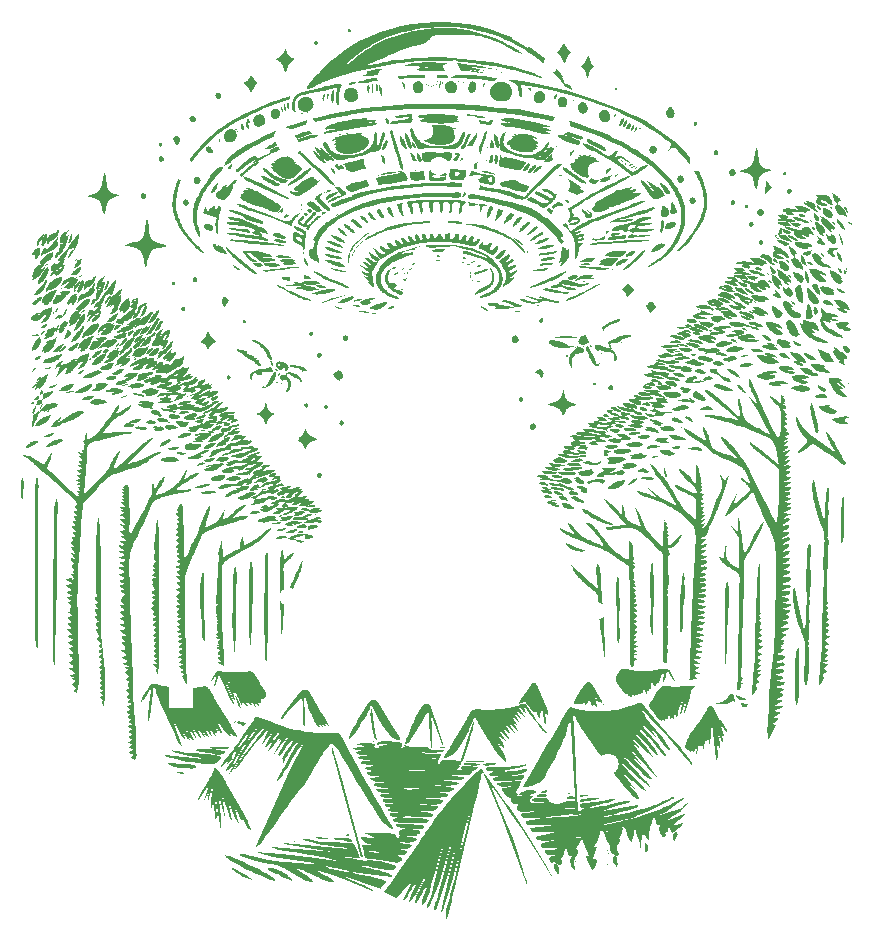
<source format=gbr>
%TF.GenerationSoftware,KiCad,Pcbnew,8.0.4*%
%TF.CreationDate,2024-09-11T19:09:03-07:00*%
%TF.ProjectId,EMFbadgeforMAKE-sizedfor3inchbagLCSCassembly,454d4662-6164-4676-9566-6f724d414b45,rev?*%
%TF.SameCoordinates,Original*%
%TF.FileFunction,Legend,Top*%
%TF.FilePolarity,Positive*%
%FSLAX46Y46*%
G04 Gerber Fmt 4.6, Leading zero omitted, Abs format (unit mm)*
G04 Created by KiCad (PCBNEW 8.0.4) date 2024-09-11 19:09:03*
%MOMM*%
%LPD*%
G01*
G04 APERTURE LIST*
G04 Aperture macros list*
%AMHorizOval*
0 Thick line with rounded ends*
0 $1 width*
0 $2 $3 position (X,Y) of the first rounded end (center of the circle)*
0 $4 $5 position (X,Y) of the second rounded end (center of the circle)*
0 Add line between two ends*
20,1,$1,$2,$3,$4,$5,0*
0 Add two circle primitives to create the rounded ends*
1,1,$1,$2,$3*
1,1,$1,$4,$5*%
%AMRotRect*
0 Rectangle, with rotation*
0 The origin of the aperture is its center*
0 $1 length*
0 $2 width*
0 $3 Rotation angle, in degrees counterclockwise*
0 Add horizontal line*
21,1,$1,$2,0,0,$3*%
G04 Aperture macros list end*
%ADD10C,0.000000*%
%ADD11C,0.002976*%
%ADD12R,2.000000X2.000000*%
%ADD13C,2.000000*%
%ADD14HorizOval,1.700000X-0.250000X0.433013X0.250000X-0.433013X0*%
%ADD15HorizOval,0.800000X-0.175000X0.303109X0.175000X-0.303109X0*%
%ADD16C,1.600000*%
%ADD17O,1.600000X1.600000*%
%ADD18RotRect,1.600000X2.400000X330.000000*%
%ADD19HorizOval,1.300000X-0.075000X-0.129904X0.075000X0.129904X0*%
%ADD20C,1.800000*%
%ADD21R,1.600000X1.600000*%
%ADD22R,1.200000X1.200000*%
%ADD23C,1.200000*%
%ADD24RotRect,1.200000X1.200000X205.000000*%
G04 APERTURE END LIST*
D10*
G36*
X167669110Y-81923980D02*
G01*
X167603445Y-81923980D01*
X167603445Y-81857875D01*
X167669110Y-81923980D01*
G37*
G36*
X180872235Y-105918628D02*
G01*
X180872235Y-106017781D01*
X180050865Y-106017781D01*
X180050865Y-106050834D01*
X181167765Y-106216448D01*
X181134970Y-106348650D01*
X181758838Y-106448163D01*
X181751703Y-106468763D01*
X181741599Y-106487795D01*
X181728726Y-106505279D01*
X181713282Y-106521227D01*
X181695461Y-106535661D01*
X181675461Y-106548593D01*
X181653480Y-106560046D01*
X181629714Y-106570033D01*
X181604361Y-106578571D01*
X181577617Y-106585682D01*
X181549681Y-106591376D01*
X181520746Y-106595674D01*
X181491013Y-106598593D01*
X181460678Y-106600151D01*
X181398987Y-106599248D01*
X181337250Y-106593100D01*
X181277045Y-106581847D01*
X181248009Y-106574348D01*
X181219946Y-106565622D01*
X181193055Y-106555690D01*
X181167532Y-106544567D01*
X181143572Y-106532269D01*
X181121375Y-106518815D01*
X181101136Y-106504220D01*
X181083054Y-106488505D01*
X181067324Y-106471683D01*
X181054143Y-106453772D01*
X181043710Y-106434791D01*
X181036222Y-106414754D01*
X180928364Y-106418114D01*
X180821473Y-106418429D01*
X180715431Y-106415839D01*
X180610124Y-106410490D01*
X180505436Y-106402525D01*
X180401249Y-106392090D01*
X180193915Y-106364376D01*
X179987192Y-106328501D01*
X179780151Y-106285611D01*
X179571862Y-106236858D01*
X179361397Y-106183391D01*
X179361397Y-106116933D01*
X179878403Y-105987572D01*
X180183469Y-105804194D01*
X180872235Y-105918628D01*
G37*
G36*
X129685794Y-112305696D02*
G01*
X129792760Y-112317583D01*
X129846185Y-112327261D01*
X129899493Y-112339494D01*
X129899493Y-112405956D01*
X129724189Y-112512954D01*
X129549853Y-112614504D01*
X129462474Y-112662449D01*
X129374650Y-112708091D01*
X129286152Y-112751111D01*
X129196750Y-112791199D01*
X129106217Y-112828038D01*
X129014323Y-112861314D01*
X128920840Y-112890712D01*
X128825536Y-112915918D01*
X128728187Y-112936618D01*
X128628560Y-112952497D01*
X128526428Y-112963243D01*
X128421563Y-112968538D01*
X128483455Y-112881935D01*
X128551561Y-112799779D01*
X128625419Y-112722468D01*
X128704567Y-112650402D01*
X128788547Y-112583973D01*
X128876898Y-112523586D01*
X128969160Y-112469637D01*
X129064870Y-112422523D01*
X129163569Y-112382644D01*
X129264799Y-112350396D01*
X129368096Y-112326179D01*
X129473001Y-112310391D01*
X129579054Y-112303430D01*
X129685794Y-112305696D01*
G37*
G36*
X191309789Y-95899058D02*
G01*
X191336996Y-95908657D01*
X191393452Y-95932879D01*
X191452074Y-95963255D01*
X191512185Y-95999125D01*
X191573114Y-96039833D01*
X191634184Y-96084726D01*
X191694723Y-96133147D01*
X191754056Y-96184439D01*
X191811508Y-96237946D01*
X191866406Y-96293013D01*
X191918073Y-96348987D01*
X191965840Y-96405204D01*
X192009027Y-96461015D01*
X192046965Y-96515763D01*
X192078976Y-96568789D01*
X192104388Y-96619440D01*
X191907244Y-96586033D01*
X191874450Y-96884210D01*
X191938518Y-96921923D01*
X192002255Y-96966054D01*
X192065194Y-97016045D01*
X192126866Y-97071327D01*
X192186799Y-97131344D01*
X192244523Y-97195533D01*
X192299573Y-97263330D01*
X192351475Y-97334177D01*
X192399761Y-97407510D01*
X192443961Y-97482767D01*
X192483605Y-97559388D01*
X192518227Y-97636810D01*
X192547353Y-97714471D01*
X192570515Y-97791810D01*
X192587242Y-97868265D01*
X192593047Y-97905986D01*
X192597067Y-97943274D01*
X192104388Y-97744613D01*
X192071585Y-97843765D01*
X192054779Y-97834940D01*
X192036835Y-97823485D01*
X191998004Y-97793315D01*
X191956021Y-97754478D01*
X191911817Y-97708191D01*
X191866320Y-97655680D01*
X191820457Y-97598163D01*
X191775158Y-97536861D01*
X191731351Y-97472998D01*
X191689967Y-97407795D01*
X191651934Y-97342472D01*
X191618179Y-97278249D01*
X191589635Y-97216351D01*
X191567226Y-97157996D01*
X191558614Y-97130530D01*
X191551883Y-97104406D01*
X191547153Y-97079781D01*
X191544538Y-97056804D01*
X191544152Y-97035630D01*
X191546114Y-97016410D01*
X191776051Y-96917257D01*
X191776051Y-96884210D01*
X191505904Y-96514599D01*
X191283377Y-95891241D01*
X191309789Y-95899058D01*
G37*
G36*
X154493294Y-100214950D02*
G01*
X154530061Y-100219336D01*
X154564708Y-100225955D01*
X154540560Y-100263419D01*
X154514073Y-100299570D01*
X154485364Y-100334399D01*
X154454553Y-100367897D01*
X154387093Y-100430850D01*
X154312643Y-100488348D01*
X154232145Y-100540307D01*
X154146546Y-100586641D01*
X154056792Y-100627272D01*
X153963829Y-100662113D01*
X153868603Y-100691082D01*
X153772060Y-100714095D01*
X153675146Y-100731069D01*
X153578807Y-100741921D01*
X153483986Y-100746567D01*
X153391634Y-100744926D01*
X153302693Y-100736912D01*
X153218110Y-100722442D01*
X153269085Y-100671915D01*
X153330611Y-100620981D01*
X153401373Y-100570286D01*
X153480059Y-100520475D01*
X153565359Y-100472188D01*
X153655957Y-100426072D01*
X153750545Y-100382771D01*
X153847806Y-100342928D01*
X153946431Y-100307187D01*
X154045105Y-100276192D01*
X154142517Y-100250586D01*
X154237355Y-100231015D01*
X154328305Y-100218125D01*
X154414055Y-100212553D01*
X154493294Y-100214950D01*
G37*
G36*
X171324560Y-95828786D02*
G01*
X171347877Y-95831446D01*
X171370670Y-95835763D01*
X171381856Y-95838587D01*
X171392895Y-95841879D01*
X171403780Y-95845657D01*
X171414505Y-95849938D01*
X171425065Y-95854737D01*
X171435455Y-95860076D01*
X171445670Y-95865971D01*
X171455701Y-95872440D01*
X171465546Y-95879502D01*
X171475197Y-95887172D01*
X171484649Y-95895468D01*
X171493897Y-95904407D01*
X171502936Y-95914011D01*
X171511757Y-95924293D01*
X171350586Y-95988146D01*
X171172106Y-96051624D01*
X171078026Y-96081907D01*
X170981602Y-96110519D01*
X170883494Y-96136936D01*
X170784364Y-96160627D01*
X170684873Y-96181072D01*
X170585680Y-96197743D01*
X170487448Y-96210113D01*
X170390838Y-96217659D01*
X170296508Y-96219851D01*
X170205121Y-96216166D01*
X170117339Y-96206079D01*
X170033823Y-96189062D01*
X170083624Y-96149132D01*
X170139650Y-96112867D01*
X170201140Y-96080006D01*
X170267330Y-96050289D01*
X170337456Y-96023461D01*
X170410756Y-95999258D01*
X170486466Y-95977425D01*
X170563826Y-95957700D01*
X170720437Y-95923537D01*
X170874485Y-95894696D01*
X171150483Y-95844688D01*
X171176198Y-95839709D01*
X171201704Y-95835396D01*
X171226960Y-95831892D01*
X171251920Y-95829337D01*
X171276536Y-95827873D01*
X171300763Y-95827642D01*
X171324560Y-95828786D01*
G37*
G36*
X144645562Y-111354370D02*
G01*
X144669996Y-111355616D01*
X144695536Y-111358019D01*
X144722258Y-111361616D01*
X144750244Y-111366442D01*
X144779566Y-111372538D01*
X144810305Y-111379936D01*
X144810305Y-111446040D01*
X144481863Y-111545194D01*
X144481863Y-111611650D01*
X144908803Y-111611650D01*
X144898516Y-111631922D01*
X144885323Y-111651802D01*
X144869395Y-111671259D01*
X144850905Y-111690261D01*
X144830024Y-111708777D01*
X144806923Y-111726774D01*
X144754749Y-111761088D01*
X144695757Y-111792951D01*
X144631318Y-111822111D01*
X144562802Y-111848314D01*
X144491585Y-111871309D01*
X144419037Y-111890844D01*
X144346530Y-111906665D01*
X144275439Y-111918520D01*
X144207133Y-111926157D01*
X144142987Y-111929324D01*
X144084371Y-111927765D01*
X144032658Y-111921231D01*
X144009820Y-111916020D01*
X143989221Y-111909470D01*
X143562244Y-112207289D01*
X144022053Y-112107780D01*
X144022876Y-112128948D01*
X144022806Y-112149670D01*
X144021861Y-112169951D01*
X144020055Y-112189789D01*
X144017410Y-112209188D01*
X144013942Y-112228146D01*
X144009670Y-112246667D01*
X144004613Y-112264752D01*
X143998785Y-112282401D01*
X143992207Y-112299617D01*
X143984895Y-112316401D01*
X143976867Y-112332753D01*
X143968143Y-112348674D01*
X143958740Y-112364168D01*
X143948674Y-112379232D01*
X143937964Y-112393871D01*
X143926628Y-112408086D01*
X143914684Y-112421877D01*
X143902150Y-112435244D01*
X143889044Y-112448193D01*
X143861185Y-112472831D01*
X143831250Y-112495801D01*
X143799383Y-112517115D01*
X143765726Y-112536780D01*
X143730422Y-112554808D01*
X143693613Y-112571210D01*
X143726482Y-112802923D01*
X142806864Y-112935487D01*
X142837121Y-112887565D01*
X142871479Y-112839270D01*
X142909543Y-112790869D01*
X142950918Y-112742625D01*
X142995211Y-112694810D01*
X143042027Y-112647689D01*
X143090971Y-112601527D01*
X143141651Y-112556595D01*
X143193672Y-112513156D01*
X143246639Y-112471481D01*
X143300158Y-112431836D01*
X143353835Y-112394486D01*
X143407277Y-112359699D01*
X143460088Y-112327743D01*
X143511875Y-112298884D01*
X143562244Y-112273389D01*
X143552720Y-112254103D01*
X143544838Y-112235169D01*
X143538550Y-112216595D01*
X143533803Y-112198389D01*
X143530549Y-112180563D01*
X143528739Y-112163126D01*
X143528322Y-112146085D01*
X143529248Y-112129451D01*
X143531469Y-112113232D01*
X143534932Y-112097440D01*
X143539590Y-112082083D01*
X143545392Y-112067168D01*
X143552288Y-112052705D01*
X143560228Y-112038706D01*
X143569164Y-112025180D01*
X143579043Y-112012134D01*
X143589821Y-111999578D01*
X143601441Y-111987523D01*
X143613857Y-111975977D01*
X143627020Y-111964947D01*
X143640876Y-111954447D01*
X143655381Y-111944484D01*
X143686126Y-111926203D01*
X143718857Y-111910184D01*
X143753176Y-111896496D01*
X143788684Y-111885218D01*
X143824983Y-111876423D01*
X143825017Y-111876423D01*
X143828095Y-111857764D01*
X143831826Y-111840466D01*
X143836187Y-111824454D01*
X143841163Y-111809658D01*
X143846729Y-111796011D01*
X143852867Y-111783442D01*
X143859552Y-111771884D01*
X143866768Y-111761261D01*
X143874492Y-111751509D01*
X143882704Y-111742558D01*
X143891385Y-111734337D01*
X143900511Y-111726776D01*
X143910064Y-111719805D01*
X143920023Y-111713355D01*
X143941073Y-111701744D01*
X143963498Y-111691381D01*
X143987132Y-111681710D01*
X144037368Y-111662216D01*
X144063643Y-111651281D01*
X144090466Y-111638810D01*
X144117672Y-111624245D01*
X144145098Y-111607030D01*
X144189855Y-111575482D01*
X144231297Y-111544870D01*
X144306722Y-111487636D01*
X144341939Y-111461605D01*
X144376321Y-111437693D01*
X144410484Y-111416190D01*
X144445050Y-111397395D01*
X144480634Y-111381604D01*
X144499003Y-111374927D01*
X144517860Y-111369110D01*
X144537281Y-111364192D01*
X144557343Y-111360210D01*
X144578126Y-111357200D01*
X144599704Y-111355198D01*
X144622158Y-111354242D01*
X144645562Y-111354370D01*
G37*
G36*
X165600001Y-98935177D02*
G01*
X165435765Y-98935177D01*
X165435765Y-98902119D01*
X165600001Y-98935177D01*
G37*
G36*
X193286529Y-96326505D02*
G01*
X193273635Y-96379564D01*
X193259523Y-96428694D01*
X193244221Y-96473997D01*
X193227760Y-96515563D01*
X193210169Y-96553494D01*
X193191482Y-96587886D01*
X193171725Y-96618833D01*
X193150927Y-96646435D01*
X193129122Y-96670789D01*
X193106339Y-96691988D01*
X193082606Y-96710134D01*
X193057954Y-96725319D01*
X193032414Y-96737644D01*
X193006015Y-96747203D01*
X192978786Y-96754094D01*
X192950760Y-96758414D01*
X192921964Y-96760258D01*
X192892431Y-96759726D01*
X192862189Y-96756912D01*
X192831268Y-96751915D01*
X192799698Y-96744831D01*
X192767510Y-96735755D01*
X192734734Y-96724787D01*
X192667536Y-96697556D01*
X192598343Y-96663915D01*
X192527398Y-96624637D01*
X192454940Y-96580495D01*
X192664071Y-96414994D01*
X193032613Y-96405384D01*
X193298173Y-96269423D01*
X193286529Y-96326505D01*
G37*
G36*
X185208497Y-87819896D02*
G01*
X185228190Y-87824268D01*
X185246666Y-87830962D01*
X185263900Y-87839801D01*
X185279869Y-87850618D01*
X185294548Y-87863238D01*
X185307918Y-87877490D01*
X185319953Y-87893200D01*
X185330627Y-87910199D01*
X185339922Y-87928312D01*
X185347809Y-87947368D01*
X185354269Y-87967195D01*
X185359275Y-87987620D01*
X185362808Y-88008471D01*
X185364839Y-88029575D01*
X185365349Y-88050763D01*
X185364312Y-88071860D01*
X185361706Y-88092693D01*
X185357506Y-88113093D01*
X185351691Y-88132886D01*
X185344236Y-88151900D01*
X185335117Y-88169961D01*
X185324314Y-88186901D01*
X185311798Y-88202544D01*
X185297549Y-88216719D01*
X185281543Y-88229255D01*
X185263758Y-88239978D01*
X185244167Y-88248716D01*
X185222750Y-88255298D01*
X185199481Y-88259552D01*
X185174329Y-88261525D01*
X185150528Y-88261011D01*
X185128093Y-88258160D01*
X185107039Y-88253117D01*
X185087384Y-88246031D01*
X185069143Y-88237048D01*
X185052328Y-88226320D01*
X185036960Y-88213993D01*
X185023052Y-88200212D01*
X185010621Y-88185127D01*
X184999680Y-88168886D01*
X184990249Y-88151636D01*
X184982338Y-88133524D01*
X184975969Y-88114701D01*
X184971153Y-88095312D01*
X184967908Y-88075506D01*
X184966248Y-88055431D01*
X184966190Y-88035231D01*
X184967749Y-88015059D01*
X184970942Y-87995062D01*
X184975784Y-87975384D01*
X184982290Y-87956176D01*
X184990475Y-87937586D01*
X185000358Y-87919761D01*
X185011951Y-87902848D01*
X185025271Y-87886995D01*
X185040336Y-87872349D01*
X185057157Y-87859061D01*
X185075753Y-87847275D01*
X185096140Y-87837143D01*
X185118332Y-87828808D01*
X185142345Y-87822422D01*
X185165552Y-87818801D01*
X185187610Y-87818015D01*
X185208497Y-87819896D01*
G37*
G36*
X187538023Y-98435490D02*
G01*
X187966170Y-98703456D01*
X187966170Y-98769913D01*
X187894767Y-98778506D01*
X187821459Y-98780992D01*
X187746527Y-98778021D01*
X187670245Y-98770242D01*
X187592893Y-98758305D01*
X187514749Y-98742859D01*
X187436091Y-98724552D01*
X187357196Y-98704034D01*
X187044810Y-98612836D01*
X186894423Y-98570851D01*
X186821654Y-98553033D01*
X186750871Y-98538200D01*
X186750871Y-98405637D01*
X187538023Y-98435490D01*
G37*
G36*
X136983227Y-105377682D02*
G01*
X137021499Y-105382161D01*
X137059309Y-105389094D01*
X136960774Y-105554351D01*
X137088371Y-105509907D01*
X137157664Y-105487903D01*
X137228226Y-105467613D01*
X137298253Y-105450213D01*
X137365952Y-105436880D01*
X137398364Y-105432105D01*
X137429521Y-105428789D01*
X137459195Y-105427079D01*
X137487163Y-105427120D01*
X137513199Y-105429059D01*
X137537080Y-105433046D01*
X137558579Y-105439226D01*
X137577471Y-105447747D01*
X137593534Y-105458754D01*
X137606542Y-105472397D01*
X137616270Y-105488819D01*
X137622492Y-105508172D01*
X137624985Y-105530600D01*
X137623522Y-105556251D01*
X137617881Y-105585271D01*
X137607836Y-105617808D01*
X137593161Y-105654009D01*
X137573635Y-105694023D01*
X137549027Y-105737992D01*
X137519118Y-105786068D01*
X137551350Y-105767906D01*
X137596105Y-105741669D01*
X137621778Y-105727144D01*
X137648904Y-105712544D01*
X137676921Y-105698516D01*
X137705270Y-105685712D01*
X137733393Y-105674776D01*
X137760730Y-105666359D01*
X137773928Y-105663296D01*
X137786722Y-105661108D01*
X137799036Y-105659872D01*
X137810805Y-105659672D01*
X137821960Y-105660586D01*
X137832427Y-105662699D01*
X137842137Y-105666087D01*
X137851021Y-105670836D01*
X137859011Y-105677023D01*
X137866033Y-105684731D01*
X137872020Y-105694043D01*
X137876902Y-105705035D01*
X137880459Y-105716490D01*
X137882850Y-105727926D01*
X137884130Y-105739333D01*
X137884348Y-105750698D01*
X137883562Y-105762012D01*
X137881824Y-105773263D01*
X137879188Y-105784441D01*
X137875707Y-105795536D01*
X137871436Y-105806537D01*
X137866428Y-105817431D01*
X137860737Y-105828209D01*
X137854417Y-105838860D01*
X137847522Y-105849373D01*
X137840104Y-105859737D01*
X137823917Y-105879977D01*
X137806287Y-105899492D01*
X137787646Y-105918194D01*
X137768421Y-105936000D01*
X137749043Y-105952822D01*
X137711548Y-105983168D01*
X137678596Y-106008543D01*
X137586259Y-106079427D01*
X137489323Y-106151158D01*
X137439234Y-106186127D01*
X137388116Y-106219850D01*
X137336012Y-106251841D01*
X137282963Y-106281615D01*
X137229009Y-106308686D01*
X137174190Y-106332570D01*
X137118547Y-106352778D01*
X137062122Y-106368826D01*
X137004954Y-106380228D01*
X136976105Y-106384036D01*
X136947085Y-106386501D01*
X136917899Y-106387560D01*
X136888556Y-106387155D01*
X136859054Y-106385224D01*
X136829404Y-106381705D01*
X137223511Y-105786068D01*
X136566665Y-106149985D01*
X136698034Y-106149985D01*
X136689243Y-106177982D01*
X136677644Y-106204483D01*
X136663391Y-106229518D01*
X136646633Y-106253116D01*
X136627524Y-106275306D01*
X136606215Y-106296115D01*
X136582859Y-106315575D01*
X136557608Y-106333714D01*
X136530613Y-106350561D01*
X136502028Y-106366144D01*
X136440693Y-106393638D01*
X136374817Y-106416429D01*
X136305620Y-106434746D01*
X136234315Y-106448825D01*
X136162124Y-106458895D01*
X136090258Y-106465191D01*
X136019935Y-106467942D01*
X135952374Y-106467384D01*
X135888788Y-106463746D01*
X135830396Y-106457262D01*
X135778416Y-106448163D01*
X135786034Y-106425940D01*
X135794946Y-106404437D01*
X135805095Y-106383630D01*
X135816424Y-106363498D01*
X135828868Y-106344022D01*
X135842370Y-106325175D01*
X135856871Y-106306939D01*
X135872309Y-106289290D01*
X135905765Y-106255665D01*
X135942261Y-106224127D01*
X135981319Y-106194498D01*
X136022465Y-106166601D01*
X136065222Y-106140262D01*
X136109113Y-106115307D01*
X136198393Y-106068835D01*
X136369594Y-105984729D01*
X136369594Y-105951677D01*
X135515677Y-106216448D01*
X135519573Y-106199359D01*
X135524029Y-106182860D01*
X135529033Y-106166930D01*
X135534567Y-106151546D01*
X135540617Y-106136689D01*
X135547168Y-106122332D01*
X135554206Y-106108460D01*
X135561715Y-106095047D01*
X135569679Y-106082072D01*
X135578085Y-106069515D01*
X135596159Y-106045563D01*
X135615818Y-106023016D01*
X135636941Y-106001699D01*
X135659408Y-105981442D01*
X135683098Y-105962069D01*
X135707893Y-105943406D01*
X135733672Y-105925278D01*
X135787699Y-105889937D01*
X135844223Y-105854654D01*
X136115688Y-105683856D01*
X136266737Y-105594961D01*
X136344825Y-105552633D01*
X136424138Y-105512859D01*
X136504315Y-105476488D01*
X136584993Y-105444380D01*
X136665811Y-105417389D01*
X136746404Y-105396369D01*
X136826413Y-105382174D01*
X136866085Y-105377903D01*
X136905474Y-105375659D01*
X136944538Y-105375551D01*
X136983227Y-105377682D01*
G37*
G36*
X177871200Y-103465770D02*
G01*
X177901083Y-103468907D01*
X177915641Y-103471292D01*
X177929901Y-103474274D01*
X177943830Y-103477896D01*
X177957398Y-103482198D01*
X177970572Y-103487219D01*
X177983324Y-103492998D01*
X177995617Y-103499578D01*
X178007423Y-103506999D01*
X178018709Y-103515301D01*
X178029443Y-103524524D01*
X178039595Y-103534709D01*
X178049132Y-103545895D01*
X178058023Y-103558124D01*
X178066236Y-103571435D01*
X178073738Y-103585869D01*
X178080501Y-103601466D01*
X177160740Y-103866239D01*
X177137494Y-103900230D01*
X177113596Y-103931395D01*
X177089070Y-103959871D01*
X177063937Y-103985793D01*
X177038224Y-104009299D01*
X177011952Y-104030526D01*
X176985143Y-104049610D01*
X176957821Y-104066690D01*
X176930011Y-104081900D01*
X176901731Y-104095377D01*
X176873009Y-104107260D01*
X176843868Y-104117683D01*
X176784415Y-104134703D01*
X176723558Y-104147529D01*
X176661480Y-104157257D01*
X176598369Y-104164980D01*
X176469781Y-104178793D01*
X176404675Y-104187069D01*
X176339272Y-104197719D01*
X176273761Y-104211836D01*
X176208324Y-104230517D01*
X176405390Y-104627483D01*
X176306857Y-104693950D01*
X176336163Y-104705792D01*
X176366242Y-104721171D01*
X176396876Y-104739860D01*
X176427856Y-104761629D01*
X176458965Y-104786245D01*
X176489993Y-104813479D01*
X176520725Y-104843102D01*
X176550949Y-104874881D01*
X176580452Y-104908590D01*
X176609020Y-104943995D01*
X176636438Y-104980868D01*
X176662497Y-105018979D01*
X176686982Y-105058097D01*
X176709678Y-105097992D01*
X176730375Y-105138433D01*
X176748857Y-105179190D01*
X176764913Y-105220036D01*
X176778329Y-105260735D01*
X176788893Y-105301061D01*
X176796389Y-105340785D01*
X176800607Y-105379671D01*
X176801330Y-105417497D01*
X176798350Y-105454025D01*
X176791450Y-105489030D01*
X176780418Y-105522280D01*
X176765041Y-105553544D01*
X176745106Y-105582593D01*
X176720398Y-105609198D01*
X176690707Y-105633126D01*
X176655818Y-105654148D01*
X176615518Y-105672036D01*
X176569593Y-105686556D01*
X176582900Y-105386116D01*
X176582694Y-105346279D01*
X176581148Y-105306978D01*
X176577987Y-105268517D01*
X176572932Y-105231215D01*
X176565705Y-105195382D01*
X176556031Y-105161327D01*
X176550190Y-105145065D01*
X176543633Y-105129365D01*
X176536325Y-105114265D01*
X176528233Y-105099806D01*
X176518043Y-105083998D01*
X176507265Y-105069330D01*
X176495926Y-105055755D01*
X176484053Y-105043229D01*
X176471670Y-105031705D01*
X176458809Y-105021136D01*
X176445493Y-105011481D01*
X176431750Y-105002690D01*
X176417608Y-104994718D01*
X176403094Y-104987523D01*
X176373054Y-104975270D01*
X176341847Y-104965566D01*
X176309691Y-104958049D01*
X176276798Y-104952351D01*
X176243389Y-104948108D01*
X176175874Y-104942527D01*
X176108875Y-104938389D01*
X176076109Y-104935948D01*
X176044121Y-104932772D01*
X175987363Y-104925381D01*
X175931558Y-104916591D01*
X175876600Y-104906488D01*
X175822383Y-104895156D01*
X175768795Y-104882676D01*
X175715733Y-104869138D01*
X175610746Y-104839213D01*
X175506562Y-104806059D01*
X175402316Y-104770347D01*
X175190201Y-104693950D01*
X175255867Y-104826156D01*
X175223035Y-104859203D01*
X175202849Y-104846510D01*
X175182413Y-104832111D01*
X175161874Y-104816148D01*
X175141384Y-104798761D01*
X175121091Y-104780091D01*
X175101142Y-104760278D01*
X175081686Y-104739460D01*
X175062876Y-104717780D01*
X175044854Y-104695377D01*
X175027774Y-104672391D01*
X175011783Y-104648965D01*
X174997028Y-104625236D01*
X174983660Y-104601346D01*
X174971826Y-104577436D01*
X174961677Y-104553644D01*
X174953360Y-104530111D01*
X174947023Y-104506978D01*
X174942817Y-104484385D01*
X174940889Y-104462473D01*
X174941389Y-104441383D01*
X174944463Y-104421252D01*
X174950263Y-104402223D01*
X174958936Y-104384435D01*
X174970631Y-104368030D01*
X174985497Y-104353146D01*
X175003683Y-104339925D01*
X175025337Y-104328508D01*
X175050607Y-104319033D01*
X175079644Y-104311641D01*
X175112596Y-104306474D01*
X175149610Y-104303668D01*
X175190835Y-104303368D01*
X175229788Y-104305022D01*
X175267678Y-104308184D01*
X175304571Y-104312759D01*
X175340534Y-104318652D01*
X175409941Y-104334001D01*
X175476430Y-104353462D01*
X175540534Y-104376267D01*
X175602791Y-104401642D01*
X175723896Y-104457031D01*
X175844014Y-104513470D01*
X175905040Y-104540158D01*
X175967420Y-104564798D01*
X176031692Y-104586620D01*
X176098389Y-104604855D01*
X176132812Y-104612387D01*
X176168043Y-104618733D01*
X176204147Y-104623796D01*
X176241191Y-104627483D01*
X176011285Y-104097953D01*
X176091996Y-104051198D01*
X176173358Y-104002058D01*
X176255829Y-103953674D01*
X176297625Y-103930749D01*
X176339870Y-103909194D01*
X176382626Y-103889400D01*
X176425945Y-103871759D01*
X176469888Y-103856669D01*
X176514512Y-103844518D01*
X176559873Y-103835701D01*
X176582849Y-103832667D01*
X176606032Y-103830612D01*
X176629426Y-103829588D01*
X176653043Y-103829643D01*
X176676886Y-103830826D01*
X176700965Y-103833187D01*
X176720745Y-103803701D01*
X176741653Y-103776102D01*
X176763640Y-103750322D01*
X176786660Y-103726290D01*
X176810660Y-103703936D01*
X176835596Y-103683189D01*
X176861419Y-103663979D01*
X176888078Y-103646239D01*
X176943718Y-103614884D01*
X177002127Y-103588562D01*
X177062920Y-103566714D01*
X177125709Y-103548783D01*
X177190106Y-103534209D01*
X177255725Y-103522434D01*
X177322180Y-103512894D01*
X177389082Y-103505037D01*
X177653423Y-103479216D01*
X177714647Y-103472281D01*
X177746066Y-103469098D01*
X177777683Y-103466533D01*
X177809246Y-103464907D01*
X177840503Y-103464546D01*
X177871200Y-103465770D01*
G37*
G36*
X180912052Y-131742572D02*
G01*
X180980139Y-131746679D01*
X181042411Y-131755331D01*
X181097938Y-131769021D01*
X181127780Y-131780078D01*
X181156315Y-131793837D01*
X181183606Y-131810143D01*
X181209721Y-131828843D01*
X181234722Y-131849782D01*
X181258677Y-131872803D01*
X181281648Y-131897751D01*
X181303700Y-131924473D01*
X181345308Y-131982613D01*
X181384023Y-132045983D01*
X181420361Y-132113345D01*
X181454841Y-132183454D01*
X181584559Y-132466570D01*
X181617530Y-132531816D01*
X181651756Y-132592366D01*
X181687755Y-132646983D01*
X181706579Y-132671679D01*
X181726044Y-132694426D01*
X181693238Y-132793687D01*
X181660445Y-132793687D01*
X181036222Y-131867002D01*
X181024050Y-131919409D01*
X181012806Y-131976879D01*
X180991583Y-132103542D01*
X180969525Y-132240041D01*
X180957235Y-132309807D01*
X180943601Y-132379425D01*
X180928245Y-132448026D01*
X180910786Y-132514743D01*
X180890845Y-132578707D01*
X180868044Y-132639047D01*
X180842007Y-132694897D01*
X180827656Y-132720865D01*
X180812353Y-132745386D01*
X180796052Y-132768348D01*
X180778703Y-132789646D01*
X180760261Y-132809170D01*
X180740679Y-132826810D01*
X180806279Y-131999390D01*
X180781947Y-132013243D01*
X180758344Y-132029341D01*
X180735469Y-132047566D01*
X180713318Y-132067794D01*
X180691894Y-132089907D01*
X180671188Y-132113782D01*
X180631935Y-132166345D01*
X180595544Y-132224518D01*
X180562000Y-132287337D01*
X180531283Y-132353840D01*
X180503383Y-132423063D01*
X180478280Y-132494043D01*
X180455958Y-132565818D01*
X180436403Y-132637423D01*
X180419596Y-132707896D01*
X180405523Y-132776273D01*
X180394170Y-132841589D01*
X180385516Y-132902885D01*
X180379547Y-132959192D01*
X180313602Y-132959192D01*
X180379547Y-132197944D01*
X180346753Y-132197944D01*
X180116811Y-133223965D01*
X180097750Y-133205593D01*
X180081815Y-133186015D01*
X180068792Y-133165300D01*
X180058463Y-133143508D01*
X180050612Y-133120708D01*
X180045024Y-133096968D01*
X180041482Y-133072350D01*
X180039770Y-133046919D01*
X180039670Y-133020742D01*
X180040969Y-132993885D01*
X180046890Y-132938392D01*
X180065984Y-132822120D01*
X180075695Y-132762390D01*
X180083210Y-132702296D01*
X180086795Y-132642364D01*
X180086575Y-132612621D01*
X180084724Y-132583116D01*
X180081028Y-132553911D01*
X180075267Y-132525075D01*
X180067226Y-132496671D01*
X180056690Y-132468769D01*
X180043444Y-132441429D01*
X180027267Y-132414719D01*
X180007946Y-132388704D01*
X179985263Y-132363450D01*
X179993874Y-132393388D01*
X180001227Y-132422431D01*
X180007379Y-132450631D01*
X180012389Y-132478048D01*
X180016312Y-132504738D01*
X180019204Y-132530757D01*
X180022130Y-132581013D01*
X180021620Y-132629267D01*
X180018133Y-132675975D01*
X180012123Y-132721589D01*
X180004045Y-132766562D01*
X179994356Y-132811352D01*
X179983511Y-132856409D01*
X179960172Y-132949141D01*
X179948593Y-132997725D01*
X179937680Y-133048393D01*
X179927889Y-133101596D01*
X179919676Y-133157789D01*
X179755326Y-132826810D01*
X179722528Y-132826810D01*
X179656927Y-133422554D01*
X179624132Y-133422554D01*
X179525384Y-132959192D01*
X179492589Y-132959192D01*
X179492589Y-133654199D01*
X179426989Y-133654199D01*
X179295441Y-132992281D01*
X179262648Y-132992281D01*
X179328601Y-133885917D01*
X179313779Y-133871788D01*
X179299712Y-133856565D01*
X179286370Y-133840307D01*
X179273734Y-133823073D01*
X179250461Y-133785930D01*
X179229685Y-133745615D01*
X179211194Y-133702614D01*
X179194779Y-133657412D01*
X179180230Y-133610493D01*
X179167337Y-133562341D01*
X179155892Y-133513441D01*
X179145684Y-133464280D01*
X179128138Y-133367097D01*
X179098660Y-133190879D01*
X179065853Y-133190879D01*
X179032705Y-133985173D01*
X178999910Y-133985173D01*
X178868717Y-133190879D01*
X178835915Y-133190879D01*
X178836957Y-133241863D01*
X178838926Y-133291888D01*
X178844260Y-133389488D01*
X178849146Y-133484546D01*
X178850558Y-133531394D01*
X178850818Y-133577931D01*
X178849584Y-133624267D01*
X178846507Y-133670510D01*
X178841241Y-133716768D01*
X178833439Y-133763150D01*
X178822759Y-133809763D01*
X178808850Y-133856719D01*
X178791369Y-133904123D01*
X178769969Y-133952085D01*
X178737174Y-133952085D01*
X178704368Y-133687321D01*
X178671574Y-133687321D01*
X178666041Y-133711300D01*
X178661043Y-133735017D01*
X178651650Y-133781285D01*
X178646756Y-133803638D01*
X178641396Y-133825342D01*
X178635323Y-133846297D01*
X178631940Y-133856464D01*
X178628284Y-133866409D01*
X178624325Y-133876116D01*
X178620030Y-133885577D01*
X178615370Y-133894778D01*
X178610311Y-133903704D01*
X178604825Y-133912350D01*
X178598878Y-133920696D01*
X178592439Y-133928736D01*
X178585479Y-133936452D01*
X178577965Y-133943837D01*
X178569864Y-133950875D01*
X178561148Y-133957557D01*
X178551785Y-133963869D01*
X178541743Y-133969798D01*
X178530992Y-133975333D01*
X178519498Y-133980463D01*
X178507233Y-133985173D01*
X178540381Y-133588026D01*
X178507233Y-133588026D01*
X178343237Y-134084474D01*
X178277644Y-134084474D01*
X178310443Y-133621109D01*
X178277644Y-133621109D01*
X178267332Y-133660396D01*
X178256043Y-133699363D01*
X178243694Y-133737904D01*
X178230205Y-133775908D01*
X178215489Y-133813268D01*
X178199465Y-133849877D01*
X178182050Y-133885623D01*
X178163158Y-133920400D01*
X178142709Y-133954099D01*
X178120618Y-133986610D01*
X178096803Y-134017827D01*
X178071182Y-134047639D01*
X178043668Y-134075940D01*
X178029178Y-134089489D01*
X178014181Y-134102619D01*
X177998672Y-134115316D01*
X177982638Y-134127568D01*
X177966069Y-134139362D01*
X177948953Y-134150681D01*
X177981752Y-133852795D01*
X177948953Y-133852795D01*
X177751810Y-134117557D01*
X177719015Y-133852795D01*
X177686217Y-133852795D01*
X177669795Y-133870561D01*
X177651943Y-133882974D01*
X177632770Y-133890316D01*
X177612390Y-133892876D01*
X177590911Y-133890940D01*
X177568443Y-133884791D01*
X177545099Y-133874719D01*
X177520985Y-133861007D01*
X177496215Y-133843944D01*
X177470897Y-133823814D01*
X177419059Y-133775499D01*
X177366355Y-133718352D01*
X177313666Y-133654662D01*
X177261874Y-133586717D01*
X177211859Y-133516805D01*
X177120695Y-133380241D01*
X176998514Y-133184231D01*
X176958572Y-133123216D01*
X176914061Y-133057749D01*
X176867654Y-132988847D01*
X176822024Y-132917524D01*
X176800333Y-132881267D01*
X176779838Y-132844785D01*
X176760872Y-132808203D01*
X176743770Y-132771647D01*
X176728868Y-132735244D01*
X176716495Y-132699121D01*
X176706989Y-132663403D01*
X176703413Y-132645738D01*
X176700680Y-132628218D01*
X176698782Y-132606465D01*
X176698692Y-132583882D01*
X176700319Y-132560534D01*
X176703573Y-132536487D01*
X176705035Y-132528961D01*
X179820926Y-132528961D01*
X179886869Y-132793722D01*
X179919676Y-132793722D01*
X179820926Y-132528961D01*
X176705035Y-132528961D01*
X176708364Y-132511804D01*
X176714601Y-132486549D01*
X176722194Y-132460790D01*
X176731052Y-132434587D01*
X176752200Y-132381116D01*
X176777322Y-132326653D01*
X176805694Y-132271715D01*
X176836589Y-132216818D01*
X176869286Y-132162480D01*
X176903059Y-132109218D01*
X176970939Y-132007987D01*
X177087740Y-131841166D01*
X177103888Y-131821157D01*
X177122855Y-131803743D01*
X177144468Y-131788799D01*
X177168550Y-131776205D01*
X177194929Y-131765838D01*
X177223429Y-131757574D01*
X177253875Y-131751292D01*
X177286093Y-131746869D01*
X177355147Y-131743110D01*
X177429194Y-131745318D01*
X177506837Y-131752510D01*
X177586677Y-131763707D01*
X178136928Y-131879867D01*
X178371275Y-131908824D01*
X178595696Y-131929954D01*
X178813552Y-131942959D01*
X179028210Y-131947541D01*
X179243033Y-131943405D01*
X179461385Y-131930254D01*
X179686633Y-131907788D01*
X179922136Y-131875712D01*
X180046071Y-131854616D01*
X180191507Y-131827760D01*
X180350986Y-131799134D01*
X180517048Y-131772724D01*
X180600217Y-131761597D01*
X180682234Y-131752519D01*
X180762167Y-131745991D01*
X180839084Y-131742509D01*
X180912052Y-131742572D01*
G37*
G36*
X189788012Y-97650140D02*
G01*
X189805274Y-97657328D01*
X189844391Y-97677678D01*
X189888352Y-97705232D01*
X189935609Y-97739073D01*
X189984620Y-97778284D01*
X190033844Y-97821951D01*
X190081735Y-97869153D01*
X190126751Y-97918974D01*
X190147699Y-97944583D01*
X190167349Y-97970502D01*
X190185510Y-97996616D01*
X190201987Y-98022813D01*
X190216588Y-98048978D01*
X190229120Y-98074996D01*
X190239391Y-98100751D01*
X190247206Y-98126130D01*
X190252374Y-98151018D01*
X190254700Y-98175301D01*
X190253994Y-98198864D01*
X190250063Y-98221590D01*
X190242711Y-98243371D01*
X190231748Y-98264085D01*
X190216980Y-98283621D01*
X190198213Y-98301863D01*
X190173630Y-98320002D01*
X190149743Y-98332694D01*
X190126556Y-98340238D01*
X190104068Y-98342927D01*
X190082287Y-98341057D01*
X190061213Y-98334924D01*
X190040853Y-98324822D01*
X190021206Y-98311044D01*
X190002277Y-98293888D01*
X189984071Y-98273648D01*
X189966588Y-98250618D01*
X189949833Y-98225094D01*
X189918518Y-98167744D01*
X189890157Y-98103957D01*
X189864768Y-98036090D01*
X189842381Y-97966509D01*
X189823022Y-97897568D01*
X189806715Y-97831630D01*
X189783365Y-97718199D01*
X189772539Y-97645097D01*
X189788012Y-97650140D01*
G37*
G36*
X173174786Y-87851288D02*
G01*
X173160901Y-87886928D01*
X173145206Y-87922231D01*
X173127794Y-87957199D01*
X173088207Y-88026132D01*
X173042906Y-88093749D01*
X172992659Y-88160062D01*
X172938232Y-88225086D01*
X172880393Y-88288838D01*
X172819909Y-88351332D01*
X172332841Y-88807927D01*
X172035589Y-89105072D01*
X171733735Y-89401637D01*
X171427977Y-89696909D01*
X171119013Y-89990180D01*
X170807536Y-90280733D01*
X170494246Y-90567862D01*
X170179837Y-90850851D01*
X169865007Y-91128990D01*
X169814047Y-91176645D01*
X169759662Y-91232606D01*
X169641894Y-91363183D01*
X169514280Y-91508204D01*
X169447585Y-91582218D01*
X169379394Y-91655149D01*
X169310027Y-91725429D01*
X169239810Y-91791500D01*
X169169063Y-91851789D01*
X169133591Y-91879278D01*
X169098106Y-91904733D01*
X169062651Y-91927964D01*
X169027265Y-91948770D01*
X168991987Y-91966959D01*
X168956857Y-91982333D01*
X168921918Y-91994698D01*
X168887208Y-92003859D01*
X168852767Y-92009618D01*
X168818638Y-92011780D01*
X168735709Y-92009410D01*
X168651036Y-92001242D01*
X168564898Y-91987892D01*
X168477574Y-91969979D01*
X168389345Y-91948118D01*
X168300492Y-91922923D01*
X168211295Y-91895014D01*
X168122033Y-91865005D01*
X167944433Y-91801157D01*
X167769935Y-91736307D01*
X167600779Y-91675391D01*
X167518903Y-91647949D01*
X167439205Y-91623337D01*
X167163978Y-91545951D01*
X166887595Y-91474618D01*
X166610072Y-91409099D01*
X166331425Y-91349155D01*
X166051666Y-91294539D01*
X165770816Y-91245012D01*
X165488886Y-91200334D01*
X165205892Y-91160261D01*
X165142231Y-91153163D01*
X165072013Y-91147305D01*
X164918239Y-91135963D01*
X164837845Y-91128811D01*
X164757221Y-91119557D01*
X164677950Y-91107367D01*
X164601611Y-91091408D01*
X164565037Y-91081752D01*
X164529787Y-91070841D01*
X164496063Y-91058568D01*
X164464061Y-91044832D01*
X164433977Y-91029525D01*
X164406011Y-91012547D01*
X164380358Y-90993789D01*
X164357221Y-90973150D01*
X164336791Y-90950524D01*
X164319269Y-90925807D01*
X164304853Y-90898896D01*
X164293740Y-90869683D01*
X164286128Y-90838068D01*
X164282215Y-90803943D01*
X164282197Y-90767206D01*
X164286274Y-90727750D01*
X164399208Y-90729567D01*
X164512453Y-90734701D01*
X164625940Y-90742877D01*
X164739600Y-90753825D01*
X164967177Y-90782933D01*
X165194645Y-90819842D01*
X165421466Y-90862366D01*
X165647097Y-90908317D01*
X166092647Y-91001761D01*
X166287906Y-91039828D01*
X166481221Y-91074942D01*
X166864594Y-91143158D01*
X167055934Y-91179684D01*
X167247900Y-91220104D01*
X167441135Y-91266129D01*
X167636278Y-91319474D01*
X167877569Y-91390303D01*
X168116697Y-91463365D01*
X168235472Y-91502098D01*
X168353733Y-91543025D01*
X168471485Y-91586694D01*
X168588736Y-91633649D01*
X168609579Y-91642961D01*
X168631394Y-91653737D01*
X168677472Y-91678268D01*
X168726045Y-91704422D01*
X168750979Y-91717227D01*
X168776190Y-91729381D01*
X168801562Y-91740531D01*
X168826980Y-91750325D01*
X168852329Y-91758411D01*
X168877493Y-91764434D01*
X168889969Y-91766564D01*
X168902356Y-91768046D01*
X168914638Y-91768836D01*
X168926803Y-91768890D01*
X168938834Y-91768166D01*
X168950717Y-91766617D01*
X168962440Y-91764202D01*
X168973985Y-91760872D01*
X168985111Y-91756760D01*
X168996017Y-91751912D01*
X169006706Y-91746365D01*
X169017187Y-91740163D01*
X169027466Y-91733337D01*
X169037548Y-91725931D01*
X169057149Y-91709531D01*
X169076035Y-91691268D01*
X169094260Y-91671452D01*
X169111870Y-91650394D01*
X169128915Y-91628402D01*
X169145445Y-91605784D01*
X169161507Y-91582852D01*
X169192430Y-91537278D01*
X169222073Y-91494154D01*
X169236539Y-91474283D01*
X169250833Y-91455951D01*
X169323065Y-91369689D01*
X169397406Y-91285089D01*
X169473529Y-91201948D01*
X169551116Y-91120059D01*
X169629841Y-91039222D01*
X169709381Y-90959228D01*
X169869623Y-90800960D01*
X170990745Y-89702753D01*
X171558019Y-89161864D01*
X171845314Y-88895296D01*
X172135803Y-88632007D01*
X172253732Y-88522614D01*
X172374563Y-88406190D01*
X172498764Y-88287293D01*
X172626806Y-88170481D01*
X172692415Y-88114283D01*
X172759159Y-88060315D01*
X172827097Y-88009152D01*
X172896288Y-87961358D01*
X172966792Y-87917509D01*
X173038666Y-87878168D01*
X173111969Y-87843912D01*
X173186762Y-87815307D01*
X173174786Y-87851288D01*
G37*
G36*
X146346927Y-135791064D02*
G01*
X146358414Y-135792066D01*
X146369892Y-135793567D01*
X146392810Y-135797947D01*
X146415675Y-135803973D01*
X146438473Y-135811412D01*
X146461197Y-135820034D01*
X146483838Y-135829602D01*
X146506387Y-135839889D01*
X146595472Y-135883557D01*
X146617419Y-135893942D01*
X146639220Y-135903651D01*
X146660865Y-135912450D01*
X146682342Y-135920108D01*
X146802767Y-135960627D01*
X146922535Y-136003002D01*
X147160631Y-136091829D01*
X147634798Y-136275255D01*
X147942082Y-136390650D01*
X148255908Y-136503256D01*
X148574852Y-136611178D01*
X148897493Y-136712526D01*
X149222408Y-136805405D01*
X149548176Y-136887918D01*
X149873376Y-136958177D01*
X150196585Y-137014287D01*
X150454533Y-137051300D01*
X150715830Y-137084914D01*
X150979488Y-137114773D01*
X151244514Y-137140521D01*
X151509919Y-137161807D01*
X151774717Y-137178272D01*
X152037916Y-137189561D01*
X152298526Y-137195323D01*
X152351011Y-137194731D01*
X152408414Y-137192178D01*
X152534933Y-137183233D01*
X152672009Y-137172588D01*
X152813559Y-137164344D01*
X152884114Y-137162403D01*
X152953510Y-137162600D01*
X153020983Y-137165447D01*
X153085778Y-137171458D01*
X153147134Y-137181143D01*
X153204289Y-137195015D01*
X153231056Y-137203682D01*
X153256486Y-137213588D01*
X153280487Y-137224796D01*
X153302963Y-137237373D01*
X153320251Y-137248657D01*
X153337095Y-137261073D01*
X153353503Y-137274553D01*
X153369491Y-137289043D01*
X153400249Y-137320802D01*
X153429458Y-137355860D01*
X153457209Y-137393737D01*
X153483594Y-137433945D01*
X153508704Y-137475999D01*
X153532631Y-137519417D01*
X153555465Y-137563711D01*
X153577300Y-137608398D01*
X153618333Y-137697007D01*
X153656461Y-137781370D01*
X153692417Y-137857602D01*
X153775580Y-138021628D01*
X153861571Y-138184285D01*
X153949740Y-138345870D01*
X154039437Y-138506690D01*
X154220817Y-138827235D01*
X154400505Y-139148343D01*
X155570489Y-141298235D01*
X155867539Y-141834176D01*
X156169264Y-142366945D01*
X156477091Y-142895263D01*
X156792448Y-143417851D01*
X156894300Y-143585399D01*
X156994413Y-143754036D01*
X157190978Y-144093580D01*
X157580381Y-144774806D01*
X157601426Y-144809677D01*
X157623921Y-144844695D01*
X157671772Y-144915310D01*
X157720940Y-144986944D01*
X157745085Y-145023232D01*
X157768437Y-145059886D01*
X157790623Y-145096937D01*
X157811269Y-145134425D01*
X157830003Y-145172388D01*
X157846447Y-145210858D01*
X157860232Y-145249873D01*
X157866008Y-145269595D01*
X157870980Y-145289468D01*
X157875100Y-145309496D01*
X157878320Y-145329682D01*
X157880595Y-145350031D01*
X157881876Y-145370550D01*
X157824179Y-145339785D01*
X157767635Y-145307082D01*
X157712121Y-145272654D01*
X157657512Y-145236713D01*
X157603688Y-145199467D01*
X157550522Y-145161132D01*
X157445674Y-145082029D01*
X157238459Y-144920022D01*
X157134113Y-144840498D01*
X157081324Y-144801845D01*
X157027959Y-144764215D01*
X156699374Y-144315859D01*
X156398622Y-143884658D01*
X156119911Y-143467325D01*
X155857443Y-143060572D01*
X155358067Y-142265644D01*
X155109571Y-141870895D01*
X154854144Y-141473571D01*
X154717872Y-141243895D01*
X154517264Y-140882951D01*
X154004250Y-139945997D01*
X153732447Y-139459360D01*
X153477515Y-139020198D01*
X153362722Y-138832385D01*
X153259758Y-138673199D01*
X153171162Y-138548223D01*
X153099474Y-138463045D01*
X153078748Y-138441155D01*
X153057037Y-138416903D01*
X153010822Y-138363331D01*
X152961139Y-138306346D01*
X152935098Y-138277831D01*
X152908306Y-138249969D01*
X152880804Y-138223263D01*
X152852633Y-138198215D01*
X152823830Y-138175329D01*
X152809205Y-138164853D01*
X152794436Y-138155106D01*
X152779529Y-138146149D01*
X152764489Y-138138047D01*
X152749320Y-138130861D01*
X152734027Y-138124654D01*
X152718616Y-138119493D01*
X152703092Y-138115434D01*
X152687458Y-138112545D01*
X152671721Y-138110886D01*
X152654758Y-138110645D01*
X152637886Y-138112042D01*
X152621110Y-138114988D01*
X152604439Y-138119403D01*
X152587880Y-138125198D01*
X152571443Y-138132293D01*
X152555134Y-138140602D01*
X152538959Y-138150040D01*
X152522930Y-138160525D01*
X152507053Y-138171969D01*
X152475782Y-138197403D01*
X152445213Y-138225668D01*
X152415407Y-138256090D01*
X152211910Y-138496131D01*
X152127397Y-138596237D01*
X152025799Y-138737166D01*
X151909575Y-138913104D01*
X151781182Y-139118234D01*
X151497728Y-139592816D01*
X151195096Y-140114394D01*
X150892953Y-140636456D01*
X150610965Y-141112482D01*
X150368795Y-141495957D01*
X150268788Y-141638451D01*
X150186110Y-141740364D01*
X150002554Y-141944746D01*
X149830624Y-142145109D01*
X149668734Y-142342401D01*
X149515294Y-142537557D01*
X149227420Y-142925250D01*
X148954298Y-143315731D01*
X148401516Y-144135226D01*
X148096451Y-144579327D01*
X147755337Y-145056386D01*
X147672762Y-145135765D01*
X147588062Y-145230633D01*
X147501371Y-145338508D01*
X147412829Y-145456901D01*
X147042850Y-145985975D01*
X146947086Y-146119696D01*
X146850287Y-146249025D01*
X146752590Y-146371483D01*
X146654130Y-146484579D01*
X146555046Y-146585833D01*
X146505312Y-146631241D01*
X146455472Y-146672757D01*
X146405544Y-146710068D01*
X146355545Y-146742865D01*
X146305491Y-146770840D01*
X146255400Y-146793678D01*
X146222568Y-146760589D01*
X147324835Y-144311448D01*
X149020503Y-140439134D01*
X150393621Y-137857602D01*
X150215722Y-138045454D01*
X150048827Y-138243446D01*
X149891440Y-138450187D01*
X149742063Y-138664282D01*
X149599196Y-138884336D01*
X149461343Y-139108956D01*
X149194682Y-139566320D01*
X148930096Y-140025222D01*
X148794837Y-140251764D01*
X148655600Y-140474510D01*
X148510890Y-140692064D01*
X148359209Y-140903033D01*
X148199058Y-141106023D01*
X148028938Y-141299640D01*
X148031487Y-141266819D01*
X148035532Y-141233891D01*
X148041003Y-141200875D01*
X148047825Y-141167783D01*
X148065229Y-141101440D01*
X148087164Y-141034986D01*
X148113044Y-140968542D01*
X148142287Y-140902233D01*
X148174308Y-140836183D01*
X148208523Y-140770512D01*
X148281201Y-140640808D01*
X148355650Y-140514109D01*
X148427201Y-140391398D01*
X148460429Y-140331845D01*
X148491182Y-140273660D01*
X148664391Y-139946822D01*
X148845507Y-139624494D01*
X149219720Y-138986717D01*
X149406943Y-138667939D01*
X149590331Y-138347018D01*
X149766943Y-138022291D01*
X149933846Y-137692095D01*
X149783909Y-137855670D01*
X149631658Y-138032373D01*
X149479703Y-138219202D01*
X149330649Y-138413146D01*
X149187108Y-138611205D01*
X149051685Y-138810367D01*
X148926992Y-139007629D01*
X148869484Y-139104608D01*
X148815636Y-139199985D01*
X148667844Y-139476139D01*
X148581757Y-139629877D01*
X148535662Y-139707219D01*
X148487527Y-139783567D01*
X148437355Y-139857936D01*
X148385142Y-139929343D01*
X148330889Y-139996806D01*
X148274591Y-140059340D01*
X148245675Y-140088454D01*
X148216248Y-140115964D01*
X148186310Y-140141752D01*
X148155860Y-140165694D01*
X148124898Y-140187666D01*
X148093423Y-140207546D01*
X148061438Y-140225211D01*
X148028938Y-140240538D01*
X148093171Y-140059417D01*
X148166237Y-139880367D01*
X148247224Y-139703275D01*
X148335216Y-139528023D01*
X148429303Y-139354496D01*
X148528570Y-139182580D01*
X148632106Y-139012160D01*
X148738999Y-138843118D01*
X148959197Y-138508714D01*
X149181867Y-138178444D01*
X149399703Y-137851388D01*
X149605403Y-137526619D01*
X149482710Y-137626205D01*
X149363124Y-137733668D01*
X149246548Y-137848201D01*
X149132893Y-137968991D01*
X149022066Y-138095229D01*
X148913975Y-138226105D01*
X148808527Y-138360810D01*
X148705631Y-138498530D01*
X148507124Y-138779783D01*
X148317713Y-139063385D01*
X147963235Y-139611706D01*
X147930402Y-139611706D01*
X147940405Y-139531323D01*
X147953943Y-139451745D01*
X147970837Y-139372947D01*
X147990910Y-139294895D01*
X148013980Y-139217564D01*
X148039869Y-139140921D01*
X148099375Y-138989590D01*
X148167995Y-138840670D01*
X148244290Y-138693927D01*
X148326818Y-138549127D01*
X148414141Y-138406038D01*
X148597425Y-138124061D01*
X148782628Y-137846129D01*
X148872353Y-137708097D01*
X148958242Y-137570378D01*
X149038857Y-137432738D01*
X149112759Y-137294943D01*
X148280428Y-138288509D01*
X147667665Y-139082175D01*
X148423045Y-137659007D01*
X148324512Y-137758298D01*
X148291677Y-137758298D01*
X148305754Y-137658969D01*
X148455880Y-137658969D01*
X148521585Y-137559673D01*
X148455880Y-137559673D01*
X148455880Y-137658969D01*
X148305754Y-137658969D01*
X148319826Y-137559673D01*
X148324512Y-137526619D01*
X148291677Y-137526619D01*
X147744830Y-138222301D01*
X147240686Y-138817367D01*
X147252954Y-138753576D01*
X147268488Y-138690922D01*
X147287091Y-138629334D01*
X147308558Y-138568744D01*
X147332691Y-138509079D01*
X147359289Y-138450275D01*
X147419077Y-138334971D01*
X147486317Y-138222272D01*
X147559404Y-138111633D01*
X147636736Y-138002501D01*
X147716704Y-137894322D01*
X147878135Y-137678623D01*
X147956389Y-137569996D01*
X148030862Y-137460119D01*
X148099949Y-137348438D01*
X148162044Y-137234399D01*
X148189969Y-137176327D01*
X148215544Y-137117456D01*
X148238569Y-137057720D01*
X148258844Y-136997051D01*
X148210597Y-137027937D01*
X148164478Y-137061854D01*
X148120336Y-137098584D01*
X148078017Y-137137901D01*
X148037368Y-137179584D01*
X147998232Y-137223412D01*
X147923899Y-137316611D01*
X147853791Y-137415720D01*
X147786683Y-137518955D01*
X147656556Y-137730701D01*
X147591086Y-137835655D01*
X147523711Y-137937623D01*
X147453204Y-138034827D01*
X147416394Y-138081087D01*
X147378340Y-138125488D01*
X147338891Y-138167809D01*
X147297892Y-138207828D01*
X147255190Y-138245322D01*
X147210633Y-138280069D01*
X147164068Y-138311844D01*
X147115339Y-138340431D01*
X147064296Y-138365601D01*
X147010783Y-138387135D01*
X147799035Y-136930876D01*
X146682342Y-138254751D01*
X147470594Y-136699200D01*
X147321252Y-136835278D01*
X147174599Y-136976003D01*
X147030480Y-137120922D01*
X146888730Y-137269584D01*
X146611709Y-137576339D01*
X146342263Y-137892658D01*
X146079119Y-138214936D01*
X145821003Y-138539561D01*
X145314763Y-139181430D01*
X145264291Y-139246302D01*
X145214957Y-139312489D01*
X145118543Y-139447600D01*
X145023207Y-139584335D01*
X144926642Y-139720271D01*
X144877174Y-139787179D01*
X144826534Y-139852975D01*
X144774431Y-139917360D01*
X144720575Y-139980027D01*
X144664678Y-140040671D01*
X144606455Y-140098994D01*
X144545611Y-140154688D01*
X144481863Y-140207450D01*
X144491046Y-140168253D01*
X144502080Y-140128925D01*
X144514872Y-140089497D01*
X144529332Y-140049991D01*
X144562896Y-139970845D01*
X144602050Y-139891693D01*
X144646068Y-139812735D01*
X144694228Y-139734172D01*
X144745809Y-139656204D01*
X144800085Y-139579037D01*
X144856334Y-139502870D01*
X144913834Y-139427905D01*
X145029690Y-139282387D01*
X145141867Y-139144095D01*
X145244581Y-139014647D01*
X146219862Y-137780931D01*
X146457327Y-137461518D01*
X146571756Y-137299757D01*
X146682502Y-137136533D01*
X146788959Y-136971771D01*
X146890512Y-136805398D01*
X146986558Y-136637339D01*
X147076485Y-136467519D01*
X146907297Y-136629991D01*
X146743814Y-136798990D01*
X146585551Y-136973854D01*
X146432020Y-137153923D01*
X146282735Y-137338530D01*
X146137206Y-137527015D01*
X145855474Y-137912966D01*
X144781420Y-139479317D01*
X144727922Y-139556464D01*
X144675668Y-139636003D01*
X144573339Y-139800142D01*
X144471341Y-139967488D01*
X144366572Y-140133803D01*
X144312181Y-140215248D01*
X144255936Y-140294844D01*
X144197450Y-140372061D01*
X144136336Y-140446368D01*
X144072206Y-140517236D01*
X144004674Y-140584134D01*
X143933352Y-140646531D01*
X143896148Y-140675875D01*
X143857852Y-140703898D01*
X144553526Y-139637863D01*
X144880204Y-138941829D01*
X146649509Y-136368224D01*
X146568302Y-136438075D01*
X146490074Y-136511494D01*
X146414610Y-136588147D01*
X146341696Y-136667705D01*
X146271114Y-136749834D01*
X146202650Y-136834201D01*
X146136087Y-136920471D01*
X146071211Y-137008319D01*
X145945654Y-137187402D01*
X145824253Y-137368790D01*
X145587024Y-137727842D01*
X145467357Y-137901375D01*
X145346093Y-138071962D01*
X145103678Y-138410128D01*
X144984983Y-138580624D01*
X144869601Y-138754007D01*
X144758758Y-138931731D01*
X144705425Y-139022677D01*
X144653685Y-139115257D01*
X144572558Y-139272062D01*
X144481286Y-139454100D01*
X144379390Y-139648815D01*
X144324305Y-139747000D01*
X144266383Y-139843642D01*
X144205563Y-139937174D01*
X144141785Y-140026026D01*
X144074988Y-140108626D01*
X144040439Y-140147092D01*
X144005111Y-140183405D01*
X143969001Y-140217373D01*
X143932096Y-140248795D01*
X143894393Y-140277477D01*
X143855881Y-140303223D01*
X143816557Y-140325837D01*
X143776407Y-140345121D01*
X143735429Y-140360880D01*
X143693613Y-140372918D01*
X143707876Y-140322297D01*
X143724903Y-140272652D01*
X143744489Y-140223910D01*
X143766432Y-140176002D01*
X143790528Y-140128857D01*
X143816578Y-140082403D01*
X143873719Y-139991278D01*
X143936232Y-139902064D01*
X144002498Y-139814187D01*
X144139797Y-139640165D01*
X144207586Y-139552880D01*
X144272640Y-139464655D01*
X144333336Y-139374915D01*
X144388054Y-139283095D01*
X144412664Y-139236223D01*
X144435170Y-139188619D01*
X144455371Y-139140210D01*
X144473065Y-139090924D01*
X144488046Y-139040689D01*
X144500115Y-138989434D01*
X144509065Y-138937089D01*
X144514697Y-138883582D01*
X144514697Y-138850494D01*
X144580400Y-138883582D01*
X144547568Y-138684988D01*
X144512963Y-138714894D01*
X144477876Y-138747044D01*
X144442755Y-138781286D01*
X144408043Y-138817463D01*
X144374190Y-138855426D01*
X144341641Y-138895018D01*
X144310845Y-138936091D01*
X144282248Y-138978486D01*
X144256299Y-139022053D01*
X144233441Y-139066638D01*
X144214125Y-139112086D01*
X144205934Y-139135087D01*
X144198795Y-139158247D01*
X144192765Y-139181546D01*
X144187900Y-139204967D01*
X144184256Y-139228486D01*
X144181887Y-139252090D01*
X144180850Y-139275755D01*
X144181201Y-139299465D01*
X144182996Y-139323199D01*
X144186291Y-139346937D01*
X143759315Y-139810301D01*
X144120591Y-139247646D01*
X143233839Y-140141276D01*
X143239157Y-140102695D01*
X143246644Y-140064513D01*
X143256192Y-140026726D01*
X143267694Y-139989324D01*
X143281047Y-139952300D01*
X143296141Y-139915649D01*
X143312873Y-139879359D01*
X143331133Y-139843425D01*
X143371821Y-139772592D01*
X143417351Y-139703086D01*
X143466874Y-139634848D01*
X143519540Y-139567815D01*
X143574497Y-139501928D01*
X143630896Y-139437124D01*
X143744613Y-139310518D01*
X143853884Y-139187509D01*
X143904727Y-139127197D01*
X143951907Y-139067601D01*
X144162713Y-138783748D01*
X144368165Y-138495472D01*
X144397335Y-138453274D01*
X144613233Y-138453274D01*
X144658338Y-138427249D01*
X144703302Y-138398175D01*
X144792648Y-138331527D01*
X144880965Y-138254597D01*
X144967946Y-138168661D01*
X145053281Y-138074986D01*
X145136667Y-137974850D01*
X145217793Y-137869519D01*
X145296354Y-137760269D01*
X145372039Y-137648369D01*
X145444547Y-137535090D01*
X145513567Y-137421708D01*
X145578790Y-137309492D01*
X145696624Y-137093645D01*
X145795591Y-136897723D01*
X145729889Y-136897723D01*
X144613233Y-138453274D01*
X144397335Y-138453274D01*
X144569677Y-138203963D01*
X144768670Y-137910408D01*
X145164761Y-137321934D01*
X145364691Y-137029393D01*
X145567767Y-136739571D01*
X145691574Y-136565233D01*
X145814208Y-136390651D01*
X145935354Y-136214956D01*
X146054698Y-136037279D01*
X146105255Y-135957680D01*
X146118800Y-135937162D01*
X146132890Y-135916938D01*
X146147617Y-135897280D01*
X146163072Y-135878460D01*
X146179348Y-135860749D01*
X146187822Y-135852395D01*
X146196535Y-135844422D01*
X146205500Y-135836861D01*
X146214724Y-135829746D01*
X146224224Y-135823112D01*
X146234009Y-135816996D01*
X146244090Y-135811428D01*
X146254480Y-135806440D01*
X146265188Y-135802072D01*
X146276229Y-135798355D01*
X146287610Y-135795322D01*
X146299346Y-135793008D01*
X146311446Y-135791446D01*
X146323924Y-135790672D01*
X146335429Y-135790591D01*
X146346927Y-135791064D01*
G37*
G36*
X165373817Y-92374374D02*
G01*
X165420967Y-92378448D01*
X165468721Y-92385923D01*
X165516453Y-92396356D01*
X165563533Y-92409300D01*
X165609331Y-92424307D01*
X165653219Y-92440930D01*
X165694566Y-92458725D01*
X165732744Y-92477244D01*
X165767123Y-92496039D01*
X165797075Y-92514663D01*
X165501467Y-92514663D01*
X165074523Y-93540674D01*
X165008825Y-93540674D01*
X164998302Y-93490084D01*
X164991602Y-93439830D01*
X164988338Y-93389868D01*
X164988121Y-93340155D01*
X164990565Y-93290641D01*
X164995281Y-93241285D01*
X165001881Y-93192040D01*
X165009978Y-93142862D01*
X165029107Y-93044521D01*
X165049567Y-92945900D01*
X165068256Y-92846638D01*
X165075967Y-92796653D01*
X165082070Y-92746374D01*
X165083476Y-92728086D01*
X165084255Y-92709157D01*
X165084713Y-92669871D01*
X165085011Y-92629511D01*
X165085589Y-92609239D01*
X165086713Y-92589071D01*
X165088580Y-92569133D01*
X165091386Y-92549547D01*
X165095325Y-92530441D01*
X165100595Y-92511935D01*
X165103790Y-92502946D01*
X165107391Y-92494155D01*
X165111422Y-92485578D01*
X165115906Y-92477229D01*
X165120873Y-92469122D01*
X165126340Y-92461277D01*
X165132338Y-92453705D01*
X165138887Y-92446426D01*
X165153449Y-92432771D01*
X165169187Y-92420696D01*
X165186018Y-92410141D01*
X165203867Y-92401052D01*
X165222654Y-92393371D01*
X165242299Y-92387043D01*
X165262726Y-92382012D01*
X165283854Y-92378226D01*
X165305607Y-92375623D01*
X165327904Y-92374152D01*
X165373817Y-92374374D01*
G37*
G36*
X171739080Y-83116286D02*
G01*
X171735368Y-83149541D01*
X171730490Y-83181997D01*
X171724411Y-83213680D01*
X171717093Y-83244630D01*
X171708503Y-83274872D01*
X171698603Y-83304442D01*
X171687357Y-83333372D01*
X171674728Y-83361694D01*
X171660683Y-83389441D01*
X171645184Y-83416644D01*
X171628196Y-83443335D01*
X171609683Y-83469548D01*
X171589608Y-83495314D01*
X171567935Y-83520665D01*
X171544628Y-83545635D01*
X171534860Y-83504628D01*
X171526375Y-83463772D01*
X171519526Y-83423381D01*
X171514669Y-83383766D01*
X171513103Y-83364346D01*
X171512166Y-83345237D01*
X171511908Y-83326479D01*
X171512369Y-83308107D01*
X171513596Y-83290163D01*
X171515634Y-83272687D01*
X171518527Y-83255715D01*
X171522320Y-83239286D01*
X171527055Y-83223443D01*
X171532780Y-83208219D01*
X171539538Y-83193657D01*
X171547374Y-83179794D01*
X171556330Y-83166672D01*
X171566455Y-83154326D01*
X171577790Y-83142797D01*
X171590382Y-83132122D01*
X171604272Y-83122344D01*
X171619508Y-83113497D01*
X171636133Y-83105622D01*
X171654193Y-83098759D01*
X171673732Y-83092947D01*
X171694793Y-83088222D01*
X171717421Y-83084627D01*
X171741663Y-83082197D01*
X171739080Y-83116286D01*
G37*
G36*
X175144839Y-122812095D02*
G01*
X175163891Y-122826418D01*
X175181740Y-122841274D01*
X175198433Y-122856645D01*
X175214015Y-122872515D01*
X175228533Y-122888866D01*
X175242031Y-122905681D01*
X175254554Y-122922943D01*
X175266150Y-122940635D01*
X175276866Y-122958739D01*
X175295827Y-122996119D01*
X175311808Y-123034947D01*
X175325171Y-123075086D01*
X175336282Y-123116398D01*
X175345508Y-123158749D01*
X175353212Y-123202000D01*
X175359761Y-123246018D01*
X175381703Y-123427011D01*
X175420548Y-123741826D01*
X175438046Y-123897962D01*
X175453579Y-124053876D01*
X175466633Y-124210042D01*
X175476697Y-124366929D01*
X175483261Y-124525005D01*
X175485808Y-124684744D01*
X175492143Y-124969440D01*
X175508087Y-125255031D01*
X175531272Y-125541180D01*
X175559333Y-125827551D01*
X175620618Y-126399603D01*
X175649107Y-126684610D01*
X175673006Y-126968490D01*
X175753171Y-128987473D01*
X175763242Y-129148792D01*
X175770597Y-129310003D01*
X175775658Y-129471165D01*
X175778849Y-129632334D01*
X175781315Y-129954932D01*
X175781383Y-130278260D01*
X175782685Y-130348963D01*
X175785258Y-130421539D01*
X175787108Y-130494997D01*
X175787138Y-130531749D01*
X175786241Y-130568347D01*
X175784165Y-130604673D01*
X175780662Y-130640599D01*
X175775483Y-130676002D01*
X175768378Y-130710761D01*
X175759098Y-130744746D01*
X175747393Y-130777839D01*
X175740554Y-130794011D01*
X175733015Y-130809915D01*
X175724746Y-130825531D01*
X175715714Y-130840845D01*
X175670335Y-130402191D01*
X175618553Y-129964259D01*
X175506739Y-129089206D01*
X175452190Y-128651400D01*
X175402200Y-128212951D01*
X175359510Y-127773522D01*
X175326861Y-127332767D01*
X175306090Y-127008939D01*
X175283131Y-126687108D01*
X175257897Y-126365414D01*
X175230304Y-126041985D01*
X175227847Y-126007234D01*
X175226467Y-125972069D01*
X175225926Y-125900800D01*
X175226649Y-125828789D01*
X175226603Y-125756651D01*
X175225657Y-125720723D01*
X175223757Y-125684995D01*
X175220647Y-125649538D01*
X175216074Y-125614433D01*
X175209783Y-125579753D01*
X175201523Y-125545579D01*
X175191037Y-125511983D01*
X175178071Y-125479044D01*
X175164503Y-125450179D01*
X175149410Y-125422001D01*
X175132871Y-125394488D01*
X175114965Y-125367612D01*
X175075370Y-125315664D01*
X175031260Y-125265943D01*
X174983273Y-125218238D01*
X174932040Y-125172336D01*
X174878198Y-125128026D01*
X174822383Y-125085093D01*
X174707368Y-125002515D01*
X174592072Y-124922902D01*
X174481581Y-124844553D01*
X174429721Y-124805323D01*
X174380969Y-124765772D01*
X174164738Y-124579251D01*
X173946873Y-124381165D01*
X173839288Y-124277679D01*
X173733649Y-124171175D01*
X173630742Y-124061613D01*
X173531348Y-123948947D01*
X173436253Y-123833137D01*
X173346243Y-123714141D01*
X173262101Y-123591915D01*
X173184615Y-123466419D01*
X173114564Y-123337611D01*
X173052737Y-123205446D01*
X172999916Y-123069885D01*
X172977129Y-123000816D01*
X172956889Y-122930885D01*
X173578294Y-123568100D01*
X174632210Y-124498163D01*
X175190237Y-124982557D01*
X175187627Y-124853339D01*
X175180539Y-124720708D01*
X175156594Y-124447311D01*
X175095309Y-123882578D01*
X175072639Y-123599596D01*
X175066505Y-123459779D01*
X175065063Y-123321773D01*
X175069229Y-123186103D01*
X175079918Y-123053289D01*
X175098050Y-122923854D01*
X175124540Y-122798321D01*
X175144839Y-122812095D01*
G37*
G36*
X164023538Y-89503076D02*
G01*
X164031423Y-89590450D01*
X164043021Y-89692440D01*
X164054279Y-89803544D01*
X164058515Y-89860792D01*
X164061149Y-89918255D01*
X164061672Y-89975242D01*
X164059581Y-90031064D01*
X164054367Y-90085040D01*
X164045526Y-90136473D01*
X164039587Y-90161022D01*
X164032551Y-90184678D01*
X164024354Y-90207356D01*
X164014934Y-90228969D01*
X164004228Y-90249431D01*
X163992172Y-90268656D01*
X163978703Y-90286557D01*
X163963758Y-90303049D01*
X163947542Y-90317168D01*
X163928803Y-90329651D01*
X163907696Y-90340575D01*
X163884381Y-90350016D01*
X163859013Y-90358050D01*
X163831752Y-90364757D01*
X163772170Y-90374485D01*
X163706894Y-90379814D01*
X163637180Y-90381353D01*
X163564286Y-90379715D01*
X163489468Y-90375513D01*
X162972548Y-90322957D01*
X162935374Y-90322507D01*
X162896289Y-90322535D01*
X162876389Y-90322253D01*
X162856438Y-90321521D01*
X162836579Y-90320147D01*
X162816955Y-90317943D01*
X162797708Y-90314720D01*
X162778982Y-90310286D01*
X162769857Y-90307555D01*
X162760917Y-90304450D01*
X162752177Y-90300947D01*
X162743657Y-90297024D01*
X162735374Y-90292655D01*
X162727343Y-90287818D01*
X162719586Y-90282487D01*
X162712119Y-90276641D01*
X162704960Y-90270253D01*
X162698128Y-90263302D01*
X162691639Y-90255764D01*
X162685510Y-90247613D01*
X162673384Y-90228568D01*
X162662703Y-90208263D01*
X162653398Y-90186777D01*
X162645401Y-90164192D01*
X162638647Y-90140583D01*
X162633064Y-90116030D01*
X162625147Y-90064406D01*
X162621104Y-90009948D01*
X162620974Y-89999558D01*
X163103915Y-89999558D01*
X163151980Y-89998509D01*
X163196902Y-89995520D01*
X163238686Y-89990716D01*
X163277335Y-89984223D01*
X163312855Y-89976171D01*
X163345248Y-89966688D01*
X163374520Y-89955900D01*
X163400674Y-89943933D01*
X163423715Y-89930920D01*
X163443646Y-89916983D01*
X163460472Y-89902251D01*
X163474197Y-89886853D01*
X163484825Y-89870914D01*
X163492361Y-89854567D01*
X163496807Y-89837934D01*
X163498170Y-89821142D01*
X163496454Y-89804323D01*
X163491661Y-89787603D01*
X163483796Y-89771108D01*
X163472863Y-89754967D01*
X163458867Y-89739307D01*
X163441813Y-89724255D01*
X163421701Y-89709941D01*
X163398540Y-89696488D01*
X163372332Y-89684029D01*
X163343081Y-89672686D01*
X163310793Y-89662592D01*
X163275470Y-89653871D01*
X163237115Y-89646651D01*
X163195736Y-89641061D01*
X163151334Y-89637227D01*
X163103915Y-89635276D01*
X163103915Y-89999558D01*
X162620974Y-89999558D01*
X162620395Y-89953284D01*
X162622472Y-89895043D01*
X162626795Y-89835852D01*
X162640004Y-89717138D01*
X162651156Y-89635276D01*
X162655668Y-89602167D01*
X162669441Y-89495968D01*
X162674258Y-89447729D01*
X162676973Y-89403566D01*
X164023538Y-89503076D01*
G37*
G36*
X160018415Y-81989863D02*
G01*
X160063378Y-81996915D01*
X160106242Y-82009210D01*
X160146903Y-82026387D01*
X160185258Y-82048082D01*
X160221204Y-82073932D01*
X160254640Y-82103574D01*
X160285462Y-82136645D01*
X160313566Y-82172780D01*
X160338850Y-82211619D01*
X160361212Y-82252797D01*
X160380548Y-82295952D01*
X160396757Y-82340721D01*
X160409734Y-82386739D01*
X160419377Y-82433645D01*
X160425583Y-82481076D01*
X160428250Y-82528668D01*
X160427273Y-82576059D01*
X160422551Y-82622885D01*
X160413982Y-82668782D01*
X160401462Y-82713389D01*
X160384887Y-82756342D01*
X160364157Y-82797279D01*
X160339165Y-82835834D01*
X160309813Y-82871648D01*
X160275994Y-82904355D01*
X160237607Y-82933594D01*
X160194551Y-82958999D01*
X160146719Y-82980209D01*
X160094113Y-82996982D01*
X160043202Y-83007226D01*
X159994090Y-83011290D01*
X159946881Y-83009528D01*
X159901679Y-83002289D01*
X159858588Y-82989924D01*
X159817711Y-82972787D01*
X159779154Y-82951228D01*
X159743020Y-82925600D01*
X159709412Y-82896254D01*
X159678435Y-82863540D01*
X159650191Y-82827810D01*
X159624787Y-82789417D01*
X159602325Y-82748712D01*
X159582909Y-82706045D01*
X159566644Y-82661771D01*
X159553632Y-82616237D01*
X159543978Y-82569799D01*
X159537788Y-82522805D01*
X159535161Y-82475607D01*
X159536205Y-82428559D01*
X159541024Y-82382011D01*
X159549719Y-82336313D01*
X159562395Y-82291819D01*
X159579159Y-82248879D01*
X159600110Y-82207846D01*
X159625356Y-82169069D01*
X159654997Y-82132901D01*
X159689141Y-82099695D01*
X159727890Y-82069802D01*
X159771348Y-82043571D01*
X159819618Y-82021356D01*
X159871953Y-82003801D01*
X159922599Y-81992944D01*
X159971454Y-81988418D01*
X160018415Y-81989863D01*
G37*
G36*
X171680412Y-116700588D02*
G01*
X171712888Y-116703356D01*
X171745514Y-116707506D01*
X171778176Y-116713016D01*
X171810764Y-116719861D01*
X171843166Y-116728018D01*
X171875270Y-116737463D01*
X171906963Y-116748175D01*
X171938135Y-116760128D01*
X171968676Y-116773299D01*
X171998470Y-116787667D01*
X172027408Y-116803207D01*
X172055376Y-116819896D01*
X172082265Y-116837708D01*
X172107962Y-116856625D01*
X172132357Y-116876619D01*
X172155335Y-116897669D01*
X172176787Y-116919750D01*
X172196600Y-116942839D01*
X172214663Y-116966915D01*
X172230865Y-116991952D01*
X172245090Y-117017927D01*
X172257232Y-117044817D01*
X172267175Y-117072600D01*
X172202273Y-117069454D01*
X172140374Y-117064629D01*
X172081165Y-117058040D01*
X172024331Y-117049607D01*
X171969559Y-117039249D01*
X171916533Y-117026881D01*
X171864941Y-117012423D01*
X171814468Y-116995793D01*
X171764798Y-116976911D01*
X171715621Y-116955695D01*
X171666617Y-116932060D01*
X171617477Y-116905928D01*
X171567886Y-116877217D01*
X171517526Y-116845843D01*
X171466089Y-116811724D01*
X171413256Y-116774781D01*
X171413256Y-116741735D01*
X171439366Y-116731009D01*
X171466629Y-116721879D01*
X171494936Y-116714317D01*
X171524173Y-116708301D01*
X171554228Y-116703807D01*
X171584993Y-116700811D01*
X171616352Y-116699293D01*
X171648197Y-116699226D01*
X171680412Y-116700588D01*
G37*
G36*
X170396037Y-89168054D02*
G01*
X170427968Y-89172200D01*
X170427968Y-89238294D01*
X170384372Y-89274850D01*
X170340695Y-89314912D01*
X170252513Y-89402152D01*
X170162270Y-89493215D01*
X170116015Y-89538055D01*
X170068811Y-89581299D01*
X170020516Y-89622099D01*
X169970983Y-89659604D01*
X169945706Y-89676857D01*
X169920067Y-89692964D01*
X169894046Y-89707825D01*
X169867627Y-89721331D01*
X169840789Y-89733374D01*
X169813516Y-89743850D01*
X169785789Y-89752653D01*
X169757591Y-89759675D01*
X169728902Y-89764811D01*
X169699706Y-89767954D01*
X169669983Y-89768999D01*
X169639718Y-89767839D01*
X169707249Y-89666387D01*
X169744815Y-89612856D01*
X169784814Y-89558623D01*
X169827176Y-89504565D01*
X169871825Y-89451557D01*
X169918688Y-89400477D01*
X169967695Y-89352205D01*
X170018766Y-89307613D01*
X170045053Y-89286972D01*
X170071831Y-89267580D01*
X170099088Y-89249546D01*
X170126815Y-89232981D01*
X170155006Y-89217995D01*
X170183648Y-89204696D01*
X170212733Y-89193193D01*
X170242253Y-89183598D01*
X170272196Y-89176018D01*
X170302557Y-89170563D01*
X170333323Y-89167346D01*
X170364487Y-89166472D01*
X170396037Y-89168054D01*
G37*
G36*
X192378529Y-96621613D02*
G01*
X192403005Y-96634266D01*
X192427131Y-96650100D01*
X192450882Y-96668923D01*
X192474237Y-96690543D01*
X192497171Y-96714768D01*
X192541689Y-96770265D01*
X192584257Y-96833876D01*
X192624686Y-96904066D01*
X192662799Y-96979299D01*
X192698413Y-97058038D01*
X192731345Y-97138746D01*
X192761412Y-97219889D01*
X192788432Y-97299929D01*
X192812222Y-97377330D01*
X192832601Y-97450554D01*
X192849386Y-97518069D01*
X192862395Y-97578336D01*
X192871445Y-97629819D01*
X192855505Y-97616784D01*
X192839001Y-97604171D01*
X192804547Y-97580040D01*
X192768576Y-97557091D01*
X192731575Y-97534980D01*
X192656437Y-97491928D01*
X192619279Y-97470306D01*
X192583044Y-97448170D01*
X192548224Y-97425181D01*
X192515306Y-97400998D01*
X192499713Y-97388352D01*
X192484778Y-97375283D01*
X192470564Y-97361747D01*
X192457130Y-97347699D01*
X192444540Y-97333100D01*
X192432851Y-97317904D01*
X192422128Y-97302072D01*
X192412429Y-97285563D01*
X192403819Y-97268329D01*
X192396353Y-97250333D01*
X192390098Y-97231529D01*
X192385112Y-97211877D01*
X192353722Y-96612332D01*
X192378529Y-96621613D01*
G37*
G36*
X176464577Y-96949376D02*
G01*
X176573284Y-96955445D01*
X176678618Y-96965441D01*
X176779501Y-96979104D01*
X176874852Y-96996181D01*
X176963599Y-97016410D01*
X176963599Y-97082515D01*
X176339691Y-97611340D01*
X175223035Y-97545949D01*
X175420107Y-97347283D01*
X175354404Y-97248131D01*
X175354404Y-97215078D01*
X175390616Y-97187193D01*
X175429085Y-97161031D01*
X175512247Y-97113732D01*
X175602815Y-97072924D01*
X175699708Y-97038352D01*
X175801851Y-97009759D01*
X175908163Y-96986887D01*
X176017571Y-96969481D01*
X176128994Y-96957284D01*
X176241355Y-96950038D01*
X176353574Y-96947487D01*
X176464577Y-96949376D01*
G37*
G36*
X138010452Y-101390619D02*
G01*
X138006904Y-101431579D01*
X138001171Y-101474148D01*
X137993306Y-101518115D01*
X137971395Y-101609377D01*
X137941598Y-101703644D01*
X137904345Y-101799199D01*
X137860063Y-101894321D01*
X137809183Y-101987293D01*
X137781402Y-102032434D01*
X137752132Y-102076394D01*
X137721426Y-102118955D01*
X137689338Y-102159906D01*
X137655922Y-102199029D01*
X137621230Y-102236109D01*
X137585317Y-102270934D01*
X137548236Y-102303287D01*
X137510042Y-102332953D01*
X137470785Y-102359718D01*
X137430523Y-102383366D01*
X137389305Y-102403684D01*
X137347188Y-102420455D01*
X137304226Y-102433466D01*
X137260469Y-102442500D01*
X137215973Y-102447345D01*
X137170791Y-102447784D01*
X137124977Y-102443603D01*
X137194949Y-102307875D01*
X137236616Y-102232084D01*
X137282263Y-102152616D01*
X137331537Y-102070678D01*
X137384086Y-101987476D01*
X137439555Y-101904221D01*
X137497588Y-101822114D01*
X137557834Y-101742364D01*
X137619937Y-101666178D01*
X137683545Y-101594764D01*
X137748304Y-101529328D01*
X137781003Y-101499227D01*
X137813858Y-101471074D01*
X137846825Y-101445018D01*
X137879856Y-101421210D01*
X137912910Y-101399804D01*
X137945941Y-101380945D01*
X137978907Y-101364791D01*
X138011762Y-101351485D01*
X138010452Y-101390619D01*
G37*
G36*
X195466356Y-93665222D02*
G01*
X195498799Y-93681059D01*
X195530558Y-93698391D01*
X195561623Y-93717161D01*
X195621656Y-93758763D01*
X195678837Y-93805381D01*
X195733116Y-93856525D01*
X195784437Y-93911713D01*
X195832746Y-93970453D01*
X195877990Y-94032262D01*
X195920112Y-94096652D01*
X195959061Y-94163138D01*
X195994781Y-94231232D01*
X196027219Y-94300449D01*
X196056318Y-94370303D01*
X196082027Y-94440306D01*
X196104289Y-94509973D01*
X196123051Y-94578815D01*
X196096435Y-94568463D01*
X196068841Y-94555706D01*
X196011249Y-94523457D01*
X195951318Y-94483031D01*
X195890091Y-94435387D01*
X195828606Y-94381491D01*
X195767906Y-94322300D01*
X195709035Y-94258781D01*
X195653031Y-94191892D01*
X195600937Y-94122595D01*
X195553795Y-94051856D01*
X195512644Y-93980633D01*
X195478528Y-93909888D01*
X195464432Y-93874997D01*
X195452486Y-93840587D01*
X195442820Y-93806776D01*
X195435564Y-93773687D01*
X195430845Y-93741437D01*
X195428798Y-93710151D01*
X195429550Y-93679946D01*
X195433234Y-93650942D01*
X195466356Y-93665222D01*
G37*
G36*
X151017635Y-84406390D02*
G01*
X151116168Y-84207732D01*
X151181871Y-84207732D01*
X151017635Y-84406390D01*
G37*
G36*
X137430578Y-107994251D02*
G01*
X137519282Y-108003360D01*
X137610391Y-108018496D01*
X137704548Y-108039508D01*
X137802399Y-108066245D01*
X137904588Y-108098552D01*
X138011762Y-108136275D01*
X137997212Y-108177933D01*
X137980070Y-108217624D01*
X137960457Y-108255361D01*
X137938497Y-108291162D01*
X137914309Y-108325037D01*
X137888016Y-108357006D01*
X137859736Y-108387079D01*
X137829595Y-108415273D01*
X137797710Y-108441605D01*
X137764204Y-108466086D01*
X137729198Y-108488733D01*
X137692813Y-108509559D01*
X137655170Y-108528581D01*
X137616392Y-108545813D01*
X137535910Y-108574962D01*
X137452338Y-108597128D01*
X137366643Y-108612427D01*
X137279797Y-108620977D01*
X137192770Y-108622901D01*
X137106531Y-108618309D01*
X137022050Y-108607326D01*
X136940296Y-108590069D01*
X136862238Y-108566652D01*
X136862238Y-108533601D01*
X137026474Y-108434091D01*
X137223547Y-108367987D01*
X137223547Y-108334940D01*
X137026474Y-108434091D01*
X136533832Y-108334940D01*
X136533832Y-108268482D01*
X136633975Y-108208874D01*
X136730073Y-108156829D01*
X136822769Y-108112188D01*
X136912708Y-108074803D01*
X137000535Y-108044518D01*
X137086897Y-108021181D01*
X137172436Y-108004640D01*
X137257800Y-107994740D01*
X137343632Y-107991328D01*
X137430578Y-107994251D01*
G37*
G36*
X128927235Y-106209874D02*
G01*
X128916080Y-106233783D01*
X128901904Y-106255646D01*
X128884996Y-106275524D01*
X128865646Y-106293481D01*
X128844142Y-106309582D01*
X128820774Y-106323890D01*
X128795831Y-106336468D01*
X128769599Y-106347377D01*
X128742370Y-106356682D01*
X128714431Y-106364448D01*
X128686070Y-106370734D01*
X128629244Y-106379128D01*
X128574201Y-106382370D01*
X128523252Y-106380965D01*
X128478707Y-106375418D01*
X128459557Y-106371252D01*
X128442876Y-106366238D01*
X128428950Y-106360443D01*
X128418069Y-106353928D01*
X128410524Y-106346758D01*
X128406600Y-106338995D01*
X128406588Y-106330702D01*
X128410776Y-106321943D01*
X128419453Y-106312782D01*
X128432908Y-106303280D01*
X128451431Y-106293502D01*
X128475308Y-106283510D01*
X128935083Y-106183856D01*
X128927235Y-106209874D01*
G37*
G36*
X189910943Y-98348309D02*
G01*
X189951034Y-98359058D01*
X189991114Y-98371726D01*
X190031102Y-98386248D01*
X190110443Y-98420619D01*
X190188360Y-98461686D01*
X190264150Y-98508958D01*
X190337120Y-98561952D01*
X190406567Y-98620181D01*
X190471794Y-98683156D01*
X190532104Y-98750391D01*
X190560195Y-98785455D01*
X190586796Y-98821401D01*
X190611817Y-98858169D01*
X190635174Y-98895698D01*
X190656776Y-98933926D01*
X190676538Y-98972793D01*
X190694372Y-99012242D01*
X190710190Y-99052203D01*
X190723906Y-99092625D01*
X190735432Y-99133442D01*
X190744681Y-99174593D01*
X190751566Y-99216018D01*
X190755998Y-99257657D01*
X190757892Y-99299448D01*
X190495155Y-99166891D01*
X190626349Y-99564216D01*
X190583503Y-99564508D01*
X190541982Y-99559630D01*
X190501778Y-99549853D01*
X190462881Y-99535441D01*
X190425284Y-99516665D01*
X190388977Y-99493794D01*
X190353954Y-99467092D01*
X190320206Y-99436831D01*
X190287723Y-99403278D01*
X190256498Y-99366699D01*
X190226523Y-99327366D01*
X190197791Y-99285545D01*
X190144012Y-99195511D01*
X190095100Y-99098743D01*
X190050986Y-98997383D01*
X190011602Y-98893582D01*
X189976885Y-98789477D01*
X189946764Y-98687220D01*
X189921176Y-98588951D01*
X189900052Y-98496820D01*
X189870933Y-98339536D01*
X189910943Y-98348309D01*
G37*
G36*
X168818638Y-79672927D02*
G01*
X168720100Y-79672927D01*
X168720100Y-79639875D01*
X168818638Y-79672927D01*
G37*
G36*
X159447375Y-87093316D02*
G01*
X159468453Y-87100952D01*
X159488756Y-87109959D01*
X159508292Y-87120273D01*
X159527073Y-87131832D01*
X159545110Y-87144570D01*
X159562412Y-87158427D01*
X159578990Y-87173336D01*
X159594856Y-87189237D01*
X159610017Y-87206066D01*
X159638273Y-87242252D01*
X159663841Y-87281384D01*
X159686806Y-87322963D01*
X159707251Y-87366475D01*
X159725257Y-87411422D01*
X159740911Y-87457288D01*
X159754292Y-87503573D01*
X159765489Y-87549766D01*
X159774578Y-87595364D01*
X159781649Y-87639860D01*
X159786783Y-87682745D01*
X159759594Y-87678309D01*
X159733797Y-87672433D01*
X159709358Y-87665170D01*
X159686238Y-87656569D01*
X159664400Y-87646687D01*
X159643809Y-87635574D01*
X159624428Y-87623285D01*
X159606220Y-87609870D01*
X159589148Y-87595384D01*
X159573175Y-87579874D01*
X159558264Y-87563400D01*
X159544378Y-87546013D01*
X159531483Y-87527760D01*
X159519540Y-87508699D01*
X159508512Y-87488881D01*
X159498362Y-87468359D01*
X159480553Y-87425412D01*
X159465817Y-87380277D01*
X159453864Y-87333378D01*
X159444396Y-87285133D01*
X159437121Y-87235964D01*
X159431745Y-87186291D01*
X159427972Y-87136534D01*
X159425511Y-87087115D01*
X159447375Y-87093316D01*
G37*
G36*
X192772856Y-105011491D02*
G01*
X192810338Y-105014360D01*
X192848328Y-105019505D01*
X192886736Y-105026827D01*
X192925468Y-105036224D01*
X192964435Y-105047592D01*
X193003544Y-105060833D01*
X193042702Y-105075845D01*
X193081816Y-105092524D01*
X193159553Y-105130483D01*
X193236015Y-105173905D01*
X193310470Y-105221971D01*
X193382179Y-105273876D01*
X193450409Y-105328805D01*
X193514424Y-105385949D01*
X193573487Y-105444497D01*
X193626864Y-105503638D01*
X193673817Y-105562560D01*
X193713613Y-105620451D01*
X193674448Y-105624033D01*
X193634897Y-105625925D01*
X193595032Y-105626157D01*
X193554929Y-105624755D01*
X193514657Y-105621742D01*
X193474289Y-105617145D01*
X193433899Y-105610989D01*
X193393561Y-105603298D01*
X193353345Y-105594100D01*
X193313327Y-105583421D01*
X193273577Y-105571282D01*
X193234169Y-105557712D01*
X193195175Y-105542736D01*
X193156670Y-105526377D01*
X193118724Y-105508665D01*
X193081411Y-105489623D01*
X193044803Y-105469275D01*
X193008975Y-105447650D01*
X192973996Y-105424769D01*
X192939944Y-105400660D01*
X192906886Y-105375349D01*
X192874900Y-105348860D01*
X192844055Y-105321220D01*
X192814426Y-105292453D01*
X192786083Y-105262585D01*
X192759102Y-105231641D01*
X192733555Y-105199648D01*
X192709514Y-105166629D01*
X192687050Y-105132612D01*
X192666240Y-105097619D01*
X192647154Y-105061679D01*
X192629865Y-105024817D01*
X192664389Y-105017562D01*
X192699791Y-105012992D01*
X192735977Y-105011002D01*
X192772856Y-105011491D01*
G37*
G36*
X188562532Y-101105352D02*
G01*
X188607361Y-101109497D01*
X188653259Y-101115804D01*
X188700051Y-101124194D01*
X188795623Y-101146914D01*
X188892697Y-101177037D01*
X188989886Y-101213937D01*
X189085805Y-101256993D01*
X189179072Y-101305587D01*
X189268299Y-101359092D01*
X189352106Y-101416889D01*
X189429106Y-101478353D01*
X189464621Y-101510267D01*
X189497914Y-101542865D01*
X189528814Y-101576070D01*
X189557147Y-101609801D01*
X189582739Y-101643984D01*
X189605419Y-101678540D01*
X189625012Y-101713390D01*
X189641347Y-101748459D01*
X189181464Y-101616250D01*
X189181464Y-101649302D01*
X189411407Y-101881019D01*
X189333968Y-101891481D01*
X189258534Y-101896407D01*
X189184951Y-101896094D01*
X189113068Y-101890838D01*
X189042731Y-101880932D01*
X188973786Y-101866676D01*
X188906081Y-101848363D01*
X188839464Y-101826288D01*
X188773781Y-101800750D01*
X188708878Y-101772041D01*
X188644604Y-101740459D01*
X188580805Y-101706299D01*
X188517327Y-101669858D01*
X188454021Y-101631428D01*
X188430460Y-101616250D01*
X189082716Y-101616250D01*
X189181464Y-101616250D01*
X189181464Y-101583202D01*
X189082716Y-101616250D01*
X188430460Y-101616250D01*
X188327302Y-101549793D01*
X188228906Y-101384534D01*
X188524445Y-101351485D01*
X188360449Y-101119767D01*
X188397347Y-101111938D01*
X188436178Y-101106661D01*
X188476767Y-101103856D01*
X188518943Y-101103445D01*
X188562532Y-101105352D01*
G37*
G36*
X187956226Y-105857943D02*
G01*
X188040346Y-105865468D01*
X188120888Y-105875933D01*
X188196513Y-105888702D01*
X188265881Y-105903145D01*
X188327656Y-105918628D01*
X188302310Y-105952064D01*
X188275584Y-105982616D01*
X188247548Y-106010405D01*
X188218269Y-106035548D01*
X188187819Y-106058165D01*
X188156269Y-106078376D01*
X188123685Y-106096300D01*
X188090140Y-106112056D01*
X188055703Y-106125764D01*
X188020443Y-106137542D01*
X187947735Y-106155787D01*
X187872575Y-106167748D01*
X187795522Y-106174376D01*
X187717134Y-106176629D01*
X187637970Y-106175456D01*
X187479547Y-106166663D01*
X187324717Y-106155628D01*
X187250044Y-106151656D01*
X187177949Y-106149985D01*
X187193997Y-106115439D01*
X187213004Y-106083446D01*
X187234800Y-106053926D01*
X187259218Y-106026800D01*
X187286090Y-106001992D01*
X187315249Y-105979418D01*
X187346530Y-105959004D01*
X187379762Y-105940668D01*
X187414777Y-105924330D01*
X187451412Y-105909915D01*
X187528862Y-105886527D01*
X187610773Y-105869874D01*
X187695804Y-105859322D01*
X187782617Y-105854237D01*
X187869869Y-105853987D01*
X187956226Y-105857943D01*
G37*
G36*
X155208884Y-93397144D02*
G01*
X155236062Y-93402233D01*
X155263854Y-93410026D01*
X155292132Y-93420366D01*
X155320768Y-93433090D01*
X155349633Y-93448036D01*
X155378597Y-93465050D01*
X155407531Y-93483965D01*
X155436306Y-93504625D01*
X155492866Y-93550534D01*
X155547245Y-93601496D01*
X155598409Y-93656225D01*
X155645327Y-93713442D01*
X155686969Y-93771862D01*
X155722302Y-93830206D01*
X155737279Y-93858948D01*
X155750293Y-93887188D01*
X155761212Y-93914769D01*
X155769911Y-93941530D01*
X155776257Y-93967309D01*
X155780123Y-93991946D01*
X155781381Y-94015283D01*
X155779901Y-94037157D01*
X155755707Y-94029273D01*
X155732339Y-94020812D01*
X155709728Y-94011776D01*
X155687800Y-94002157D01*
X155666481Y-93991959D01*
X155645698Y-93981179D01*
X155625381Y-93969814D01*
X155605455Y-93957863D01*
X155585849Y-93945324D01*
X155566490Y-93932198D01*
X155547306Y-93918479D01*
X155528223Y-93904169D01*
X155509169Y-93889268D01*
X155490072Y-93873769D01*
X155451456Y-93840982D01*
X155353587Y-93755734D01*
X155304405Y-93713491D01*
X155254738Y-93671814D01*
X155194356Y-93623750D01*
X155173788Y-93606427D01*
X155152770Y-93587732D01*
X155132169Y-93568029D01*
X155112856Y-93547697D01*
X155103952Y-93537410D01*
X155095695Y-93527107D01*
X155088196Y-93516831D01*
X155081562Y-93506630D01*
X155075900Y-93496552D01*
X155071321Y-93486643D01*
X155067929Y-93476946D01*
X155065840Y-93467512D01*
X155065157Y-93458387D01*
X155065990Y-93449617D01*
X155068448Y-93441247D01*
X155072640Y-93433326D01*
X155078673Y-93425897D01*
X155086657Y-93419012D01*
X155096700Y-93412713D01*
X155108912Y-93407051D01*
X155132337Y-93399715D01*
X155156894Y-93395725D01*
X155182453Y-93394922D01*
X155208884Y-93397144D01*
G37*
G36*
X159041932Y-86478481D02*
G01*
X159111951Y-86593107D01*
X159144601Y-86649357D01*
X159175665Y-86705319D01*
X159205131Y-86761308D01*
X159232988Y-86817639D01*
X159259225Y-86874627D01*
X159283830Y-86932590D01*
X159306794Y-86991840D01*
X159328104Y-87052696D01*
X159347750Y-87115472D01*
X159365721Y-87180481D01*
X159382004Y-87248044D01*
X159396592Y-87318470D01*
X159400831Y-87337997D01*
X159406253Y-87359800D01*
X159419007Y-87408680D01*
X159425521Y-87434979D01*
X159431576Y-87461999D01*
X159436766Y-87489353D01*
X159440679Y-87516648D01*
X159442908Y-87543499D01*
X159443260Y-87556635D01*
X159443040Y-87569515D01*
X159442191Y-87582089D01*
X159440667Y-87594306D01*
X159438412Y-87606123D01*
X159435378Y-87617486D01*
X159431513Y-87628352D01*
X159426766Y-87638666D01*
X159421083Y-87648382D01*
X159414418Y-87657455D01*
X159406714Y-87665832D01*
X159397924Y-87673465D01*
X159387996Y-87680306D01*
X159376877Y-87686306D01*
X159362475Y-87692321D01*
X159348578Y-87696561D01*
X159335170Y-87699111D01*
X159322244Y-87700055D01*
X159309787Y-87699475D01*
X159297791Y-87697461D01*
X159286241Y-87694095D01*
X159275128Y-87689462D01*
X159264442Y-87683647D01*
X159254171Y-87676731D01*
X159244302Y-87668803D01*
X159234827Y-87659945D01*
X159225734Y-87650243D01*
X159217012Y-87639781D01*
X159200635Y-87616917D01*
X159185608Y-87592030D01*
X159171846Y-87565794D01*
X159159258Y-87538887D01*
X159147758Y-87511987D01*
X159110860Y-87417982D01*
X159055449Y-87285513D01*
X159003133Y-87156849D01*
X158978764Y-87093352D01*
X158955927Y-87030098D01*
X158934872Y-86966853D01*
X158915851Y-86903375D01*
X158899116Y-86839431D01*
X158884920Y-86774784D01*
X158873512Y-86709198D01*
X158865150Y-86642437D01*
X158860081Y-86574263D01*
X158858559Y-86504443D01*
X158860837Y-86432738D01*
X158867165Y-86358913D01*
X158965699Y-86358913D01*
X159041932Y-86478481D01*
G37*
G36*
X143398041Y-140339800D02*
G01*
X143595112Y-139975739D01*
X143660780Y-139975739D01*
X143398041Y-140339800D01*
G37*
G36*
X174922061Y-107500968D02*
G01*
X174933161Y-107502848D01*
X174943817Y-107505918D01*
X174953986Y-107510098D01*
X174963623Y-107515308D01*
X174972684Y-107521464D01*
X174981126Y-107528481D01*
X174988902Y-107536283D01*
X174995969Y-107544783D01*
X175002283Y-107553902D01*
X175007800Y-107563557D01*
X175012475Y-107573665D01*
X175016263Y-107584146D01*
X175019121Y-107594917D01*
X175021006Y-107605895D01*
X175021870Y-107617001D01*
X175021669Y-107628149D01*
X175020364Y-107639260D01*
X175017905Y-107650249D01*
X175014250Y-107661039D01*
X175009354Y-107671543D01*
X175003173Y-107681682D01*
X174995662Y-107691372D01*
X174986779Y-107700534D01*
X174976478Y-107709082D01*
X174964713Y-107716937D01*
X174951444Y-107724016D01*
X174939164Y-107729141D01*
X174927164Y-107732833D01*
X174915473Y-107735163D01*
X174904122Y-107736196D01*
X174893141Y-107736006D01*
X174882562Y-107734657D01*
X174872415Y-107732221D01*
X174862730Y-107728765D01*
X174853539Y-107724361D01*
X174844870Y-107719074D01*
X174836757Y-107712975D01*
X174829229Y-107706132D01*
X174822314Y-107698617D01*
X174816047Y-107690495D01*
X174810458Y-107681835D01*
X174805575Y-107672710D01*
X174801430Y-107663184D01*
X174798054Y-107653329D01*
X174795477Y-107643212D01*
X174793730Y-107632904D01*
X174792845Y-107622475D01*
X174792848Y-107611987D01*
X174793774Y-107601518D01*
X174795654Y-107591130D01*
X174798516Y-107580896D01*
X174802392Y-107570883D01*
X174807311Y-107561160D01*
X174813305Y-107551798D01*
X174820404Y-107542862D01*
X174828641Y-107534424D01*
X174838043Y-107526553D01*
X174848643Y-107519314D01*
X174861471Y-107512320D01*
X174874120Y-107507009D01*
X174886548Y-107503301D01*
X174898711Y-107501112D01*
X174910564Y-107500362D01*
X174922061Y-107500968D01*
G37*
G36*
X180543628Y-90593374D02*
G01*
X180609955Y-90629315D01*
X180676435Y-90669651D01*
X180742579Y-90714082D01*
X180807895Y-90762300D01*
X180871896Y-90814000D01*
X180934089Y-90868880D01*
X180993988Y-90926636D01*
X181051100Y-90986959D01*
X181104937Y-91049548D01*
X181155010Y-91114098D01*
X181200827Y-91180304D01*
X181241899Y-91247860D01*
X181277738Y-91316464D01*
X181293541Y-91351062D01*
X181307852Y-91385811D01*
X181320610Y-91420668D01*
X181331754Y-91455595D01*
X181281156Y-91486478D01*
X181233663Y-91510394D01*
X181189105Y-91527695D01*
X181147311Y-91538729D01*
X181108113Y-91543849D01*
X181071342Y-91543405D01*
X181036830Y-91537747D01*
X181004402Y-91527227D01*
X180973896Y-91512192D01*
X180945137Y-91492996D01*
X180917959Y-91469991D01*
X180892193Y-91443523D01*
X180867667Y-91413946D01*
X180844212Y-91381610D01*
X180799845Y-91310060D01*
X180631390Y-90983613D01*
X180584758Y-90905961D01*
X180559834Y-90869660D01*
X180533611Y-90835506D01*
X180505920Y-90803853D01*
X180476593Y-90775050D01*
X180445459Y-90749448D01*
X180412351Y-90727397D01*
X180477943Y-90562134D01*
X180543628Y-90593374D01*
G37*
G36*
X178008200Y-99345651D02*
G01*
X178262130Y-99626768D01*
X177681275Y-100226668D01*
X177503184Y-99841780D01*
X177254550Y-99593715D01*
X177769797Y-99045702D01*
X178008200Y-99345651D01*
G37*
G36*
X157337634Y-86990757D02*
G01*
X157346451Y-86992561D01*
X157354459Y-86995391D01*
X157361689Y-86999182D01*
X157368172Y-87003871D01*
X157373940Y-87009393D01*
X157379024Y-87015685D01*
X157383455Y-87022682D01*
X157387264Y-87030320D01*
X157390482Y-87038537D01*
X157393138Y-87047268D01*
X157395268Y-87056447D01*
X157396900Y-87066014D01*
X157398793Y-87086044D01*
X157399068Y-87106853D01*
X157397974Y-87127926D01*
X157395758Y-87148747D01*
X157392671Y-87168811D01*
X157388961Y-87187601D01*
X157384874Y-87204610D01*
X157380662Y-87219324D01*
X157355777Y-87296487D01*
X157340533Y-87340396D01*
X157323407Y-87386723D01*
X157304387Y-87434619D01*
X157283461Y-87483238D01*
X157260617Y-87531729D01*
X157235843Y-87579245D01*
X157209131Y-87624937D01*
X157195043Y-87646834D01*
X157180466Y-87667956D01*
X157165399Y-87688197D01*
X157149839Y-87707453D01*
X157133784Y-87725617D01*
X157117235Y-87742581D01*
X157100188Y-87758242D01*
X157082645Y-87772491D01*
X157064602Y-87785224D01*
X157046058Y-87796333D01*
X157027011Y-87805714D01*
X157007461Y-87813260D01*
X156987405Y-87818864D01*
X156966843Y-87822422D01*
X156955689Y-87823428D01*
X156945360Y-87823669D01*
X156935834Y-87823181D01*
X156927083Y-87821997D01*
X156919084Y-87820148D01*
X156911813Y-87817671D01*
X156905247Y-87814595D01*
X156899358Y-87810959D01*
X156894124Y-87806795D01*
X156889520Y-87802133D01*
X156885520Y-87797012D01*
X156882101Y-87791460D01*
X156879238Y-87785513D01*
X156876908Y-87779208D01*
X156875083Y-87772574D01*
X156873741Y-87765646D01*
X156872858Y-87758458D01*
X156872409Y-87751043D01*
X156872368Y-87743436D01*
X156872710Y-87735669D01*
X156874453Y-87719790D01*
X156877438Y-87703674D01*
X156881471Y-87687594D01*
X156886356Y-87671813D01*
X156891896Y-87656604D01*
X156897893Y-87642234D01*
X156964069Y-87484841D01*
X157008270Y-87384305D01*
X157032639Y-87332207D01*
X157058325Y-87280272D01*
X157085180Y-87229535D01*
X157113060Y-87181035D01*
X157141818Y-87135808D01*
X157171309Y-87094893D01*
X157186281Y-87076375D01*
X157201384Y-87059324D01*
X157216596Y-87043869D01*
X157231898Y-87030139D01*
X157247276Y-87018266D01*
X157262707Y-87008377D01*
X157278176Y-87000603D01*
X157293663Y-86995072D01*
X157306024Y-86992136D01*
X157317452Y-86990479D01*
X157327980Y-86990042D01*
X157337634Y-86990757D01*
G37*
G36*
X148289321Y-106740442D02*
G01*
X148286221Y-106766138D01*
X148282249Y-106790088D01*
X148277281Y-106812370D01*
X148274384Y-106822909D01*
X148271193Y-106833062D01*
X148267689Y-106842834D01*
X148263860Y-106852240D01*
X148259685Y-106861283D01*
X148255156Y-106869980D01*
X148250252Y-106878335D01*
X148244958Y-106886361D01*
X148239259Y-106894063D01*
X148233140Y-106901457D01*
X148226586Y-106908549D01*
X148219579Y-106915350D01*
X148212105Y-106921866D01*
X148204149Y-106928112D01*
X148195695Y-106934095D01*
X148186726Y-106939824D01*
X148177227Y-106945309D01*
X148167184Y-106950562D01*
X148156580Y-106955588D01*
X148145399Y-106960399D01*
X148133627Y-106965008D01*
X148121248Y-106969418D01*
X148094603Y-106977693D01*
X148091641Y-106947386D01*
X148090399Y-106919192D01*
X148090445Y-106905870D01*
X148090946Y-106893051D01*
X148091911Y-106880734D01*
X148093350Y-106868905D01*
X148095270Y-106857562D01*
X148097680Y-106846695D01*
X148100586Y-106836296D01*
X148104000Y-106826359D01*
X148107929Y-106816875D01*
X148112381Y-106807837D01*
X148117365Y-106799238D01*
X148122889Y-106791069D01*
X148128963Y-106783325D01*
X148135594Y-106775997D01*
X148142790Y-106769079D01*
X148150561Y-106762560D01*
X148158915Y-106756438D01*
X148167859Y-106750700D01*
X148177403Y-106745341D01*
X148187554Y-106740353D01*
X148198323Y-106735731D01*
X148209717Y-106731462D01*
X148221743Y-106727544D01*
X148234413Y-106723967D01*
X148247731Y-106720725D01*
X148261711Y-106717808D01*
X148291677Y-106712925D01*
X148289321Y-106740442D01*
G37*
G36*
X137348458Y-110703134D02*
G01*
X137398181Y-110707850D01*
X137448460Y-110716201D01*
X137499657Y-110727735D01*
X137552125Y-110741999D01*
X137606223Y-110758545D01*
X137662305Y-110776919D01*
X137781856Y-110817350D01*
X137767697Y-110848615D01*
X137751697Y-110877164D01*
X137733960Y-110903078D01*
X137714589Y-110926440D01*
X137693687Y-110947335D01*
X137671359Y-110965848D01*
X137647706Y-110982059D01*
X137622831Y-110996053D01*
X137596841Y-111007912D01*
X137569835Y-111017721D01*
X137541917Y-111025565D01*
X137513191Y-111031522D01*
X137483760Y-111035680D01*
X137453728Y-111038120D01*
X137423198Y-111038928D01*
X137392271Y-111038184D01*
X137329647Y-111032380D01*
X137266681Y-111021374D01*
X137204198Y-111005833D01*
X137143025Y-110986425D01*
X137083986Y-110963816D01*
X137027909Y-110938673D01*
X136975618Y-110911664D01*
X136927939Y-110883454D01*
X136927939Y-110850405D01*
X136957301Y-110829168D01*
X136986045Y-110809799D01*
X137014213Y-110792239D01*
X137041855Y-110776436D01*
X137069010Y-110762331D01*
X137095724Y-110749868D01*
X137122042Y-110738990D01*
X137148010Y-110729641D01*
X137173670Y-110721766D01*
X137199068Y-110715306D01*
X137224250Y-110710208D01*
X137249258Y-110706412D01*
X137274139Y-110703862D01*
X137298936Y-110702505D01*
X137348458Y-110703134D01*
G37*
G36*
X142233934Y-87509292D02*
G01*
X142259642Y-87514332D01*
X142285364Y-87522341D01*
X142310968Y-87533110D01*
X142336322Y-87546424D01*
X142361296Y-87562077D01*
X142385753Y-87579854D01*
X142409563Y-87599548D01*
X142432593Y-87620945D01*
X142454709Y-87643833D01*
X142475781Y-87668004D01*
X142495674Y-87693246D01*
X142514257Y-87719349D01*
X142531398Y-87746100D01*
X142546962Y-87773287D01*
X142560819Y-87800703D01*
X142572836Y-87828135D01*
X142582878Y-87855373D01*
X142590815Y-87882203D01*
X142596513Y-87908417D01*
X142599841Y-87933804D01*
X142600666Y-87958151D01*
X142598854Y-87981248D01*
X142594274Y-88002883D01*
X142586791Y-88022849D01*
X142576276Y-88040932D01*
X142562594Y-88056921D01*
X142545613Y-88070605D01*
X142525203Y-88081772D01*
X142501227Y-88090214D01*
X142473554Y-88095719D01*
X142443825Y-88097894D01*
X142413584Y-88096699D01*
X142383013Y-88092335D01*
X142352296Y-88085008D01*
X142321619Y-88074924D01*
X142291167Y-88062288D01*
X142261123Y-88047302D01*
X142231674Y-88030173D01*
X142203002Y-88011107D01*
X142175293Y-87990308D01*
X142148733Y-87967980D01*
X142123505Y-87944328D01*
X142099794Y-87919559D01*
X142077784Y-87893876D01*
X142057661Y-87867483D01*
X142039609Y-87840587D01*
X142023812Y-87813394D01*
X142010456Y-87786106D01*
X141999724Y-87758928D01*
X141991801Y-87732067D01*
X141986874Y-87705725D01*
X141985125Y-87680111D01*
X141986739Y-87655428D01*
X141991901Y-87631880D01*
X142000797Y-87609672D01*
X142013610Y-87589010D01*
X142030525Y-87570098D01*
X142051727Y-87553141D01*
X142077401Y-87538344D01*
X142107730Y-87525914D01*
X142142900Y-87516053D01*
X142183097Y-87508967D01*
X142208376Y-87507434D01*
X142233934Y-87509292D01*
G37*
G36*
X179708768Y-106449901D02*
G01*
X179758760Y-106454837D01*
X179807113Y-106462552D01*
X179854037Y-106472629D01*
X179899743Y-106484652D01*
X179944438Y-106498201D01*
X180031640Y-106528215D01*
X180117322Y-106559328D01*
X180160115Y-106574250D01*
X180203159Y-106588197D01*
X180246659Y-106600750D01*
X180290832Y-106611488D01*
X180335880Y-106619998D01*
X180382017Y-106625860D01*
X180438696Y-106629882D01*
X180493680Y-106631558D01*
X180547174Y-106631492D01*
X180599384Y-106630282D01*
X180700773Y-106626850D01*
X180750363Y-106625830D01*
X180799493Y-106626078D01*
X180848365Y-106628197D01*
X180897186Y-106632788D01*
X180946162Y-106640454D01*
X180995500Y-106651796D01*
X181045402Y-106667419D01*
X181070631Y-106677022D01*
X181096077Y-106687923D01*
X181121767Y-106700192D01*
X181147729Y-106713910D01*
X181173986Y-106729148D01*
X181200563Y-106745984D01*
X181200563Y-106812084D01*
X181158456Y-106848694D01*
X181146583Y-106859798D01*
X181134882Y-106871524D01*
X181123703Y-106883795D01*
X181113409Y-106896532D01*
X181108702Y-106903050D01*
X181104350Y-106909656D01*
X181100393Y-106916340D01*
X181096880Y-106923090D01*
X181093853Y-106929897D01*
X181091356Y-106936752D01*
X181089435Y-106943646D01*
X181088134Y-106950567D01*
X181087494Y-106957509D01*
X181087566Y-106964455D01*
X181088389Y-106971402D01*
X181090007Y-106978336D01*
X181092468Y-106985252D01*
X181095814Y-106992134D01*
X181100090Y-106998976D01*
X181105341Y-107005770D01*
X181111888Y-107012664D01*
X181119196Y-107018906D01*
X181127219Y-107024525D01*
X181135913Y-107029546D01*
X181145228Y-107034001D01*
X181155121Y-107037919D01*
X181176451Y-107044248D01*
X181199533Y-107048765D01*
X181223999Y-107051694D01*
X181249476Y-107053264D01*
X181275596Y-107053704D01*
X181301989Y-107053240D01*
X181328285Y-107052101D01*
X181379104Y-107048701D01*
X181425095Y-107045326D01*
X181463299Y-107043798D01*
X181510556Y-107044580D01*
X181559205Y-107046798D01*
X181608830Y-107050652D01*
X181659014Y-107056346D01*
X181709343Y-107064080D01*
X181759397Y-107074058D01*
X181808759Y-107086479D01*
X181857014Y-107101548D01*
X181903743Y-107119465D01*
X181926405Y-107129554D01*
X181948529Y-107140433D01*
X181970064Y-107152124D01*
X181990958Y-107164654D01*
X182011157Y-107178046D01*
X182030611Y-107192328D01*
X182049265Y-107207525D01*
X182067070Y-107223660D01*
X182083973Y-107240763D01*
X182099919Y-107258851D01*
X182114860Y-107277957D01*
X182128742Y-107298103D01*
X182141514Y-107319315D01*
X182153121Y-107341619D01*
X181266513Y-107249571D01*
X180430691Y-106861838D01*
X179952470Y-106878187D01*
X179977358Y-106895547D01*
X180003229Y-106910820D01*
X180029997Y-106924178D01*
X180057575Y-106935791D01*
X180085876Y-106945829D01*
X180114814Y-106954461D01*
X180174253Y-106968190D01*
X180235196Y-106978335D01*
X180296947Y-106986262D01*
X180420106Y-107000886D01*
X180480124Y-107010304D01*
X180538173Y-107022939D01*
X180566244Y-107030889D01*
X180593562Y-107040153D01*
X180620041Y-107050900D01*
X180645594Y-107063302D01*
X180670135Y-107077529D01*
X180693576Y-107093748D01*
X180715832Y-107112132D01*
X180736814Y-107132850D01*
X180756439Y-107156074D01*
X180774613Y-107181970D01*
X180791257Y-107210711D01*
X180806279Y-107242466D01*
X180584027Y-107221170D01*
X180363782Y-107193991D01*
X180145204Y-107160407D01*
X179927958Y-107119897D01*
X179711703Y-107071942D01*
X179496102Y-107016019D01*
X179280815Y-106951608D01*
X179065503Y-106878187D01*
X179065503Y-106812084D01*
X179788120Y-106679519D01*
X179788120Y-106646467D01*
X179656927Y-106448163D01*
X179708768Y-106449901D01*
G37*
G36*
X127795946Y-108944998D02*
G01*
X127786022Y-108977545D01*
X127774908Y-108978551D01*
X127657570Y-108981518D01*
X127544262Y-108976556D01*
X127436275Y-108963626D01*
X127462333Y-108920676D01*
X127491960Y-108879486D01*
X127524963Y-108840015D01*
X127561149Y-108802212D01*
X127600322Y-108766033D01*
X127642287Y-108731432D01*
X127733824Y-108666780D01*
X127834207Y-108607891D01*
X127919572Y-108565482D01*
X127795946Y-108944998D01*
G37*
G36*
X156732352Y-97082515D02*
G01*
X156090601Y-98174989D01*
X156206842Y-99432368D01*
X156134842Y-99386042D01*
X156062353Y-99338566D01*
X156026467Y-99314058D01*
X155991108Y-99288858D01*
X155956494Y-99262828D01*
X155922841Y-99235834D01*
X155890365Y-99207740D01*
X155859283Y-99178413D01*
X155829811Y-99147715D01*
X155802167Y-99115510D01*
X155789099Y-99098802D01*
X155776567Y-99081668D01*
X155764602Y-99064086D01*
X155753229Y-99046045D01*
X155742473Y-99027526D01*
X155732366Y-99008514D01*
X155722932Y-98988987D01*
X155714198Y-98968933D01*
X155944103Y-99035391D01*
X155320089Y-98472808D01*
X155911270Y-98671113D01*
X155891463Y-98650296D01*
X155870419Y-98630374D01*
X155848243Y-98611271D01*
X155825042Y-98592912D01*
X155775986Y-98558129D01*
X155724098Y-98525421D01*
X155670226Y-98494182D01*
X155615214Y-98463817D01*
X155505161Y-98403284D01*
X155451812Y-98371912D01*
X155400711Y-98339001D01*
X155352705Y-98303948D01*
X155330128Y-98285432D01*
X155308640Y-98266152D01*
X155288349Y-98246038D01*
X155269362Y-98225009D01*
X155251784Y-98202996D01*
X155235719Y-98179917D01*
X155221274Y-98155704D01*
X155208556Y-98130275D01*
X155197669Y-98103559D01*
X155188721Y-98075480D01*
X155845566Y-98340248D01*
X155840140Y-98312447D01*
X155832031Y-98285139D01*
X155821389Y-98258296D01*
X155808366Y-98231899D01*
X155793114Y-98205923D01*
X155775781Y-98180346D01*
X155756521Y-98155144D01*
X155735484Y-98130293D01*
X155688680Y-98081555D01*
X155636582Y-98033946D01*
X155580396Y-97987276D01*
X155521332Y-97941364D01*
X155280452Y-97761563D01*
X155225119Y-97716645D01*
X155174159Y-97671369D01*
X155128777Y-97625547D01*
X155108557Y-97602376D01*
X155090185Y-97578997D01*
X155976969Y-98009375D01*
X155320089Y-97281179D01*
X155347546Y-97279828D01*
X155374866Y-97280503D01*
X155402050Y-97283097D01*
X155429099Y-97287501D01*
X155456017Y-97293609D01*
X155482805Y-97301315D01*
X155509466Y-97310510D01*
X155536001Y-97321089D01*
X155562414Y-97332943D01*
X155588707Y-97345967D01*
X155640938Y-97375092D01*
X155692715Y-97407609D01*
X155744055Y-97442661D01*
X155945395Y-97591088D01*
X155994817Y-97625966D01*
X156043907Y-97658242D01*
X156092686Y-97687060D01*
X156141172Y-97711560D01*
X155517162Y-96917257D01*
X155551706Y-96914134D01*
X155585129Y-96914086D01*
X155617512Y-96916909D01*
X155648935Y-96922390D01*
X155679482Y-96930328D01*
X155709231Y-96940512D01*
X155738266Y-96952735D01*
X155766667Y-96966790D01*
X155794517Y-96982469D01*
X155821894Y-96999565D01*
X155875563Y-97037177D01*
X155928322Y-97077968D01*
X155980824Y-97120276D01*
X156033718Y-97162443D01*
X156087657Y-97202808D01*
X156143287Y-97239711D01*
X156171942Y-97256349D01*
X156201262Y-97271496D01*
X156231332Y-97284948D01*
X156262233Y-97296500D01*
X156294044Y-97305940D01*
X156326848Y-97313063D01*
X156360726Y-97317660D01*
X156395757Y-97319526D01*
X156432027Y-97318453D01*
X156469615Y-97314231D01*
X156469615Y-97215078D01*
X156413637Y-97190424D01*
X156358411Y-97161690D01*
X156304145Y-97129156D01*
X156251043Y-97093100D01*
X156199315Y-97053800D01*
X156149165Y-97011533D01*
X156100800Y-96966579D01*
X156054425Y-96919212D01*
X156010251Y-96869715D01*
X155968479Y-96818363D01*
X155929318Y-96765435D01*
X155892974Y-96711209D01*
X155859654Y-96655960D01*
X155829565Y-96599970D01*
X155802911Y-96543517D01*
X155779901Y-96486876D01*
X155812732Y-96453823D01*
X156732352Y-97082515D01*
G37*
G36*
X150913315Y-92175305D02*
G01*
X150963785Y-92186143D01*
X151015650Y-92202290D01*
X151068581Y-92223333D01*
X151122249Y-92248868D01*
X151176324Y-92278485D01*
X151230477Y-92311777D01*
X151284378Y-92348334D01*
X151337700Y-92387750D01*
X151441281Y-92473524D01*
X151538586Y-92565832D01*
X151626978Y-92661411D01*
X151703823Y-92756998D01*
X151766485Y-92849324D01*
X151791673Y-92893248D01*
X151812328Y-92935129D01*
X151828119Y-92974565D01*
X151838718Y-93011146D01*
X151451628Y-93060542D01*
X150557859Y-92448557D01*
X150576253Y-92383886D01*
X150599336Y-92328602D01*
X150626781Y-92282297D01*
X150658257Y-92244563D01*
X150693434Y-92214993D01*
X150731985Y-92193176D01*
X150773576Y-92178708D01*
X150817882Y-92171180D01*
X150864571Y-92170181D01*
X150913315Y-92175305D01*
G37*
G36*
X151468327Y-118109708D02*
G01*
X151524616Y-118113381D01*
X151582343Y-118120635D01*
X151641679Y-118131672D01*
X151608810Y-118264231D01*
X151673974Y-118264222D01*
X151695473Y-118264795D01*
X151717872Y-118265994D01*
X151740575Y-118268022D01*
X151762993Y-118271075D01*
X151784534Y-118275352D01*
X151794788Y-118278011D01*
X151804603Y-118281052D01*
X151813902Y-118284498D01*
X151822609Y-118288375D01*
X151830654Y-118292706D01*
X151837961Y-118297518D01*
X151844457Y-118302834D01*
X151850065Y-118308681D01*
X151854714Y-118315081D01*
X151858329Y-118322063D01*
X151860837Y-118329648D01*
X151862162Y-118337863D01*
X151862232Y-118346732D01*
X151860970Y-118356278D01*
X151859032Y-118363582D01*
X151856205Y-118370508D01*
X151852539Y-118377071D01*
X151848088Y-118383282D01*
X151842899Y-118389160D01*
X151837026Y-118394718D01*
X151830516Y-118399966D01*
X151823421Y-118404923D01*
X151807676Y-118414012D01*
X151790196Y-118422099D01*
X151771386Y-118429292D01*
X151751647Y-118435709D01*
X151731385Y-118441458D01*
X151711004Y-118446653D01*
X151671495Y-118455833D01*
X151636354Y-118464145D01*
X151621430Y-118468259D01*
X151608810Y-118472492D01*
X151562086Y-118488614D01*
X151508403Y-118504231D01*
X151448944Y-118518794D01*
X151384893Y-118531758D01*
X151317434Y-118542577D01*
X151247753Y-118550698D01*
X151177035Y-118555581D01*
X151106460Y-118556675D01*
X151037218Y-118553434D01*
X150970487Y-118545310D01*
X150938436Y-118539245D01*
X150907456Y-118531755D01*
X150877697Y-118522769D01*
X150849309Y-118512223D01*
X150822435Y-118500045D01*
X150797227Y-118486167D01*
X150773831Y-118470523D01*
X150752397Y-118453041D01*
X150733071Y-118433656D01*
X150716004Y-118412296D01*
X150701339Y-118388896D01*
X150689229Y-118363386D01*
X149999512Y-118330336D01*
X150008091Y-118301702D01*
X150019230Y-118275399D01*
X150032778Y-118251376D01*
X150048582Y-118229576D01*
X150066488Y-118209942D01*
X150086347Y-118192422D01*
X150108004Y-118176957D01*
X150131306Y-118163495D01*
X150156102Y-118151980D01*
X150182237Y-118142355D01*
X150209562Y-118134568D01*
X150237923Y-118128558D01*
X150267166Y-118124277D01*
X150297141Y-118121665D01*
X150327693Y-118120667D01*
X150358671Y-118121230D01*
X150421294Y-118126813D01*
X150483790Y-118137973D01*
X150544938Y-118154267D01*
X150603518Y-118175252D01*
X150658312Y-118200490D01*
X150683906Y-118214563D01*
X150708096Y-118229533D01*
X150730730Y-118245345D01*
X150751653Y-118261943D01*
X150770715Y-118279271D01*
X150787762Y-118297277D01*
X150893960Y-118248751D01*
X150997517Y-118204984D01*
X151048743Y-118185385D01*
X151099833Y-118167572D01*
X151150961Y-118151748D01*
X151202303Y-118138111D01*
X151254032Y-118126860D01*
X151306325Y-118118195D01*
X151359355Y-118112316D01*
X151413297Y-118109419D01*
X151468327Y-118109708D01*
G37*
G36*
X151308881Y-118672566D02*
G01*
X151320925Y-118673603D01*
X151332933Y-118675331D01*
X151344885Y-118677751D01*
X151356766Y-118680862D01*
X151368556Y-118684666D01*
X151380235Y-118689159D01*
X151391787Y-118694345D01*
X151403194Y-118700219D01*
X151414437Y-118706788D01*
X151425499Y-118714047D01*
X151436360Y-118721997D01*
X151447003Y-118730640D01*
X151457411Y-118739973D01*
X151467563Y-118749999D01*
X151477442Y-118760714D01*
X151116168Y-118760714D01*
X151126051Y-118749999D01*
X151136206Y-118739973D01*
X151146615Y-118730640D01*
X151157262Y-118721997D01*
X151168125Y-118714047D01*
X151179188Y-118706788D01*
X151190434Y-118700219D01*
X151201843Y-118694345D01*
X151213397Y-118689159D01*
X151225079Y-118684666D01*
X151236870Y-118680862D01*
X151248750Y-118677751D01*
X151260704Y-118675331D01*
X151272712Y-118673603D01*
X151284756Y-118672566D01*
X151296819Y-118672220D01*
X151308881Y-118672566D01*
G37*
G36*
X159404608Y-84766881D02*
G01*
X159417340Y-84801651D01*
X159430452Y-84840821D01*
X159443554Y-84883641D01*
X159456259Y-84929361D01*
X159468177Y-84977226D01*
X159478919Y-85026490D01*
X159488100Y-85076394D01*
X159495329Y-85126192D01*
X159500217Y-85175128D01*
X159502377Y-85222453D01*
X159501420Y-85267415D01*
X159499652Y-85288774D01*
X159496958Y-85309262D01*
X159493292Y-85328781D01*
X159488604Y-85347241D01*
X159482845Y-85364546D01*
X159475966Y-85380603D01*
X159467921Y-85395315D01*
X159458660Y-85408594D01*
X159447806Y-85421358D01*
X159436150Y-85433225D01*
X159423736Y-85444221D01*
X159410607Y-85454384D01*
X159396809Y-85463745D01*
X159382386Y-85472333D01*
X159367382Y-85480183D01*
X159351840Y-85487328D01*
X159319325Y-85499632D01*
X159285192Y-85509503D01*
X159249798Y-85517201D01*
X159213494Y-85522985D01*
X159176636Y-85527118D01*
X159139576Y-85529855D01*
X159066273Y-85532189D01*
X158932832Y-85531563D01*
X157619140Y-85597667D01*
X157622772Y-85575293D01*
X157627307Y-85554502D01*
X157632719Y-85535231D01*
X157638978Y-85517417D01*
X157646058Y-85500991D01*
X157653931Y-85485893D01*
X157662568Y-85472056D01*
X157671943Y-85459415D01*
X157682028Y-85447908D01*
X157692795Y-85437467D01*
X157704215Y-85428029D01*
X157716262Y-85419532D01*
X157728909Y-85411907D01*
X157742125Y-85405090D01*
X157755885Y-85399018D01*
X157770161Y-85393626D01*
X157800149Y-85384625D01*
X157831865Y-85377568D01*
X157865091Y-85371937D01*
X157899603Y-85367220D01*
X157971599Y-85358444D01*
X158008640Y-85353354D01*
X158046079Y-85347107D01*
X158107613Y-85337155D01*
X158178209Y-85328129D01*
X158340238Y-85310737D01*
X158519456Y-85290685D01*
X158611536Y-85278336D01*
X158703147Y-85263732D01*
X158792699Y-85246340D01*
X158878604Y-85225632D01*
X158959270Y-85201077D01*
X159033111Y-85172144D01*
X159066977Y-85155870D01*
X159098539Y-85138304D01*
X159127600Y-85119377D01*
X159153961Y-85099024D01*
X159177424Y-85077179D01*
X159197790Y-85053778D01*
X159214862Y-85028748D01*
X159228439Y-85002029D01*
X159169814Y-85004087D01*
X159101061Y-85009675D01*
X158939632Y-85027950D01*
X158757086Y-85049856D01*
X158566363Y-85068397D01*
X158471978Y-85074218D01*
X158380399Y-85076576D01*
X158293242Y-85074594D01*
X158212126Y-85067397D01*
X158138668Y-85054112D01*
X158105318Y-85044913D01*
X158074486Y-85033862D01*
X158046378Y-85020854D01*
X158021196Y-85005776D01*
X157999140Y-84988520D01*
X157980414Y-84968977D01*
X159392642Y-84737266D01*
X159404608Y-84766881D01*
G37*
G36*
X172879220Y-121293495D02*
G01*
X173081511Y-121378127D01*
X173283605Y-121457254D01*
X173487965Y-121530249D01*
X173697045Y-121596489D01*
X173804124Y-121626880D01*
X173913307Y-121655350D01*
X174024900Y-121681817D01*
X174139210Y-121706206D01*
X174128034Y-121718119D01*
X174116320Y-121729163D01*
X174104092Y-121739362D01*
X174091377Y-121748747D01*
X174078205Y-121757348D01*
X174064600Y-121765192D01*
X174050588Y-121772314D01*
X174036198Y-121778735D01*
X174006389Y-121789609D01*
X173975383Y-121798048D01*
X173943395Y-121804285D01*
X173910639Y-121808555D01*
X173877329Y-121811092D01*
X173843677Y-121812134D01*
X173809897Y-121811909D01*
X173776205Y-121810655D01*
X173709932Y-121805995D01*
X173646568Y-121800029D01*
X173562207Y-121790033D01*
X173476089Y-121775986D01*
X173388890Y-121757808D01*
X173301285Y-121735423D01*
X173213950Y-121708753D01*
X173127560Y-121677720D01*
X173042791Y-121642245D01*
X172960317Y-121602249D01*
X172880814Y-121557658D01*
X172842387Y-121533613D01*
X172804958Y-121508389D01*
X172768608Y-121481976D01*
X172733422Y-121454367D01*
X172699486Y-121425548D01*
X172666884Y-121395513D01*
X172635701Y-121364249D01*
X172606019Y-121331746D01*
X172577925Y-121297998D01*
X172551501Y-121262993D01*
X172526833Y-121226723D01*
X172504006Y-121189174D01*
X172483104Y-121150341D01*
X172464210Y-121110211D01*
X172879220Y-121293495D01*
G37*
G36*
X148507659Y-96746757D02*
G01*
X148604011Y-96750446D01*
X148699326Y-96756754D01*
X148792099Y-96766190D01*
X148880833Y-96779262D01*
X148964019Y-96796475D01*
X149040157Y-96818338D01*
X149075115Y-96831171D01*
X149107747Y-96845359D01*
X149137864Y-96860960D01*
X149165282Y-96878044D01*
X149189811Y-96896669D01*
X149211262Y-96916900D01*
X148526525Y-96968211D01*
X148436267Y-96967154D01*
X148348431Y-96960828D01*
X148264053Y-96948155D01*
X148223487Y-96939097D01*
X148184173Y-96928047D01*
X148146244Y-96914867D01*
X148109827Y-96899425D01*
X148075053Y-96881580D01*
X148042052Y-96861204D01*
X148010954Y-96838157D01*
X147981887Y-96812306D01*
X147954982Y-96783513D01*
X147930368Y-96751644D01*
X148227405Y-96746331D01*
X148411772Y-96745179D01*
X148507659Y-96746757D01*
G37*
G36*
X165370096Y-98405637D02*
G01*
X165370096Y-98372584D01*
X165567170Y-98372584D01*
X165370096Y-98405637D01*
G37*
G36*
X180710434Y-92498553D02*
G01*
X180748021Y-92517602D01*
X180787328Y-92538650D01*
X180827829Y-92561596D01*
X180869007Y-92586329D01*
X180910340Y-92612750D01*
X180951307Y-92640753D01*
X180991385Y-92670235D01*
X181030054Y-92701091D01*
X181066792Y-92733217D01*
X181101079Y-92766510D01*
X181117139Y-92783560D01*
X181132392Y-92800865D01*
X181146771Y-92818407D01*
X181160211Y-92836175D01*
X181172647Y-92854158D01*
X181184014Y-92872341D01*
X181194248Y-92890712D01*
X181203281Y-92909257D01*
X181211050Y-92927962D01*
X181217489Y-92946817D01*
X181225159Y-92975819D01*
X181230558Y-93005054D01*
X181233749Y-93034426D01*
X181234799Y-93063835D01*
X181233771Y-93093184D01*
X181230731Y-93122374D01*
X181225745Y-93151307D01*
X181218874Y-93179887D01*
X181210190Y-93208016D01*
X181199752Y-93235594D01*
X181187626Y-93262523D01*
X181173881Y-93288708D01*
X181158577Y-93314051D01*
X181141781Y-93338450D01*
X181123561Y-93361812D01*
X181103977Y-93384038D01*
X181083097Y-93405027D01*
X181060984Y-93424683D01*
X181037707Y-93442910D01*
X181013326Y-93459607D01*
X180987910Y-93474678D01*
X180961523Y-93488027D01*
X180934228Y-93499551D01*
X180906091Y-93509157D01*
X180877179Y-93516744D01*
X180847556Y-93522216D01*
X180817285Y-93525474D01*
X180786433Y-93526422D01*
X180755065Y-93524959D01*
X180723246Y-93520989D01*
X180691042Y-93514415D01*
X180658515Y-93505136D01*
X180649749Y-93501826D01*
X180641625Y-93497846D01*
X180634115Y-93493234D01*
X180627197Y-93488024D01*
X180620846Y-93482251D01*
X180615038Y-93475950D01*
X180609751Y-93469158D01*
X180604958Y-93461909D01*
X180600638Y-93454239D01*
X180596764Y-93446184D01*
X180593316Y-93437778D01*
X180590267Y-93429057D01*
X180585271Y-93410810D01*
X180581588Y-93391725D01*
X180579024Y-93372089D01*
X180577390Y-93352181D01*
X180576491Y-93332283D01*
X180576136Y-93312681D01*
X180576337Y-93242865D01*
X180574507Y-93139559D01*
X180574114Y-93041805D01*
X180576464Y-92947990D01*
X180579077Y-92902057D01*
X180582864Y-92856504D01*
X180587992Y-92811131D01*
X180594621Y-92765735D01*
X180602916Y-92720114D01*
X180613039Y-92674070D01*
X180625155Y-92627397D01*
X180639427Y-92579897D01*
X180656015Y-92531366D01*
X180675087Y-92481605D01*
X180710434Y-92498553D01*
G37*
G36*
X183506216Y-108249523D02*
G01*
X183525549Y-108253499D01*
X183546671Y-108259744D01*
X183593690Y-108278469D01*
X183646090Y-108304575D01*
X183702684Y-108336935D01*
X183762288Y-108374425D01*
X183823719Y-108415923D01*
X183885787Y-108460303D01*
X183947310Y-108506440D01*
X184007102Y-108553209D01*
X184063978Y-108599488D01*
X184116754Y-108644151D01*
X184164243Y-108686073D01*
X184205262Y-108724130D01*
X184238624Y-108757198D01*
X184263145Y-108784152D01*
X184274140Y-108798454D01*
X184284617Y-108814372D01*
X184294344Y-108831607D01*
X184303081Y-108849861D01*
X184307008Y-108859276D01*
X184310598Y-108868832D01*
X184313823Y-108878494D01*
X184316655Y-108888222D01*
X184319061Y-108897982D01*
X184321016Y-108907733D01*
X184322489Y-108917440D01*
X184323448Y-108927065D01*
X184323867Y-108936569D01*
X184323715Y-108945917D01*
X184322963Y-108955068D01*
X184321580Y-108963988D01*
X184319540Y-108972641D01*
X184316810Y-108980985D01*
X184313362Y-108988986D01*
X184309166Y-108996604D01*
X184304193Y-109003804D01*
X184298414Y-109010547D01*
X184291799Y-109016796D01*
X184284320Y-109022514D01*
X184275945Y-109027663D01*
X184266646Y-109032206D01*
X184256393Y-109036104D01*
X184245157Y-109039324D01*
X184218998Y-109044577D01*
X184191575Y-109048052D01*
X184162986Y-109049819D01*
X184133337Y-109049946D01*
X184071259Y-109045549D01*
X184006159Y-109035405D01*
X183938851Y-109020059D01*
X183870153Y-109000056D01*
X183800880Y-108975941D01*
X183731848Y-108948257D01*
X183663875Y-108917549D01*
X183597776Y-108884363D01*
X183534368Y-108849243D01*
X183474467Y-108812730D01*
X183418888Y-108775373D01*
X183368448Y-108737716D01*
X183323965Y-108700302D01*
X183286252Y-108663677D01*
X183275470Y-108651116D01*
X183266232Y-108637867D01*
X183258493Y-108623997D01*
X183252206Y-108609573D01*
X183247322Y-108594660D01*
X183243795Y-108579321D01*
X183241580Y-108563630D01*
X183240625Y-108547645D01*
X183240886Y-108531435D01*
X183242315Y-108515070D01*
X183244863Y-108498611D01*
X183248486Y-108482125D01*
X183253133Y-108465682D01*
X183258760Y-108449345D01*
X183265318Y-108433181D01*
X183272761Y-108417253D01*
X183281040Y-108401632D01*
X183290109Y-108386382D01*
X183299920Y-108371571D01*
X183310426Y-108357263D01*
X183321580Y-108343522D01*
X183333335Y-108330420D01*
X183345643Y-108318020D01*
X183358457Y-108306388D01*
X183371729Y-108295590D01*
X183385414Y-108285693D01*
X183399462Y-108276763D01*
X183413827Y-108268866D01*
X183428463Y-108262067D01*
X183443319Y-108256435D01*
X183458352Y-108252034D01*
X183473512Y-108248932D01*
X183488821Y-108247952D01*
X183506216Y-108249523D01*
G37*
G36*
X135936350Y-106679699D02*
G01*
X136022653Y-106684861D01*
X136102884Y-106692489D01*
X136175318Y-106702026D01*
X136238225Y-106712925D01*
X136223597Y-106750189D01*
X136207154Y-106785980D01*
X136188972Y-106820334D01*
X136169129Y-106853294D01*
X136147704Y-106884901D01*
X136124771Y-106915195D01*
X136100410Y-106944215D01*
X136074697Y-106972003D01*
X136019525Y-107024045D01*
X135959872Y-107071645D01*
X135896357Y-107115126D01*
X135829599Y-107154814D01*
X135760216Y-107191033D01*
X135688826Y-107224107D01*
X135616046Y-107254359D01*
X135542495Y-107282117D01*
X135395550Y-107331440D01*
X135252938Y-107374670D01*
X135318640Y-107507227D01*
X135278632Y-107528775D01*
X135237271Y-107549299D01*
X135194703Y-107568793D01*
X135151070Y-107587252D01*
X135106514Y-107604668D01*
X135061180Y-107621032D01*
X135015208Y-107636341D01*
X134968744Y-107650585D01*
X134921929Y-107663760D01*
X134874908Y-107675857D01*
X134780817Y-107696792D01*
X134687614Y-107713337D01*
X134596445Y-107725440D01*
X134578363Y-107726791D01*
X134558774Y-107726936D01*
X134538186Y-107725808D01*
X134517103Y-107723347D01*
X134496034Y-107719481D01*
X134485662Y-107717004D01*
X134475481Y-107714149D01*
X134465559Y-107710915D01*
X134455956Y-107707287D01*
X134446734Y-107703263D01*
X134437959Y-107698829D01*
X134429693Y-107693980D01*
X134422001Y-107688708D01*
X134414943Y-107683003D01*
X134408584Y-107676859D01*
X134402988Y-107670267D01*
X134398217Y-107663221D01*
X134394336Y-107655707D01*
X134391407Y-107647724D01*
X134389495Y-107639259D01*
X134388659Y-107630304D01*
X134388966Y-107620854D01*
X134390478Y-107610900D01*
X134393259Y-107600432D01*
X134397372Y-107589443D01*
X134402880Y-107577923D01*
X134409847Y-107565868D01*
X134424275Y-107544311D01*
X134439594Y-107524302D01*
X134455756Y-107505767D01*
X134472715Y-107488633D01*
X134490426Y-107472827D01*
X134508845Y-107458272D01*
X134527924Y-107444900D01*
X134547619Y-107432629D01*
X134588670Y-107411115D01*
X134631635Y-107393136D01*
X134676149Y-107378103D01*
X134721845Y-107365428D01*
X134768358Y-107354518D01*
X134815323Y-107344783D01*
X134909150Y-107326480D01*
X134955281Y-107316730D01*
X135000403Y-107305795D01*
X135044152Y-107293082D01*
X135086159Y-107278004D01*
X135110063Y-107267537D01*
X135133374Y-107255558D01*
X135156130Y-107242212D01*
X135178364Y-107227648D01*
X135200113Y-107212009D01*
X135221410Y-107195440D01*
X135242289Y-107178087D01*
X135262786Y-107160099D01*
X135282935Y-107141620D01*
X135302771Y-107122795D01*
X135341640Y-107084691D01*
X135379670Y-107046951D01*
X135417140Y-107010745D01*
X135055867Y-107010745D01*
X135066143Y-106975855D01*
X135080301Y-106943306D01*
X135098122Y-106913026D01*
X135119392Y-106884951D01*
X135143893Y-106859009D01*
X135171409Y-106835131D01*
X135201727Y-106813247D01*
X135234628Y-106793291D01*
X135269900Y-106775192D01*
X135307322Y-106758882D01*
X135387761Y-106731350D01*
X135474219Y-106710144D01*
X135564971Y-106694715D01*
X135658285Y-106684506D01*
X135752439Y-106678968D01*
X135845703Y-106677549D01*
X135936350Y-106679699D01*
G37*
G36*
X137653735Y-109830436D02*
G01*
X137689866Y-109832816D01*
X137726624Y-109837177D01*
X137763694Y-109843488D01*
X137800764Y-109851726D01*
X137837520Y-109861864D01*
X137873646Y-109873876D01*
X137908829Y-109887733D01*
X137942755Y-109903411D01*
X137975109Y-109920881D01*
X138005578Y-109940114D01*
X138033849Y-109961091D01*
X138059604Y-109983778D01*
X138082533Y-110008152D01*
X138102319Y-110034185D01*
X138118650Y-110061851D01*
X138131211Y-110091123D01*
X138139689Y-110121974D01*
X138143766Y-110154378D01*
X138143131Y-110188308D01*
X138373036Y-110320516D01*
X138373036Y-110353920D01*
X138044596Y-110420024D01*
X138031642Y-110394235D01*
X138016683Y-110371122D01*
X137999867Y-110350494D01*
X137981346Y-110332164D01*
X137961274Y-110315948D01*
X137939796Y-110301656D01*
X137917068Y-110289100D01*
X137893239Y-110278094D01*
X137868461Y-110268450D01*
X137842885Y-110259983D01*
X137789943Y-110245823D01*
X137681126Y-110223358D01*
X137627670Y-110212056D01*
X137576460Y-110198711D01*
X137552075Y-110190803D01*
X137528703Y-110181822D01*
X137506499Y-110171581D01*
X137485610Y-110159891D01*
X137466191Y-110146568D01*
X137448391Y-110131419D01*
X137432360Y-110114263D01*
X137418249Y-110094910D01*
X137406213Y-110073173D01*
X137396400Y-110048861D01*
X137388961Y-110021791D01*
X137384047Y-109991775D01*
X137383439Y-109965993D01*
X137387540Y-109942537D01*
X137396040Y-109921381D01*
X137408620Y-109902498D01*
X137424970Y-109885862D01*
X137444774Y-109871444D01*
X137467718Y-109859220D01*
X137493488Y-109849162D01*
X137521770Y-109841244D01*
X137552249Y-109835440D01*
X137584613Y-109831720D01*
X137618547Y-109830062D01*
X137653735Y-109830436D01*
G37*
G36*
X172438205Y-92019497D02*
G01*
X172474192Y-92022737D01*
X172509636Y-92027863D01*
X172527070Y-92031173D01*
X172544266Y-92035006D01*
X172561189Y-92039372D01*
X172577804Y-92044290D01*
X172594078Y-92049777D01*
X172609977Y-92055847D01*
X172625464Y-92062516D01*
X172640507Y-92069799D01*
X172655071Y-92077714D01*
X172669122Y-92086275D01*
X172682625Y-92095499D01*
X172695546Y-92105402D01*
X172707850Y-92115999D01*
X172719502Y-92127308D01*
X172730469Y-92139342D01*
X172740717Y-92152117D01*
X172750210Y-92165651D01*
X172758913Y-92179959D01*
X172766794Y-92195058D01*
X172773819Y-92210960D01*
X172779952Y-92227685D01*
X172785157Y-92245249D01*
X172789402Y-92263664D01*
X172792652Y-92282949D01*
X172773324Y-92284234D01*
X172754496Y-92284831D01*
X172736156Y-92284749D01*
X172718295Y-92283991D01*
X172700900Y-92282566D01*
X172683959Y-92280483D01*
X172667462Y-92277745D01*
X172651398Y-92274362D01*
X172635753Y-92270343D01*
X172620518Y-92265689D01*
X172605681Y-92260415D01*
X172591231Y-92254523D01*
X172577154Y-92248021D01*
X172563441Y-92240915D01*
X172550080Y-92233216D01*
X172537061Y-92224928D01*
X172524369Y-92216060D01*
X172511995Y-92206617D01*
X172499927Y-92196609D01*
X172488155Y-92186039D01*
X172476667Y-92174918D01*
X172465450Y-92163251D01*
X172443784Y-92138313D01*
X172423070Y-92111277D01*
X172403214Y-92082206D01*
X172384126Y-92051152D01*
X172365713Y-92018177D01*
X172401955Y-92018020D01*
X172438205Y-92019497D01*
G37*
G36*
X147440668Y-148569914D02*
G01*
X147485501Y-148574482D01*
X147531768Y-148581051D01*
X147578456Y-148589156D01*
X147624551Y-148598331D01*
X147710903Y-148618024D01*
X147831868Y-148649720D01*
X147906794Y-148671852D01*
X147980258Y-148697003D01*
X148052368Y-148724948D01*
X148123230Y-148755459D01*
X148192956Y-148788309D01*
X148261651Y-148823270D01*
X148329423Y-148860114D01*
X148396379Y-148898612D01*
X148528286Y-148979662D01*
X148658229Y-149064599D01*
X148915692Y-149238849D01*
X148979747Y-149281902D01*
X149042679Y-149325548D01*
X149073239Y-149348002D01*
X149102936Y-149371093D01*
X149131576Y-149394987D01*
X149158966Y-149419844D01*
X149184910Y-149445831D01*
X149209218Y-149473110D01*
X149231693Y-149501844D01*
X149242183Y-149516810D01*
X149252142Y-149532199D01*
X149261546Y-149548033D01*
X149270370Y-149564334D01*
X149278593Y-149581122D01*
X149286185Y-149598417D01*
X149293127Y-149616238D01*
X149299393Y-149634605D01*
X149304957Y-149653544D01*
X149309797Y-149673070D01*
X149200866Y-149645471D01*
X149093874Y-149612619D01*
X148988587Y-149575153D01*
X148884767Y-149533708D01*
X148782181Y-149488920D01*
X148680591Y-149441424D01*
X148479460Y-149340857D01*
X148078788Y-149135225D01*
X147977575Y-149086594D01*
X147875475Y-149040340D01*
X147772250Y-148997105D01*
X147667665Y-148957524D01*
X147617711Y-148939570D01*
X147548544Y-148912782D01*
X147509707Y-148896322D01*
X147469605Y-148877946D01*
X147429418Y-148857760D01*
X147390326Y-148835854D01*
X147353508Y-148812331D01*
X147336321Y-148799994D01*
X147320146Y-148787291D01*
X147305129Y-148774231D01*
X147291417Y-148760829D01*
X147279159Y-148747096D01*
X147268502Y-148733045D01*
X147259592Y-148718688D01*
X147252580Y-148704037D01*
X147247609Y-148689106D01*
X147244830Y-148673905D01*
X147244389Y-148658448D01*
X147246433Y-148642745D01*
X147251110Y-148626811D01*
X147258569Y-148610657D01*
X147265033Y-148601411D01*
X147273503Y-148593422D01*
X147283853Y-148586634D01*
X147295955Y-148580986D01*
X147309685Y-148576423D01*
X147324912Y-148572884D01*
X147359359Y-148568649D01*
X147398282Y-148567813D01*
X147440668Y-148569914D01*
G37*
G36*
X171909657Y-87901898D02*
G01*
X171873646Y-87962512D01*
X171831419Y-88028591D01*
X171783699Y-88098881D01*
X171731201Y-88172123D01*
X171674647Y-88247061D01*
X171614754Y-88322438D01*
X171552242Y-88396999D01*
X171487827Y-88469487D01*
X171422231Y-88538641D01*
X171356172Y-88603208D01*
X171290366Y-88661933D01*
X171225537Y-88713554D01*
X171162400Y-88756821D01*
X171131689Y-88774926D01*
X171101674Y-88790473D01*
X171072440Y-88803298D01*
X171044078Y-88813251D01*
X171022067Y-88818979D01*
X170999327Y-88823081D01*
X170975954Y-88825735D01*
X170952045Y-88827114D01*
X170927692Y-88827394D01*
X170902991Y-88826749D01*
X170852931Y-88823384D01*
X170752831Y-88813258D01*
X170704317Y-88809293D01*
X170680776Y-88808198D01*
X170657841Y-88807927D01*
X170690708Y-88642664D01*
X170725714Y-88613354D01*
X170765214Y-88578082D01*
X170855475Y-88494571D01*
X170957047Y-88401957D01*
X171010683Y-88355304D01*
X171065482Y-88310062D01*
X171120883Y-88267455D01*
X171176332Y-88228712D01*
X171231275Y-88195063D01*
X171258383Y-88180531D01*
X171285155Y-88167733D01*
X171311522Y-88156823D01*
X171337416Y-88147952D01*
X171362765Y-88141277D01*
X171387501Y-88136947D01*
X171411555Y-88135121D01*
X171434857Y-88135949D01*
X171457336Y-88139585D01*
X171478925Y-88146182D01*
X171938738Y-87848006D01*
X171909657Y-87901898D01*
G37*
G36*
X149342011Y-105986201D02*
G01*
X149375620Y-105989795D01*
X149409366Y-105994842D01*
X149476067Y-106007725D01*
X149539702Y-106021692D01*
X149829088Y-106077983D01*
X149907589Y-106094455D01*
X149986417Y-106113069D01*
X150064507Y-106134419D01*
X150140787Y-106159095D01*
X150214192Y-106187692D01*
X150249484Y-106203645D01*
X150283656Y-106220799D01*
X150316574Y-106239229D01*
X150348108Y-106259008D01*
X150378122Y-106280211D01*
X150406484Y-106302912D01*
X150433058Y-106327185D01*
X150457713Y-106353103D01*
X150480314Y-106380741D01*
X150500731Y-106410173D01*
X150518826Y-106441472D01*
X150534468Y-106474712D01*
X150547524Y-106509969D01*
X150557859Y-106547316D01*
X150349010Y-106510310D01*
X150293529Y-106499809D01*
X150238094Y-106488043D01*
X150226454Y-106485187D01*
X150130882Y-106613416D01*
X150130882Y-106481211D01*
X150210234Y-106481211D01*
X150183384Y-106474626D01*
X150130075Y-106459180D01*
X150078844Y-106441314D01*
X150054219Y-106431358D01*
X150030369Y-106420652D01*
X150007377Y-106409151D01*
X149985327Y-106396808D01*
X149964304Y-106383573D01*
X149944393Y-106369398D01*
X149925681Y-106354238D01*
X149908249Y-106338042D01*
X149892184Y-106320762D01*
X149877569Y-106302353D01*
X149864490Y-106282765D01*
X149853031Y-106261950D01*
X149843276Y-106239861D01*
X149835312Y-106216448D01*
X149788213Y-106222992D01*
X149740542Y-106227945D01*
X149692417Y-106231283D01*
X149643957Y-106232984D01*
X149595282Y-106233023D01*
X149546512Y-106231378D01*
X149497766Y-106228021D01*
X149449165Y-106222931D01*
X149400826Y-106216085D01*
X149352872Y-106207457D01*
X149305420Y-106197022D01*
X149258590Y-106184759D01*
X149212502Y-106170643D01*
X149167278Y-106154649D01*
X149123035Y-106136753D01*
X149079892Y-106116933D01*
X149087297Y-106099924D01*
X149095528Y-106084313D01*
X149104549Y-106070050D01*
X149114320Y-106057087D01*
X149124804Y-106045373D01*
X149135964Y-106034861D01*
X149147760Y-106025501D01*
X149160158Y-106017242D01*
X149173118Y-106010038D01*
X149186603Y-106003837D01*
X149200574Y-105998590D01*
X149214995Y-105994249D01*
X149229827Y-105990763D01*
X149245035Y-105988086D01*
X149276417Y-105984953D01*
X149308843Y-105984456D01*
X149342011Y-105986201D01*
G37*
G36*
X182461775Y-123648805D02*
G01*
X182473522Y-123673552D01*
X182483970Y-123699817D01*
X182493188Y-123727505D01*
X182508216Y-123786755D01*
X182519156Y-123850525D01*
X182526559Y-123918036D01*
X182530981Y-123988507D01*
X182532970Y-124061160D01*
X182533080Y-124135218D01*
X182525778Y-124429906D01*
X182525213Y-124565422D01*
X182527634Y-124627496D01*
X182532595Y-124684744D01*
X182548463Y-124851224D01*
X182557780Y-125018967D01*
X182561232Y-125187789D01*
X182559507Y-125357512D01*
X182553294Y-125527957D01*
X182543282Y-125698941D01*
X182514609Y-126041810D01*
X182441939Y-126726105D01*
X182408951Y-127064650D01*
X182385534Y-127398872D01*
X182373145Y-128076915D01*
X182367201Y-128163507D01*
X182358507Y-128249207D01*
X182346527Y-128333619D01*
X182330731Y-128416353D01*
X182310586Y-128497021D01*
X182285557Y-128575230D01*
X182255114Y-128650591D01*
X182237695Y-128687079D01*
X182218722Y-128722710D01*
X182204250Y-128690946D01*
X182191463Y-128658460D01*
X182180276Y-128625292D01*
X182170606Y-128591486D01*
X182155492Y-128522141D01*
X182145457Y-128450772D01*
X182139840Y-128377733D01*
X182137974Y-128303370D01*
X182139199Y-128228037D01*
X182142851Y-128152082D01*
X182154788Y-127999711D01*
X182168481Y-127849059D01*
X182178627Y-127702931D01*
X182180714Y-127632437D01*
X182179925Y-127564127D01*
X182158649Y-126813879D01*
X182154985Y-126427021D01*
X182158897Y-126037144D01*
X182172579Y-125647849D01*
X182198225Y-125262740D01*
X182216220Y-125072881D01*
X182238030Y-124885420D01*
X182263928Y-124700803D01*
X182294189Y-124519488D01*
X182303056Y-124463266D01*
X182309751Y-124406494D01*
X182314760Y-124349303D01*
X182318572Y-124291820D01*
X182331618Y-124061518D01*
X182336768Y-124004491D01*
X182343651Y-123947932D01*
X182352754Y-123891977D01*
X182364565Y-123836749D01*
X182379574Y-123782377D01*
X182398267Y-123728990D01*
X182421133Y-123676712D01*
X182434285Y-123651031D01*
X182448661Y-123625675D01*
X182461775Y-123648805D01*
G37*
G36*
X139053456Y-139753725D02*
G01*
X139275496Y-139757957D01*
X139721625Y-139760901D01*
X139944592Y-139765001D01*
X140166748Y-139774449D01*
X140387533Y-139791943D01*
X140497235Y-139804548D01*
X140606384Y-139820177D01*
X140659817Y-139826545D01*
X140734186Y-139834010D01*
X140821171Y-139844103D01*
X140866795Y-139850615D01*
X140912452Y-139858358D01*
X140957103Y-139867523D01*
X140999707Y-139878308D01*
X141039225Y-139890894D01*
X141057501Y-139897925D01*
X141074616Y-139905481D01*
X141090439Y-139913581D01*
X141104841Y-139922257D01*
X141117690Y-139931526D01*
X141128858Y-139941415D01*
X141138216Y-139951945D01*
X141145631Y-139963145D01*
X141150973Y-139975034D01*
X141154115Y-139987639D01*
X141156124Y-140009893D01*
X141155164Y-140030464D01*
X141151400Y-140049419D01*
X141145000Y-140066815D01*
X141136130Y-140082721D01*
X141124958Y-140097198D01*
X141111651Y-140110305D01*
X141096376Y-140122113D01*
X141079299Y-140132680D01*
X141060588Y-140142068D01*
X141040409Y-140150344D01*
X141018931Y-140157569D01*
X140972741Y-140169119D01*
X140923354Y-140177224D01*
X140872107Y-140182390D01*
X140820334Y-140185119D01*
X140769376Y-140185917D01*
X140720562Y-140185290D01*
X140573515Y-140178629D01*
X140367205Y-140171160D01*
X140139139Y-140159399D01*
X140019846Y-140150487D01*
X139898589Y-140138798D01*
X139776526Y-140123760D01*
X139654816Y-140104809D01*
X139534619Y-140081374D01*
X139417090Y-140052887D01*
X139303390Y-140018780D01*
X139194675Y-139978485D01*
X139092106Y-139931434D01*
X139043487Y-139905196D01*
X138996839Y-139877057D01*
X138952305Y-139846944D01*
X138910033Y-139814788D01*
X138870165Y-139780514D01*
X138832847Y-139744056D01*
X139053456Y-139753725D01*
G37*
G36*
X161133347Y-82519619D02*
G01*
X161119138Y-82485926D01*
X161105480Y-82448837D01*
X161092779Y-82408980D01*
X161081440Y-82366978D01*
X161071867Y-82323461D01*
X161064466Y-82279054D01*
X161059642Y-82234385D01*
X161057799Y-82190080D01*
X161058123Y-82168260D01*
X161059343Y-82146768D01*
X161061512Y-82125678D01*
X161064680Y-82105071D01*
X161068897Y-82085026D01*
X161074213Y-82065622D01*
X161080680Y-82046933D01*
X161088349Y-82029043D01*
X161097268Y-82012025D01*
X161107490Y-81995961D01*
X161119066Y-81980929D01*
X161132046Y-81967008D01*
X161146480Y-81954271D01*
X161162418Y-81942803D01*
X161179912Y-81932680D01*
X161199013Y-81923980D01*
X161133347Y-82519619D01*
G37*
G36*
X146353935Y-88477051D02*
G01*
X146353935Y-88510103D01*
X146222530Y-88609260D01*
X146142063Y-88648702D01*
X146062900Y-88690658D01*
X145984948Y-88734915D01*
X145908120Y-88781266D01*
X145832323Y-88829501D01*
X145757467Y-88879408D01*
X145610219Y-88983395D01*
X145465652Y-89091549D01*
X145323044Y-89202185D01*
X145040808Y-89424170D01*
X145020217Y-89440872D01*
X144997780Y-89460079D01*
X144948109Y-89503676D01*
X144893285Y-89550323D01*
X144864406Y-89573339D01*
X144834797Y-89595377D01*
X144804644Y-89615859D01*
X144774135Y-89634202D01*
X144743452Y-89649830D01*
X144728105Y-89656441D01*
X144712784Y-89662158D01*
X144697514Y-89666904D01*
X144682316Y-89670608D01*
X144667216Y-89673199D01*
X144652236Y-89674603D01*
X144637398Y-89674748D01*
X144622728Y-89673560D01*
X144608246Y-89670969D01*
X144593978Y-89666900D01*
X144573798Y-89658620D01*
X144557495Y-89648964D01*
X144544870Y-89638033D01*
X144535719Y-89625922D01*
X144529845Y-89612729D01*
X144527043Y-89598551D01*
X144527117Y-89583484D01*
X144529863Y-89567626D01*
X144535081Y-89551074D01*
X144542571Y-89533923D01*
X144552132Y-89516274D01*
X144563563Y-89498218D01*
X144591233Y-89461286D01*
X144623977Y-89423904D01*
X144660186Y-89386845D01*
X144698258Y-89350887D01*
X144736584Y-89316807D01*
X144773562Y-89285376D01*
X144875867Y-89201689D01*
X145176901Y-88928834D01*
X145335609Y-88790389D01*
X145417137Y-88722854D01*
X145500161Y-88657278D01*
X145584717Y-88594290D01*
X145670841Y-88534512D01*
X145758569Y-88478574D01*
X145847938Y-88427100D01*
X145938982Y-88380720D01*
X146031739Y-88340055D01*
X146126244Y-88305734D01*
X146222530Y-88278383D01*
X146353935Y-88477051D01*
G37*
G36*
X194340458Y-92716450D02*
G01*
X194374686Y-92720489D01*
X194409968Y-92726680D01*
X194446109Y-92734940D01*
X194482920Y-92745191D01*
X194520205Y-92757348D01*
X194557773Y-92771332D01*
X194595431Y-92787061D01*
X194632986Y-92804456D01*
X194670246Y-92823432D01*
X194707017Y-92843912D01*
X194743108Y-92865811D01*
X194778323Y-92889051D01*
X194812475Y-92913549D01*
X194845367Y-92939226D01*
X194876808Y-92965997D01*
X194906603Y-92993784D01*
X194934561Y-93022507D01*
X194960490Y-93052080D01*
X194984197Y-93082426D01*
X195005489Y-93113463D01*
X195024173Y-93145110D01*
X195040055Y-93177284D01*
X195052945Y-93209906D01*
X195062650Y-93242894D01*
X195068974Y-93276167D01*
X195071729Y-93309643D01*
X195070718Y-93343243D01*
X195065752Y-93376882D01*
X195055971Y-93415089D01*
X195043601Y-93448679D01*
X195028814Y-93477840D01*
X195011782Y-93502749D01*
X194992672Y-93523595D01*
X194971659Y-93540560D01*
X194948912Y-93553828D01*
X194924601Y-93563579D01*
X194898898Y-93570001D01*
X194871975Y-93573275D01*
X194844000Y-93573584D01*
X194815147Y-93571113D01*
X194785582Y-93566044D01*
X194755480Y-93558563D01*
X194725012Y-93548850D01*
X194694346Y-93537091D01*
X194663654Y-93523468D01*
X194633107Y-93508166D01*
X194602877Y-93491367D01*
X194573132Y-93473256D01*
X194515788Y-93433827D01*
X194462437Y-93391347D01*
X194414450Y-93347285D01*
X194373191Y-93303106D01*
X194355515Y-93281435D01*
X194340029Y-93260282D01*
X194326912Y-93239835D01*
X194316329Y-93220277D01*
X194303824Y-93191784D01*
X194293499Y-93162549D01*
X194285066Y-93132659D01*
X194278240Y-93102202D01*
X194272737Y-93071260D01*
X194268271Y-93039919D01*
X194261312Y-92976387D01*
X194255080Y-92912286D01*
X194251524Y-92880237D01*
X194247294Y-92848302D01*
X194242105Y-92816567D01*
X194235673Y-92785121D01*
X194227710Y-92754044D01*
X194217934Y-92723424D01*
X194246021Y-92718047D01*
X194275932Y-92715148D01*
X194307475Y-92714643D01*
X194340458Y-92716450D01*
G37*
G36*
X143890686Y-92878940D02*
G01*
X143792150Y-92911991D01*
X143759315Y-92878940D01*
X143792150Y-92779431D01*
X143890686Y-92878940D01*
G37*
G36*
X146609098Y-113413870D02*
G01*
X146600938Y-113428356D01*
X146592220Y-113442043D01*
X146582962Y-113454954D01*
X146573185Y-113467115D01*
X146562910Y-113478545D01*
X146552159Y-113489274D01*
X146540954Y-113499323D01*
X146529313Y-113508710D01*
X146517258Y-113517465D01*
X146491991Y-113533169D01*
X146465321Y-113546616D01*
X146437413Y-113557999D01*
X146408436Y-113567503D01*
X146378558Y-113575316D01*
X146347942Y-113581628D01*
X146316761Y-113586624D01*
X146285178Y-113590493D01*
X146253363Y-113593426D01*
X146189700Y-113597222D01*
X146189700Y-113663323D01*
X146550974Y-113696383D01*
X146518138Y-113795891D01*
X146780879Y-113762843D01*
X146353935Y-114192865D01*
X146879415Y-114192865D01*
X146869869Y-114228520D01*
X146858430Y-114262562D01*
X146845181Y-114295055D01*
X146830210Y-114326065D01*
X146813602Y-114355656D01*
X146795445Y-114383894D01*
X146775822Y-114410843D01*
X146754821Y-114436570D01*
X146732527Y-114461138D01*
X146709026Y-114484613D01*
X146658749Y-114528542D01*
X146604674Y-114568878D01*
X146547492Y-114606141D01*
X146487888Y-114640851D01*
X146426550Y-114673529D01*
X146301427Y-114734864D01*
X146177617Y-114794309D01*
X146117925Y-114824622D01*
X146060623Y-114856024D01*
X146047412Y-114864026D01*
X146034865Y-114872486D01*
X146022942Y-114881375D01*
X146011599Y-114890664D01*
X146000795Y-114900324D01*
X145990487Y-114910326D01*
X145971192Y-114931239D01*
X145953373Y-114953169D01*
X145936691Y-114975883D01*
X145920809Y-114999153D01*
X145905388Y-115022742D01*
X145874569Y-115069954D01*
X145858495Y-115093107D01*
X145841526Y-115115652D01*
X145823324Y-115137352D01*
X145813654Y-115147813D01*
X145803550Y-115157976D01*
X145792966Y-115167814D01*
X145781864Y-115177293D01*
X145770198Y-115186388D01*
X145757928Y-115195067D01*
X145707218Y-115224327D01*
X145646743Y-115250985D01*
X145577886Y-115274925D01*
X145502025Y-115296031D01*
X145420539Y-115314184D01*
X145334808Y-115329267D01*
X145246212Y-115341161D01*
X145156133Y-115349748D01*
X145065945Y-115354915D01*
X144977033Y-115356538D01*
X144890774Y-115354505D01*
X144808547Y-115348693D01*
X144731734Y-115338989D01*
X144661712Y-115325272D01*
X144599864Y-115307427D01*
X144547568Y-115285334D01*
X144547568Y-115218875D01*
X145697055Y-114954115D01*
X145697055Y-114921060D01*
X145270115Y-114921060D01*
X145279090Y-114901321D01*
X145288539Y-114883230D01*
X145298447Y-114866709D01*
X145308800Y-114851676D01*
X145319583Y-114838053D01*
X145330784Y-114825759D01*
X145342388Y-114814716D01*
X145354381Y-114804843D01*
X145366748Y-114796061D01*
X145379478Y-114788289D01*
X145392555Y-114781449D01*
X145405966Y-114775459D01*
X145419696Y-114770244D01*
X145433731Y-114765718D01*
X145462665Y-114758426D01*
X145492653Y-114752944D01*
X145523584Y-114748638D01*
X145587835Y-114740995D01*
X145620931Y-114736383D01*
X145654526Y-114730396D01*
X145688509Y-114722392D01*
X145722766Y-114711735D01*
X145756480Y-114699113D01*
X145789972Y-114685337D01*
X145823277Y-114670564D01*
X145856431Y-114654945D01*
X145922430Y-114621796D01*
X145988250Y-114587127D01*
X146054173Y-114552174D01*
X146120483Y-114518176D01*
X146187465Y-114486369D01*
X146221296Y-114471672D01*
X146255400Y-114457987D01*
X146255400Y-114424578D01*
X146163278Y-114426035D01*
X146066759Y-114430226D01*
X145967727Y-114438091D01*
X145917860Y-114443695D01*
X145868070Y-114450567D01*
X145818594Y-114458825D01*
X145769669Y-114468589D01*
X145721530Y-114479974D01*
X145674411Y-114493096D01*
X145628550Y-114508074D01*
X145584182Y-114525026D01*
X145541543Y-114544065D01*
X145500866Y-114565313D01*
X145449307Y-114596483D01*
X145402121Y-114628680D01*
X145358554Y-114661486D01*
X145317849Y-114694484D01*
X145241999Y-114759396D01*
X145205344Y-114790477D01*
X145168528Y-114820087D01*
X145130794Y-114847812D01*
X145091386Y-114873233D01*
X145070818Y-114884951D01*
X145049548Y-114895936D01*
X145027484Y-114906139D01*
X145004528Y-114915506D01*
X144980586Y-114923984D01*
X144955565Y-114931524D01*
X144929369Y-114938070D01*
X144901905Y-114943575D01*
X144873078Y-114947982D01*
X144842792Y-114951244D01*
X144810955Y-114953306D01*
X144777470Y-114954115D01*
X144768773Y-114935409D01*
X144759595Y-114918102D01*
X144749951Y-114902147D01*
X144739849Y-114887483D01*
X144729302Y-114874063D01*
X144718320Y-114861833D01*
X144706917Y-114850742D01*
X144695101Y-114840734D01*
X144682885Y-114831757D01*
X144670282Y-114823760D01*
X144657301Y-114816690D01*
X144643954Y-114810492D01*
X144630253Y-114805116D01*
X144616209Y-114800510D01*
X144587135Y-114793387D01*
X144556825Y-114788707D01*
X144525370Y-114786044D01*
X144492858Y-114784980D01*
X144459384Y-114785091D01*
X144317662Y-114788856D01*
X144332991Y-114830958D01*
X144344484Y-114869658D01*
X144352296Y-114905093D01*
X144356589Y-114937397D01*
X144357521Y-114966707D01*
X144355252Y-114993152D01*
X144349940Y-115016877D01*
X144341743Y-115038010D01*
X144330823Y-115056691D01*
X144317339Y-115073051D01*
X144301448Y-115087228D01*
X144283308Y-115099354D01*
X144263082Y-115109567D01*
X144240926Y-115118002D01*
X144217000Y-115124793D01*
X144191462Y-115130074D01*
X144136194Y-115136653D01*
X144076390Y-115138820D01*
X144013324Y-115137658D01*
X143948269Y-115134245D01*
X143817283Y-115124995D01*
X143753897Y-115121323D01*
X143693613Y-115119725D01*
X143654627Y-115120939D01*
X143605831Y-115123383D01*
X143551309Y-115124853D01*
X143523178Y-115124533D01*
X143495149Y-115123143D01*
X143467731Y-115120409D01*
X143441435Y-115116055D01*
X143428868Y-115113184D01*
X143416772Y-115109803D01*
X143405213Y-115105882D01*
X143394254Y-115101381D01*
X143383958Y-115096271D01*
X143374389Y-115090514D01*
X143365613Y-115084073D01*
X143357691Y-115076920D01*
X143350687Y-115069019D01*
X143344668Y-115060332D01*
X143339694Y-115050827D01*
X143335831Y-115040470D01*
X143332879Y-115024509D01*
X143333674Y-115008813D01*
X143337998Y-114993392D01*
X143345634Y-114978248D01*
X143356364Y-114963393D01*
X143369970Y-114948827D01*
X143386235Y-114934558D01*
X143404945Y-114920591D01*
X143448822Y-114893593D01*
X143499865Y-114867885D01*
X143556335Y-114843515D01*
X143616494Y-114820532D01*
X144022053Y-114692546D01*
X144078006Y-114670680D01*
X144134520Y-114652748D01*
X144191519Y-114638269D01*
X144248928Y-114626776D01*
X144306668Y-114617788D01*
X144364664Y-114610832D01*
X144481110Y-114601120D01*
X144597649Y-114593841D01*
X144713668Y-114585195D01*
X144771289Y-114579172D01*
X144828549Y-114571384D01*
X144885368Y-114561357D01*
X144941674Y-114548613D01*
X145028437Y-114525022D01*
X145113539Y-114499035D01*
X145197145Y-114470843D01*
X145279417Y-114440651D01*
X145360521Y-114408654D01*
X145440621Y-114375053D01*
X145598466Y-114303836D01*
X145754269Y-114228586D01*
X145909344Y-114150895D01*
X146222568Y-113994555D01*
X146207200Y-113974432D01*
X146190830Y-113957855D01*
X146173526Y-113944655D01*
X146155354Y-113934658D01*
X146136380Y-113927691D01*
X146116671Y-113923581D01*
X146096290Y-113922158D01*
X146075309Y-113923245D01*
X146053792Y-113926674D01*
X146031805Y-113932267D01*
X146009414Y-113939855D01*
X145986687Y-113949265D01*
X145963689Y-113960324D01*
X145940487Y-113972858D01*
X145893739Y-114001664D01*
X145846972Y-114034303D01*
X145800718Y-114069391D01*
X145711877Y-114141388D01*
X145631469Y-114206608D01*
X145595755Y-114233221D01*
X145563745Y-114253993D01*
X145537218Y-114268383D01*
X145510211Y-114281095D01*
X145482751Y-114292216D01*
X145454866Y-114301838D01*
X145397933Y-114316937D01*
X145339632Y-114327103D01*
X145280182Y-114333049D01*
X145219806Y-114335491D01*
X145158722Y-114335139D01*
X145097152Y-114332710D01*
X144850420Y-114316461D01*
X144789727Y-114314333D01*
X144729870Y-114314405D01*
X144671071Y-114317390D01*
X144613550Y-114324002D01*
X144594483Y-114327377D01*
X144575820Y-114331474D01*
X144539582Y-114341629D01*
X144504602Y-114354067D01*
X144470634Y-114368390D01*
X144437444Y-114384196D01*
X144404787Y-114401089D01*
X144340121Y-114436532D01*
X144274721Y-114471524D01*
X144241145Y-114487853D01*
X144206665Y-114502873D01*
X144171044Y-114516181D01*
X144134039Y-114527384D01*
X144114943Y-114532067D01*
X144095412Y-114536076D01*
X144075415Y-114539357D01*
X144054922Y-114541860D01*
X144025765Y-114544494D01*
X143996261Y-114546405D01*
X143966614Y-114547405D01*
X143937028Y-114547305D01*
X143907707Y-114545918D01*
X143878853Y-114543051D01*
X143850669Y-114538518D01*
X143836893Y-114535569D01*
X143823361Y-114532130D01*
X143810097Y-114528181D01*
X143797129Y-114523695D01*
X143784481Y-114518654D01*
X143772179Y-114513029D01*
X143760248Y-114506799D01*
X143748714Y-114499938D01*
X143737602Y-114492426D01*
X143726937Y-114484237D01*
X143716746Y-114475349D01*
X143707053Y-114465735D01*
X143697882Y-114455375D01*
X143689261Y-114444243D01*
X143681216Y-114432316D01*
X143673770Y-114419572D01*
X143666949Y-114405985D01*
X143660780Y-114391534D01*
X143857852Y-114358473D01*
X143825017Y-114226270D01*
X143919424Y-114194063D01*
X144045180Y-114153932D01*
X144116016Y-114133384D01*
X144190130Y-114113843D01*
X144266006Y-114096302D01*
X144342124Y-114081762D01*
X144416963Y-114071213D01*
X144489006Y-114065656D01*
X144523505Y-114065059D01*
X144556734Y-114066083D01*
X144588505Y-114068853D01*
X144618627Y-114073493D01*
X144646911Y-114080127D01*
X144673167Y-114088880D01*
X144697204Y-114099876D01*
X144718832Y-114113240D01*
X144737864Y-114129097D01*
X144754107Y-114147570D01*
X144767371Y-114168785D01*
X144777470Y-114192865D01*
X145189273Y-113996911D01*
X145239281Y-113976283D01*
X145290105Y-113957386D01*
X145342087Y-113940484D01*
X145395572Y-113925839D01*
X145450902Y-113913709D01*
X145508418Y-113904360D01*
X145568467Y-113898051D01*
X145631388Y-113895045D01*
X145631388Y-113861996D01*
X145401485Y-113762843D01*
X145480909Y-113736552D01*
X145557903Y-113708516D01*
X145706293Y-113649097D01*
X145850020Y-113588388D01*
X145992456Y-113530193D01*
X146064242Y-113503222D01*
X146136969Y-113478307D01*
X146211058Y-113455922D01*
X146286931Y-113436540D01*
X146365007Y-113420639D01*
X146445710Y-113408692D01*
X146529459Y-113401175D01*
X146616676Y-113398563D01*
X146609098Y-113413870D01*
G37*
G36*
X172014824Y-113828671D02*
G01*
X172032378Y-113830191D01*
X172049421Y-113832428D01*
X172065999Y-113835348D01*
X172082161Y-113838912D01*
X172097949Y-113843093D01*
X172128600Y-113853147D01*
X172158329Y-113865235D01*
X172187507Y-113879077D01*
X172216510Y-113894392D01*
X172275479Y-113928334D01*
X172338230Y-113964834D01*
X172371956Y-113983346D01*
X172407749Y-114001661D01*
X172420037Y-114007010D01*
X172434187Y-114012220D01*
X172466290Y-114022816D01*
X172483349Y-114028492D01*
X172500485Y-114034619D01*
X172517251Y-114041339D01*
X172533202Y-114048798D01*
X172540732Y-114052851D01*
X172547890Y-114057146D01*
X172554623Y-114061698D01*
X172560871Y-114066525D01*
X172566579Y-114071650D01*
X172571696Y-114077087D01*
X172576161Y-114082856D01*
X172579920Y-114088973D01*
X172582916Y-114095458D01*
X172585096Y-114102331D01*
X172586402Y-114109608D01*
X172586778Y-114117308D01*
X172586169Y-114125449D01*
X172584521Y-114134050D01*
X172581773Y-114143128D01*
X172577875Y-114152703D01*
X172573093Y-114162075D01*
X172567636Y-114170945D01*
X172561540Y-114179328D01*
X172554840Y-114187246D01*
X172547573Y-114194711D01*
X172539775Y-114201750D01*
X172531480Y-114208375D01*
X172522724Y-114214604D01*
X172503974Y-114225945D01*
X172483810Y-114235921D01*
X172462516Y-114244673D01*
X172440381Y-114252346D01*
X172417685Y-114259083D01*
X172394720Y-114265022D01*
X172349109Y-114275097D01*
X172305833Y-114283715D01*
X172267175Y-114292021D01*
X172209177Y-114305199D01*
X172147798Y-114317311D01*
X172083835Y-114327792D01*
X172018089Y-114336084D01*
X171951354Y-114341624D01*
X171884430Y-114343852D01*
X171818118Y-114342210D01*
X171753211Y-114336134D01*
X171721535Y-114331257D01*
X171690510Y-114325064D01*
X171660236Y-114317480D01*
X171630811Y-114308439D01*
X171602338Y-114297869D01*
X171574915Y-114285700D01*
X171548642Y-114271862D01*
X171523619Y-114256285D01*
X171499946Y-114238899D01*
X171477720Y-114219635D01*
X171457043Y-114198422D01*
X171438017Y-114175188D01*
X171420737Y-114149866D01*
X171405307Y-114122383D01*
X171391824Y-114092671D01*
X171380388Y-114060660D01*
X171873034Y-114060660D01*
X172201474Y-114060660D01*
X172201474Y-114027602D01*
X171873034Y-114060660D01*
X171380388Y-114060660D01*
X171414608Y-114052056D01*
X171447657Y-114041368D01*
X171479690Y-114028898D01*
X171510861Y-114014946D01*
X171541327Y-113999811D01*
X171571236Y-113983794D01*
X171630008Y-113950309D01*
X171688410Y-113916892D01*
X171717857Y-113900956D01*
X171747674Y-113885939D01*
X171778013Y-113872137D01*
X171809029Y-113859849D01*
X171840875Y-113849379D01*
X171873705Y-113841024D01*
X171896147Y-113836552D01*
X171917750Y-113833041D01*
X171938561Y-113830455D01*
X171958627Y-113828759D01*
X171977995Y-113827920D01*
X171996712Y-113827902D01*
X172014824Y-113828671D01*
G37*
G36*
X193159256Y-93753867D02*
G01*
X193182901Y-93758031D01*
X193205117Y-93762867D01*
X193225904Y-93768514D01*
X193245264Y-93775109D01*
X193254407Y-93778804D01*
X193263196Y-93782788D01*
X193271626Y-93787076D01*
X193279700Y-93791685D01*
X193287419Y-93796634D01*
X193294780Y-93801939D01*
X193301784Y-93807617D01*
X193308432Y-93813686D01*
X193314724Y-93820164D01*
X193320660Y-93827064D01*
X193326240Y-93834407D01*
X193331462Y-93842205D01*
X193336330Y-93850484D01*
X193340841Y-93859252D01*
X193344997Y-93868532D01*
X193348797Y-93878340D01*
X193352240Y-93888690D01*
X193355328Y-93899601D01*
X193358060Y-93911091D01*
X193360437Y-93923176D01*
X193362458Y-93935874D01*
X193364125Y-93949201D01*
X193134181Y-93750241D01*
X193159256Y-93753867D01*
G37*
G36*
X138182550Y-87223720D02*
G01*
X138196237Y-87226463D01*
X138209673Y-87230535D01*
X138222780Y-87235854D01*
X138235483Y-87242330D01*
X138247702Y-87249875D01*
X138259362Y-87258404D01*
X138270385Y-87267829D01*
X138280696Y-87278063D01*
X138290217Y-87289018D01*
X138298870Y-87300607D01*
X138306579Y-87312743D01*
X138313267Y-87325337D01*
X138318859Y-87338305D01*
X138323276Y-87351558D01*
X138326440Y-87365008D01*
X138328278Y-87378569D01*
X138328710Y-87392154D01*
X138327660Y-87405674D01*
X138325050Y-87419042D01*
X138320805Y-87432173D01*
X138314846Y-87444977D01*
X138307099Y-87457370D01*
X138297486Y-87469261D01*
X138285928Y-87480563D01*
X138272350Y-87491193D01*
X138256947Y-87500952D01*
X138241564Y-87508701D01*
X138226257Y-87514526D01*
X138211089Y-87518517D01*
X138196118Y-87520767D01*
X138181405Y-87521363D01*
X138167010Y-87520393D01*
X138152993Y-87517948D01*
X138139414Y-87514118D01*
X138126334Y-87508992D01*
X138113811Y-87502656D01*
X138101907Y-87495204D01*
X138090681Y-87486725D01*
X138080192Y-87477307D01*
X138070504Y-87467038D01*
X138061674Y-87456010D01*
X138053761Y-87444311D01*
X138046828Y-87432031D01*
X138040933Y-87419260D01*
X138036136Y-87406085D01*
X138032499Y-87392600D01*
X138030080Y-87378888D01*
X138028941Y-87365046D01*
X138029140Y-87351157D01*
X138030738Y-87337313D01*
X138033795Y-87323602D01*
X138038371Y-87310114D01*
X138044527Y-87296942D01*
X138052321Y-87284171D01*
X138061815Y-87271892D01*
X138073067Y-87260194D01*
X138086140Y-87249166D01*
X138099438Y-87240139D01*
X138113022Y-87233055D01*
X138126817Y-87227825D01*
X138140743Y-87224364D01*
X138154725Y-87222586D01*
X138168686Y-87222399D01*
X138182550Y-87223720D01*
G37*
G36*
X187931164Y-98443360D02*
G01*
X188064513Y-98449307D01*
X188199574Y-98459586D01*
X188267028Y-98467192D01*
X188334044Y-98476895D01*
X188400339Y-98489030D01*
X188465623Y-98503933D01*
X188529608Y-98521942D01*
X188592006Y-98543397D01*
X188652529Y-98568634D01*
X188710891Y-98597989D01*
X188766806Y-98631799D01*
X188793752Y-98650482D01*
X188819980Y-98670405D01*
X188458845Y-98736861D01*
X188524445Y-98869071D01*
X188498758Y-98869476D01*
X188472835Y-98868653D01*
X188446723Y-98866632D01*
X188420464Y-98863449D01*
X188394101Y-98859138D01*
X188367678Y-98853729D01*
X188341240Y-98847259D01*
X188314828Y-98839762D01*
X188288486Y-98831270D01*
X188262258Y-98821817D01*
X188210316Y-98800165D01*
X188159350Y-98775074D01*
X188109707Y-98746816D01*
X188061733Y-98715659D01*
X188015775Y-98681872D01*
X187972184Y-98645725D01*
X187931301Y-98607491D01*
X187893478Y-98567435D01*
X187859059Y-98525831D01*
X187843236Y-98504531D01*
X187828393Y-98482945D01*
X187814578Y-98461105D01*
X187801828Y-98439048D01*
X187931164Y-98443360D01*
G37*
G36*
X189608197Y-100755489D02*
G01*
X189444202Y-100722442D01*
X189444202Y-100689389D01*
X189608197Y-100755489D01*
G37*
G36*
X177961519Y-111328758D02*
G01*
X178043837Y-111334944D01*
X178123085Y-111346247D01*
X178197613Y-111363092D01*
X178232589Y-111373725D01*
X178265768Y-111385900D01*
X178296940Y-111399672D01*
X178325899Y-111415092D01*
X178352438Y-111432215D01*
X178376354Y-111451091D01*
X178397437Y-111471774D01*
X178415483Y-111494317D01*
X178430283Y-111518773D01*
X178441633Y-111545194D01*
X178380808Y-111554813D01*
X178314833Y-111567208D01*
X178171289Y-111595904D01*
X178095649Y-111609992D01*
X178018720Y-111622433D01*
X177941463Y-111632121D01*
X177864844Y-111637952D01*
X177789829Y-111638816D01*
X177753224Y-111637041D01*
X177717383Y-111633611D01*
X177682423Y-111628386D01*
X177648469Y-111621231D01*
X177615639Y-111612003D01*
X177584055Y-111600568D01*
X177553836Y-111586785D01*
X177525104Y-111570518D01*
X177497979Y-111551627D01*
X177472582Y-111529975D01*
X177449032Y-111505423D01*
X177427453Y-111477833D01*
X177407962Y-111447069D01*
X177390682Y-111412988D01*
X177438095Y-111393397D01*
X177495651Y-111375551D01*
X177561701Y-111359873D01*
X177634590Y-111346786D01*
X177712669Y-111336707D01*
X177794284Y-111330062D01*
X177877784Y-111327273D01*
X177961519Y-111328758D01*
G37*
G36*
X183524801Y-105108291D02*
G01*
X183516217Y-105124255D01*
X183506706Y-105138861D01*
X183496315Y-105152159D01*
X183485092Y-105164195D01*
X183473084Y-105175020D01*
X183460338Y-105184680D01*
X183446901Y-105193228D01*
X183432820Y-105200707D01*
X183418144Y-105207169D01*
X183402916Y-105212663D01*
X183387187Y-105217236D01*
X183371005Y-105220939D01*
X183354414Y-105223817D01*
X183320194Y-105227301D01*
X183284909Y-105228078D01*
X183248935Y-105226538D01*
X183212648Y-105223068D01*
X183176427Y-105218061D01*
X183140648Y-105211904D01*
X183105688Y-105204986D01*
X183039735Y-105190429D01*
X183039735Y-105123969D01*
X183532414Y-105090917D01*
X183524801Y-105108291D01*
G37*
G36*
X140293725Y-109910550D02*
G01*
X140356043Y-109916148D01*
X140416094Y-109923990D01*
X140472965Y-109933634D01*
X140525743Y-109944648D01*
X140573515Y-109956589D01*
X140573515Y-110022694D01*
X140520495Y-110043858D01*
X140467805Y-110063325D01*
X140415364Y-110081032D01*
X140363091Y-110096915D01*
X140310905Y-110110913D01*
X140258727Y-110122961D01*
X140206474Y-110132994D01*
X140154068Y-110140950D01*
X140101427Y-110146767D01*
X140048471Y-110150378D01*
X139995118Y-110151722D01*
X139941290Y-110150735D01*
X139886903Y-110147353D01*
X139831880Y-110141512D01*
X139776138Y-110133152D01*
X139719597Y-110122203D01*
X139732081Y-110097310D01*
X139746620Y-110074236D01*
X139763104Y-110052927D01*
X139781416Y-110033328D01*
X139801444Y-110015385D01*
X139823071Y-109999041D01*
X139846185Y-109984244D01*
X139870672Y-109970935D01*
X139896417Y-109959066D01*
X139923309Y-109948576D01*
X139980066Y-109931525D01*
X140040030Y-109919342D01*
X140102292Y-109911591D01*
X140165937Y-109907834D01*
X140230052Y-109907633D01*
X140293725Y-109910550D01*
G37*
G36*
X129351017Y-103716125D02*
G01*
X129334186Y-103805043D01*
X129311775Y-103897287D01*
X129283991Y-103991812D01*
X129251037Y-104087573D01*
X129213125Y-104183526D01*
X129170458Y-104278630D01*
X129123246Y-104371835D01*
X129071693Y-104462101D01*
X129016008Y-104548382D01*
X128956396Y-104629633D01*
X128925181Y-104668048D01*
X128893063Y-104704813D01*
X128860067Y-104739798D01*
X128826220Y-104772873D01*
X128791544Y-104803908D01*
X128756068Y-104832773D01*
X128719818Y-104859335D01*
X128682819Y-104883466D01*
X128645096Y-104905033D01*
X128606678Y-104923907D01*
X128573808Y-104791507D01*
X128376773Y-104990464D01*
X128311071Y-104990464D01*
X128307874Y-104963520D01*
X128306114Y-104936234D01*
X128305737Y-104908639D01*
X128306682Y-104880768D01*
X128308894Y-104852659D01*
X128312317Y-104824343D01*
X128322567Y-104767232D01*
X128336969Y-104709711D01*
X128355075Y-104652053D01*
X128376427Y-104594534D01*
X128400569Y-104537428D01*
X128427046Y-104481010D01*
X128455403Y-104425554D01*
X128485183Y-104371338D01*
X128515933Y-104318634D01*
X128547196Y-104267717D01*
X128578518Y-104218860D01*
X128639511Y-104128434D01*
X129362059Y-103631576D01*
X129351017Y-103716125D01*
G37*
G36*
X185545869Y-104945968D02*
G01*
X185628500Y-104956091D01*
X185711825Y-104972499D01*
X185794003Y-104994324D01*
X185873189Y-105020697D01*
X185947545Y-105050753D01*
X186015225Y-105083622D01*
X186074388Y-105118435D01*
X186123194Y-105154328D01*
X186143136Y-105172406D01*
X186159797Y-105190429D01*
X186095018Y-105210212D01*
X186030646Y-105224569D01*
X185966630Y-105233978D01*
X185902910Y-105238918D01*
X185839435Y-105239868D01*
X185776148Y-105237307D01*
X185712997Y-105231714D01*
X185649925Y-105223569D01*
X185586877Y-105213349D01*
X185523800Y-105201535D01*
X185397335Y-105175036D01*
X185270095Y-105147902D01*
X185141638Y-105123969D01*
X185152919Y-105093286D01*
X185167828Y-105065802D01*
X185186134Y-105041407D01*
X185207606Y-105019992D01*
X185232015Y-105001453D01*
X185259133Y-104985676D01*
X185288725Y-104972556D01*
X185320564Y-104961984D01*
X185354419Y-104953848D01*
X185390058Y-104948046D01*
X185427254Y-104944464D01*
X185465774Y-104942996D01*
X185545869Y-104945968D01*
G37*
G36*
X154166899Y-77572621D02*
G01*
X154180340Y-77574763D01*
X154193008Y-77578295D01*
X154204888Y-77583120D01*
X154215961Y-77589136D01*
X154226211Y-77596244D01*
X154235625Y-77604345D01*
X154244182Y-77613340D01*
X154251870Y-77623130D01*
X154258669Y-77633616D01*
X154264565Y-77644696D01*
X154269540Y-77656274D01*
X154273577Y-77668249D01*
X154276661Y-77680519D01*
X154278777Y-77692990D01*
X154279904Y-77705560D01*
X154280030Y-77718127D01*
X154279137Y-77730596D01*
X154277208Y-77742864D01*
X154274227Y-77754835D01*
X154270178Y-77766408D01*
X154265045Y-77777483D01*
X154258810Y-77787962D01*
X154251458Y-77797743D01*
X154242970Y-77806731D01*
X154233334Y-77814824D01*
X154222531Y-77821922D01*
X154210543Y-77827926D01*
X154197356Y-77832737D01*
X154182955Y-77836257D01*
X154167319Y-77838384D01*
X154150543Y-77839058D01*
X154134709Y-77838207D01*
X154119821Y-77835929D01*
X154105890Y-77832315D01*
X154092924Y-77827461D01*
X154080929Y-77821463D01*
X154069917Y-77814412D01*
X154059895Y-77806405D01*
X154050868Y-77797535D01*
X154042849Y-77787899D01*
X154035844Y-77777589D01*
X154029861Y-77766699D01*
X154024910Y-77755326D01*
X154020997Y-77743564D01*
X154018133Y-77731505D01*
X154016324Y-77719246D01*
X154015579Y-77706883D01*
X154015908Y-77694504D01*
X154017317Y-77682212D01*
X154019815Y-77670095D01*
X154023410Y-77658249D01*
X154028112Y-77646769D01*
X154033927Y-77635752D01*
X154040864Y-77625288D01*
X154048933Y-77615475D01*
X154058139Y-77606406D01*
X154068495Y-77598175D01*
X154080004Y-77590878D01*
X154092679Y-77584606D01*
X154106523Y-77579459D01*
X154121550Y-77575527D01*
X154137765Y-77572908D01*
X154152703Y-77571969D01*
X154166899Y-77572621D01*
G37*
G36*
X180622116Y-95729435D02*
G01*
X180669818Y-95735052D01*
X180717424Y-95744574D01*
X180764842Y-95758154D01*
X180811978Y-95775948D01*
X180858738Y-95798108D01*
X180905028Y-95824784D01*
X180838543Y-95890537D01*
X180771351Y-95953952D01*
X180703273Y-96014776D01*
X180634134Y-96072754D01*
X180563754Y-96127630D01*
X180491958Y-96179151D01*
X180418565Y-96227063D01*
X180343400Y-96271112D01*
X180266285Y-96311040D01*
X180187039Y-96346595D01*
X180105490Y-96377522D01*
X180021455Y-96403566D01*
X179934760Y-96424473D01*
X179845226Y-96439987D01*
X179752673Y-96449856D01*
X179656927Y-96453823D01*
X179693565Y-96369158D01*
X179739227Y-96284834D01*
X179793163Y-96202072D01*
X179854622Y-96122096D01*
X179922850Y-96046126D01*
X179997094Y-95975390D01*
X180076606Y-95911107D01*
X180118101Y-95881769D01*
X180160629Y-95854503D01*
X180204098Y-95829461D01*
X180248414Y-95806797D01*
X180293481Y-95786664D01*
X180339206Y-95769215D01*
X180385497Y-95754602D01*
X180432256Y-95742979D01*
X180479392Y-95734497D01*
X180526811Y-95729310D01*
X180574416Y-95727572D01*
X180622116Y-95729435D01*
G37*
G36*
X174630127Y-80413921D02*
G01*
X174841977Y-80744427D01*
X174534557Y-81081342D01*
X174345738Y-81740238D01*
X174280037Y-81740238D01*
X174078060Y-81017732D01*
X173801494Y-80680818D01*
X174101690Y-80345322D01*
X174345738Y-79820768D01*
X174411404Y-79820768D01*
X174630127Y-80413921D01*
G37*
G36*
X178803117Y-86061098D02*
G01*
X178671574Y-86028047D01*
X178671574Y-85961588D01*
X178803117Y-85928536D01*
X178803117Y-86061098D01*
G37*
G36*
X142412754Y-132859937D02*
G01*
X142412754Y-132859897D01*
X142412770Y-132859879D01*
X142412754Y-132859937D01*
G37*
G36*
X189469277Y-98244001D02*
G01*
X189492923Y-98248158D01*
X189515139Y-98252989D01*
X189535925Y-98258628D01*
X189555286Y-98265212D01*
X189564431Y-98268900D01*
X189573218Y-98272879D01*
X189581650Y-98277159D01*
X189589723Y-98281762D01*
X189597441Y-98286703D01*
X189604802Y-98292000D01*
X189611807Y-98297670D01*
X189618455Y-98303730D01*
X189624747Y-98310198D01*
X189630683Y-98317088D01*
X189636262Y-98324419D01*
X189641485Y-98332210D01*
X189646353Y-98340474D01*
X189650864Y-98349232D01*
X189655020Y-98358498D01*
X189658819Y-98368289D01*
X189662261Y-98378624D01*
X189665350Y-98389519D01*
X189668082Y-98400993D01*
X189670458Y-98413060D01*
X189672478Y-98425739D01*
X189674144Y-98439048D01*
X189444202Y-98240379D01*
X189469277Y-98244001D01*
G37*
G36*
X183214321Y-103860535D02*
G01*
X183315826Y-103865427D01*
X183418315Y-103873965D01*
X183520199Y-103886853D01*
X183619900Y-103904786D01*
X183715829Y-103928468D01*
X183761883Y-103942685D01*
X183806402Y-103958599D01*
X183849185Y-103976303D01*
X183890036Y-103995880D01*
X183928755Y-104017420D01*
X183965146Y-104041012D01*
X183999009Y-104066741D01*
X184030147Y-104094694D01*
X184058362Y-104124961D01*
X184083455Y-104157629D01*
X184105230Y-104192784D01*
X184123486Y-104230517D01*
X184066709Y-104229300D01*
X184011073Y-104225814D01*
X183956434Y-104220310D01*
X183902642Y-104213029D01*
X183849550Y-104204223D01*
X183797012Y-104194140D01*
X183693007Y-104171121D01*
X183485161Y-104120615D01*
X183378963Y-104097085D01*
X183324779Y-104086615D01*
X183269677Y-104077341D01*
X183233577Y-104072252D01*
X183197227Y-104068037D01*
X183124599Y-104060548D01*
X183088732Y-104056438D01*
X183053435Y-104051528D01*
X183018916Y-104045397D01*
X182985377Y-104037627D01*
X182969040Y-104032997D01*
X182953024Y-104027800D01*
X182937357Y-104021984D01*
X182922062Y-104015496D01*
X182907166Y-104008284D01*
X182892696Y-104000297D01*
X182878676Y-103991482D01*
X182865132Y-103981785D01*
X182852090Y-103971157D01*
X182839574Y-103959544D01*
X182827612Y-103946892D01*
X182816228Y-103933151D01*
X182805449Y-103918267D01*
X182795298Y-103902188D01*
X182785804Y-103884864D01*
X182776990Y-103866239D01*
X182931545Y-103860726D01*
X183115383Y-103858587D01*
X183214321Y-103860535D01*
G37*
G36*
X195529013Y-97799734D02*
G01*
X195549818Y-97804179D01*
X195570053Y-97809611D01*
X195589717Y-97816005D01*
X195608808Y-97823327D01*
X195627325Y-97831547D01*
X195645266Y-97840635D01*
X195662629Y-97850559D01*
X195679411Y-97861291D01*
X195695613Y-97872799D01*
X195711232Y-97885052D01*
X195726266Y-97898018D01*
X195740713Y-97911671D01*
X195754571Y-97925977D01*
X195780520Y-97956428D01*
X195804096Y-97989126D01*
X195825286Y-98023828D01*
X195844078Y-98060291D01*
X195860457Y-98098266D01*
X195874408Y-98137512D01*
X195885922Y-98177782D01*
X195894984Y-98218835D01*
X195901578Y-98260424D01*
X195878300Y-98255069D01*
X195855932Y-98249082D01*
X195834454Y-98242468D01*
X195813845Y-98235227D01*
X195794085Y-98227370D01*
X195775154Y-98218897D01*
X195757031Y-98209813D01*
X195739697Y-98200120D01*
X195723131Y-98189827D01*
X195707312Y-98178933D01*
X195692221Y-98167447D01*
X195677839Y-98155371D01*
X195664143Y-98142707D01*
X195651115Y-98129462D01*
X195638733Y-98115639D01*
X195626979Y-98101244D01*
X195615830Y-98086278D01*
X195605268Y-98070749D01*
X195585822Y-98038006D01*
X195568478Y-98003057D01*
X195553075Y-97965927D01*
X195539452Y-97926656D01*
X195527446Y-97885272D01*
X195516897Y-97841813D01*
X195507641Y-97796311D01*
X195529013Y-97799734D01*
G37*
G36*
X148932880Y-83791991D02*
G01*
X148948848Y-83807193D01*
X148963640Y-83822926D01*
X148977300Y-83839169D01*
X148989873Y-83855898D01*
X149001401Y-83873090D01*
X149011931Y-83890721D01*
X149021506Y-83908769D01*
X149030170Y-83927210D01*
X149037968Y-83946020D01*
X149051139Y-83984657D01*
X149061378Y-84024494D01*
X149069035Y-84065346D01*
X149074466Y-84107027D01*
X149078025Y-84149351D01*
X149080066Y-84192132D01*
X149080942Y-84235184D01*
X149079892Y-84406390D01*
X149060267Y-84398410D01*
X149041687Y-84388792D01*
X149024143Y-84377621D01*
X149007622Y-84364988D01*
X148992114Y-84350982D01*
X148977606Y-84335691D01*
X148964089Y-84319202D01*
X148951552Y-84301606D01*
X148939981Y-84282991D01*
X148929370Y-84263444D01*
X148919705Y-84243056D01*
X148910973Y-84221914D01*
X148896274Y-84177724D01*
X148885181Y-84131584D01*
X148877607Y-84084201D01*
X148873463Y-84036290D01*
X148872661Y-83988554D01*
X148875114Y-83941704D01*
X148880732Y-83896449D01*
X148889426Y-83853499D01*
X148901109Y-83813560D01*
X148915692Y-83777345D01*
X148932880Y-83791991D01*
G37*
G36*
X173870948Y-114677639D02*
G01*
X173864906Y-114697302D01*
X173858263Y-114715668D01*
X173850934Y-114732761D01*
X173842833Y-114748610D01*
X173838467Y-114756076D01*
X173833877Y-114763240D01*
X173829050Y-114770106D01*
X173823977Y-114776676D01*
X173818648Y-114782956D01*
X173813051Y-114788946D01*
X173807176Y-114794652D01*
X173801013Y-114800075D01*
X173794550Y-114805219D01*
X173787778Y-114810088D01*
X173780685Y-114814685D01*
X173773259Y-114819011D01*
X173765492Y-114823074D01*
X173757373Y-114826873D01*
X173748890Y-114830413D01*
X173740034Y-114833697D01*
X173721157Y-114839510D01*
X173700656Y-114844338D01*
X173678447Y-114848207D01*
X173540757Y-114872371D01*
X173371937Y-114904576D01*
X173182920Y-114938373D01*
X172984636Y-114967308D01*
X172885433Y-114977933D01*
X172788013Y-114984928D01*
X172693742Y-114987482D01*
X172603985Y-114984789D01*
X172520108Y-114976044D01*
X172443479Y-114960441D01*
X172408310Y-114949814D01*
X172375464Y-114937168D01*
X172345114Y-114922407D01*
X172317429Y-114905424D01*
X172297463Y-114890547D01*
X172281821Y-114876486D01*
X172270273Y-114863220D01*
X172262592Y-114850731D01*
X172258550Y-114838999D01*
X172257921Y-114827999D01*
X172260476Y-114817716D01*
X172265990Y-114808125D01*
X172274232Y-114799209D01*
X172284977Y-114790945D01*
X172297998Y-114783314D01*
X172313064Y-114776297D01*
X172348431Y-114764015D01*
X172389260Y-114753939D01*
X172433729Y-114745904D01*
X172480019Y-114739745D01*
X172526312Y-114735300D01*
X172570787Y-114732406D01*
X172647004Y-114730613D01*
X172675107Y-114731390D01*
X172694114Y-114733061D01*
X172731422Y-114739380D01*
X172768301Y-114746832D01*
X172841431Y-114763267D01*
X172878006Y-114771318D01*
X172914805Y-114778638D01*
X172951990Y-114784759D01*
X172970778Y-114787224D01*
X172989723Y-114789215D01*
X172956889Y-114656651D01*
X173876474Y-114656651D01*
X173870948Y-114677639D01*
G37*
G36*
X164505377Y-89605933D02*
G01*
X164559886Y-89611967D01*
X164614079Y-89620089D01*
X164667984Y-89630057D01*
X164721637Y-89641633D01*
X164775069Y-89654576D01*
X164881399Y-89683610D01*
X165092849Y-89747557D01*
X165198493Y-89778638D01*
X165304430Y-89806568D01*
X165395492Y-89827532D01*
X165488908Y-89846787D01*
X165583983Y-89864460D01*
X165680018Y-89880673D01*
X165776315Y-89895552D01*
X165872178Y-89909225D01*
X166059817Y-89933445D01*
X166110942Y-89939902D01*
X166166931Y-89948184D01*
X166196019Y-89953309D01*
X166225445Y-89959248D01*
X166254916Y-89966122D01*
X166284142Y-89974050D01*
X166312827Y-89983155D01*
X166340681Y-89993552D01*
X166367411Y-90005364D01*
X166392722Y-90018709D01*
X166404756Y-90025993D01*
X166416325Y-90033706D01*
X166427394Y-90041864D01*
X166437926Y-90050478D01*
X166447883Y-90059567D01*
X166457231Y-90069143D01*
X166465931Y-90079222D01*
X166473950Y-90089819D01*
X166481826Y-90102617D01*
X166488661Y-90117137D01*
X166494477Y-90133258D01*
X166499301Y-90150855D01*
X166503163Y-90169801D01*
X166506085Y-90189978D01*
X166509226Y-90233520D01*
X166508930Y-90280489D01*
X166505414Y-90329897D01*
X166498889Y-90380750D01*
X166489565Y-90432060D01*
X166477655Y-90482840D01*
X166463370Y-90532094D01*
X166446922Y-90578836D01*
X166428524Y-90622075D01*
X166408386Y-90660820D01*
X166397731Y-90678197D01*
X166386721Y-90694080D01*
X166375381Y-90708344D01*
X166363741Y-90720866D01*
X166351824Y-90731523D01*
X166339657Y-90740189D01*
X166326839Y-90747535D01*
X166313830Y-90753877D01*
X166300645Y-90759260D01*
X166287293Y-90763730D01*
X166273789Y-90767334D01*
X166260144Y-90770116D01*
X166246369Y-90772121D01*
X166232477Y-90773394D01*
X166204393Y-90773935D01*
X166175986Y-90772098D01*
X166147355Y-90768251D01*
X166118598Y-90762755D01*
X166089810Y-90755977D01*
X166061088Y-90748281D01*
X166004236Y-90731591D01*
X165948818Y-90715599D01*
X165921891Y-90708777D01*
X165895613Y-90703223D01*
X165322076Y-90596475D01*
X165034511Y-90547648D01*
X164890421Y-90525728D01*
X164746085Y-90505985D01*
X164692196Y-90500124D01*
X164629098Y-90494069D01*
X164560545Y-90486334D01*
X164525393Y-90481367D01*
X164490285Y-90475423D01*
X164455687Y-90468312D01*
X164422071Y-90459847D01*
X164389905Y-90449844D01*
X164359657Y-90438116D01*
X164345399Y-90431546D01*
X164331796Y-90424476D01*
X164318907Y-90416881D01*
X164306791Y-90408737D01*
X164295507Y-90400023D01*
X164285113Y-90390715D01*
X164275667Y-90380789D01*
X164267228Y-90370223D01*
X164256191Y-90352728D01*
X164247384Y-90334017D01*
X164240697Y-90314168D01*
X164236011Y-90293260D01*
X164233212Y-90271375D01*
X164232187Y-90248590D01*
X164232818Y-90224988D01*
X164234992Y-90200646D01*
X164238593Y-90175644D01*
X164243504Y-90150064D01*
X164256805Y-90097486D01*
X164259226Y-90089875D01*
X164584208Y-90089875D01*
X164585209Y-90104108D01*
X164588060Y-90117818D01*
X164592646Y-90131003D01*
X164598852Y-90143665D01*
X164606559Y-90155803D01*
X164615654Y-90167415D01*
X164626018Y-90178502D01*
X164637536Y-90189064D01*
X164650095Y-90199100D01*
X164663574Y-90208609D01*
X164692836Y-90226046D01*
X164724394Y-90241372D01*
X164757320Y-90254587D01*
X164790686Y-90265683D01*
X164823561Y-90274660D01*
X164855020Y-90281514D01*
X164884134Y-90286240D01*
X164909970Y-90288839D01*
X164927641Y-90289391D01*
X164945711Y-90288816D01*
X164964145Y-90287163D01*
X164982906Y-90284484D01*
X165021278Y-90276254D01*
X165060553Y-90264529D01*
X165100450Y-90249719D01*
X165140697Y-90232230D01*
X165181015Y-90212466D01*
X165208120Y-90197854D01*
X165895613Y-90197854D01*
X165905030Y-90237758D01*
X165913304Y-90275606D01*
X165928437Y-90344938D01*
X165936305Y-90376321D01*
X165945044Y-90405455D01*
X165949897Y-90419161D01*
X165955159Y-90432285D01*
X165960889Y-90444822D01*
X165967151Y-90456767D01*
X165974012Y-90468110D01*
X165981527Y-90478847D01*
X165989767Y-90488974D01*
X165998789Y-90498482D01*
X166008661Y-90507364D01*
X166019443Y-90515618D01*
X166031198Y-90523235D01*
X166043989Y-90530209D01*
X166057878Y-90536534D01*
X166072932Y-90542204D01*
X166089208Y-90547216D01*
X166106775Y-90551558D01*
X166125692Y-90555228D01*
X166146023Y-90558217D01*
X166167831Y-90560523D01*
X166191180Y-90562134D01*
X166208021Y-90492277D01*
X166224160Y-90428336D01*
X166231326Y-90398009D01*
X166237544Y-90368468D01*
X166242560Y-90339486D01*
X166246116Y-90310829D01*
X166247956Y-90282269D01*
X166247821Y-90253574D01*
X166246934Y-90239103D01*
X166245457Y-90224512D01*
X166243358Y-90209772D01*
X166240606Y-90194855D01*
X166237166Y-90179731D01*
X166233008Y-90164371D01*
X166228099Y-90148747D01*
X166222409Y-90132829D01*
X166215904Y-90116591D01*
X166208551Y-90100001D01*
X166200321Y-90083031D01*
X166191180Y-90065652D01*
X165895613Y-90197854D01*
X165208120Y-90197854D01*
X165221127Y-90190842D01*
X165260759Y-90167758D01*
X165299631Y-90143622D01*
X165337470Y-90118844D01*
X165373999Y-90093831D01*
X165442014Y-90044724D01*
X165501467Y-89999558D01*
X165461573Y-89995865D01*
X165414334Y-89989268D01*
X165302406Y-89970222D01*
X165174852Y-89948164D01*
X165108080Y-89937796D01*
X165040841Y-89928828D01*
X164974277Y-89921975D01*
X164909537Y-89917956D01*
X164847768Y-89917487D01*
X164790113Y-89921286D01*
X164763187Y-89925010D01*
X164737720Y-89930070D01*
X164713854Y-89936556D01*
X164691734Y-89944557D01*
X164671502Y-89954163D01*
X164653301Y-89965465D01*
X164637277Y-89978551D01*
X164623569Y-89993509D01*
X164611028Y-90010874D01*
X164601034Y-90027718D01*
X164593471Y-90044040D01*
X164588223Y-90059840D01*
X164585173Y-90075118D01*
X164584208Y-90089875D01*
X164259226Y-90089875D01*
X164273970Y-90043548D01*
X164294082Y-89988888D01*
X164316219Y-89934144D01*
X164339459Y-89879956D01*
X164385568Y-89775798D01*
X164406595Y-89727103D01*
X164425042Y-89681517D01*
X164439988Y-89639679D01*
X164450514Y-89602223D01*
X164505377Y-89605933D01*
G37*
G36*
X186950740Y-99920938D02*
G01*
X186980577Y-99923019D01*
X187009861Y-99926440D01*
X187038642Y-99931128D01*
X187066982Y-99937008D01*
X187122554Y-99952057D01*
X187177028Y-99971008D01*
X187230852Y-99993279D01*
X187284479Y-100018286D01*
X187392931Y-100074189D01*
X187505988Y-100134065D01*
X187565368Y-100164041D01*
X187627249Y-100193264D01*
X187673237Y-100213475D01*
X187719161Y-100232531D01*
X187810849Y-100267979D01*
X187993853Y-100333865D01*
X188085316Y-100367526D01*
X188176853Y-100403816D01*
X188222674Y-100423450D01*
X188268540Y-100444346D01*
X188314463Y-100466705D01*
X188360449Y-100490728D01*
X188360449Y-100556828D01*
X188228906Y-100623285D01*
X188360449Y-100689389D01*
X188360449Y-100722442D01*
X188031757Y-100788546D01*
X188026798Y-100806032D01*
X188021318Y-100821942D01*
X188015338Y-100836328D01*
X188008872Y-100849240D01*
X188001941Y-100860734D01*
X187994560Y-100870858D01*
X187986748Y-100879668D01*
X187978526Y-100887212D01*
X187969906Y-100893543D01*
X187960909Y-100898718D01*
X187951553Y-100902782D01*
X187941854Y-100905791D01*
X187931832Y-100907796D01*
X187921503Y-100908850D01*
X187910886Y-100909004D01*
X187899996Y-100908312D01*
X187888855Y-100906823D01*
X187877478Y-100904590D01*
X187854089Y-100898105D01*
X187829972Y-100889269D01*
X187805267Y-100878501D01*
X187780119Y-100866218D01*
X187754669Y-100852835D01*
X187703429Y-100824438D01*
X187615991Y-100774464D01*
X187573742Y-100749228D01*
X187532651Y-100723514D01*
X187492848Y-100697084D01*
X187454467Y-100669704D01*
X187417641Y-100641142D01*
X187382501Y-100611161D01*
X187349179Y-100579526D01*
X187317808Y-100546002D01*
X187299545Y-100523775D01*
X187571886Y-100523775D01*
X187966170Y-100656337D01*
X188130508Y-100590232D01*
X188118959Y-100580727D01*
X188106440Y-100571795D01*
X188078719Y-100555616D01*
X188047819Y-100541616D01*
X188014213Y-100529723D01*
X187978373Y-100519860D01*
X187940772Y-100511951D01*
X187901881Y-100505923D01*
X187862176Y-100501697D01*
X187822127Y-100499201D01*
X187782208Y-100498358D01*
X187742891Y-100499091D01*
X187704649Y-100501324D01*
X187667954Y-100504987D01*
X187633281Y-100510000D01*
X187601102Y-100516288D01*
X187571886Y-100523775D01*
X187299545Y-100523775D01*
X187288519Y-100510355D01*
X187274697Y-100491662D01*
X187261445Y-100472351D01*
X187248781Y-100452392D01*
X187236719Y-100431755D01*
X187225278Y-100410410D01*
X187214473Y-100388331D01*
X187204322Y-100365485D01*
X187194838Y-100341843D01*
X187186042Y-100317379D01*
X187177949Y-100292059D01*
X187342298Y-100159855D01*
X187318687Y-100172380D01*
X187295139Y-100183451D01*
X187271670Y-100193094D01*
X187248294Y-100201331D01*
X187225020Y-100208187D01*
X187201868Y-100213688D01*
X187178847Y-100217859D01*
X187155970Y-100220721D01*
X187133254Y-100222302D01*
X187110708Y-100222625D01*
X187088347Y-100221714D01*
X187066186Y-100219595D01*
X187044237Y-100216292D01*
X187022513Y-100211830D01*
X187001028Y-100206232D01*
X186979795Y-100199525D01*
X186958828Y-100191733D01*
X186938139Y-100182876D01*
X186917743Y-100172983D01*
X186897653Y-100162080D01*
X186877881Y-100150187D01*
X186858442Y-100137332D01*
X186839348Y-100123537D01*
X186820614Y-100108830D01*
X186802253Y-100093231D01*
X186784277Y-100076767D01*
X186766700Y-100059463D01*
X186749534Y-100041343D01*
X186732796Y-100022432D01*
X186716497Y-100002754D01*
X186685270Y-99961193D01*
X186721581Y-99949950D01*
X186756886Y-99940626D01*
X186791241Y-99933150D01*
X186824703Y-99927449D01*
X186857327Y-99923448D01*
X186889172Y-99921078D01*
X186920289Y-99920266D01*
X186950740Y-99920938D01*
G37*
G36*
X151831264Y-91487238D02*
G01*
X151854921Y-91493153D01*
X151877453Y-91502661D01*
X151898755Y-91515964D01*
X151918723Y-91533260D01*
X151937251Y-91554752D01*
X151765494Y-91655902D01*
X151743078Y-91670942D01*
X151721642Y-91686593D01*
X151701540Y-91702881D01*
X151683133Y-91719822D01*
X151674676Y-91728549D01*
X151666776Y-91737447D01*
X151659476Y-91746523D01*
X151652823Y-91755776D01*
X151646862Y-91765212D01*
X151641635Y-91774833D01*
X151637190Y-91784640D01*
X151633568Y-91794639D01*
X151631227Y-91804109D01*
X151630084Y-91813844D01*
X151630080Y-91823817D01*
X151631150Y-91834010D01*
X151633232Y-91844390D01*
X151636266Y-91854941D01*
X151640186Y-91865634D01*
X151644930Y-91876445D01*
X151650439Y-91887349D01*
X151656646Y-91898321D01*
X151670913Y-91920380D01*
X151687230Y-91942420D01*
X151705099Y-91964248D01*
X151724022Y-91985668D01*
X151743495Y-92006484D01*
X151782104Y-92045520D01*
X151816928Y-92079792D01*
X151831672Y-92094651D01*
X151843971Y-92107732D01*
X151886608Y-92152682D01*
X151933154Y-92197899D01*
X151982836Y-92243483D01*
X152034878Y-92289522D01*
X152142941Y-92383351D01*
X152197412Y-92431330D01*
X152251140Y-92480142D01*
X152303354Y-92529884D01*
X152353275Y-92580648D01*
X152400129Y-92632530D01*
X152443141Y-92685622D01*
X152462965Y-92712652D01*
X152481537Y-92740021D01*
X152498761Y-92767739D01*
X152514539Y-92795819D01*
X152528776Y-92824273D01*
X152541374Y-92853111D01*
X152552235Y-92882347D01*
X152561265Y-92911991D01*
X152536632Y-92922207D01*
X152510646Y-92933543D01*
X152483645Y-92945019D01*
X152469867Y-92950504D01*
X152455963Y-92955660D01*
X152441973Y-92960359D01*
X152427938Y-92964483D01*
X152413904Y-92967909D01*
X152399910Y-92970513D01*
X152385999Y-92972174D01*
X152372213Y-92972769D01*
X152358594Y-92972175D01*
X152351861Y-92971396D01*
X152345184Y-92970273D01*
X152337097Y-92968404D01*
X152328985Y-92965951D01*
X152320856Y-92962945D01*
X152312712Y-92959419D01*
X152304559Y-92955402D01*
X152296404Y-92950931D01*
X152280103Y-92940744D01*
X152263845Y-92929110D01*
X152247675Y-92916287D01*
X152231631Y-92902528D01*
X152215754Y-92888090D01*
X152184660Y-92858194D01*
X152154714Y-92828641D01*
X152126237Y-92801468D01*
X152112650Y-92789414D01*
X152099551Y-92778721D01*
X152006147Y-92709401D01*
X151901439Y-92633515D01*
X151792139Y-92551257D01*
X151737866Y-92507799D01*
X151684962Y-92462821D01*
X151634269Y-92416350D01*
X151586624Y-92368406D01*
X151542867Y-92319017D01*
X151522708Y-92293788D01*
X151503837Y-92268207D01*
X151486357Y-92242275D01*
X151470374Y-92215997D01*
X151455992Y-92189377D01*
X151443316Y-92162416D01*
X151432451Y-92135118D01*
X151423504Y-92107487D01*
X151416577Y-92079524D01*
X151411776Y-92051234D01*
X151149038Y-91985123D01*
X151149038Y-91952075D01*
X151216939Y-91881085D01*
X151306967Y-91790491D01*
X151358189Y-91741857D01*
X151412434Y-91693141D01*
X151468867Y-91645947D01*
X151526654Y-91601882D01*
X151584953Y-91562553D01*
X151614035Y-91545167D01*
X151642933Y-91529568D01*
X151671541Y-91515953D01*
X151699755Y-91504526D01*
X151727472Y-91495489D01*
X151754585Y-91489042D01*
X151780991Y-91485383D01*
X151806586Y-91484715D01*
X151831264Y-91487238D01*
G37*
G36*
X178451698Y-111658269D02*
G01*
X178534604Y-111666394D01*
X178614228Y-111679526D01*
X178689009Y-111697401D01*
X178757389Y-111719763D01*
X178817812Y-111746353D01*
X178844552Y-111761149D01*
X178868717Y-111776906D01*
X178801709Y-111804255D01*
X178734882Y-111827950D01*
X178668176Y-111848233D01*
X178601531Y-111865339D01*
X178534889Y-111879507D01*
X178468187Y-111890976D01*
X178401372Y-111899980D01*
X178334380Y-111906761D01*
X178267150Y-111911555D01*
X178199628Y-111914600D01*
X178063457Y-111916395D01*
X177925397Y-111914050D01*
X177784966Y-111909470D01*
X177798337Y-111880396D01*
X177814979Y-111853252D01*
X177834697Y-111828010D01*
X177857295Y-111804638D01*
X177882580Y-111783100D01*
X177910356Y-111763366D01*
X177940428Y-111745405D01*
X177972602Y-111729180D01*
X178006683Y-111714663D01*
X178042475Y-111701816D01*
X178118417Y-111681018D01*
X178198870Y-111666523D01*
X178282272Y-111658074D01*
X178367068Y-111655408D01*
X178451698Y-111658269D01*
G37*
G36*
X147803329Y-115129596D02*
G01*
X147819457Y-115131438D01*
X147834342Y-115134245D01*
X147847989Y-115138038D01*
X147860401Y-115142832D01*
X147871580Y-115148649D01*
X147881527Y-115155511D01*
X147890247Y-115163436D01*
X147897741Y-115172443D01*
X147904010Y-115182553D01*
X147909060Y-115193786D01*
X147912890Y-115206160D01*
X147915505Y-115219696D01*
X147916905Y-115234415D01*
X147917094Y-115250335D01*
X147916076Y-115267476D01*
X147913851Y-115285859D01*
X147910422Y-115305502D01*
X147905790Y-115326424D01*
X147899960Y-115348650D01*
X147892935Y-115372194D01*
X147884713Y-115397079D01*
X147864700Y-115450948D01*
X148685784Y-115384844D01*
X148291677Y-115649611D01*
X148291677Y-115682666D01*
X148345043Y-115685484D01*
X148389910Y-115689819D01*
X148426711Y-115695596D01*
X148455877Y-115702739D01*
X148477840Y-115711170D01*
X148493037Y-115720814D01*
X148501898Y-115731593D01*
X148504856Y-115743431D01*
X148502344Y-115756252D01*
X148494796Y-115769977D01*
X148482643Y-115784533D01*
X148466319Y-115799842D01*
X148422887Y-115832409D01*
X148367963Y-115867067D01*
X148102610Y-116014362D01*
X148042168Y-116050287D01*
X147991012Y-116084626D01*
X147952603Y-116116768D01*
X147939260Y-116131821D01*
X147930402Y-116146099D01*
X149014226Y-115815225D01*
X149007938Y-115834960D01*
X148999595Y-115855500D01*
X148989305Y-115876714D01*
X148977172Y-115898476D01*
X148947811Y-115943134D01*
X148912369Y-115988452D01*
X148871704Y-116033409D01*
X148826669Y-116076988D01*
X148778124Y-116118162D01*
X148726925Y-116155913D01*
X148673925Y-116189222D01*
X148647019Y-116203890D01*
X148619984Y-116217064D01*
X148592928Y-116228617D01*
X148565958Y-116238423D01*
X148539178Y-116246349D01*
X148512700Y-116252275D01*
X148486629Y-116256066D01*
X148461072Y-116257598D01*
X148436136Y-116256744D01*
X148411926Y-116253374D01*
X148388553Y-116247362D01*
X148366120Y-116238580D01*
X148344737Y-116226901D01*
X148324512Y-116212198D01*
X148247436Y-116246931D01*
X148169073Y-116281155D01*
X148091109Y-116316663D01*
X148052802Y-116335457D01*
X148015225Y-116355243D01*
X147978590Y-116376246D01*
X147943106Y-116398688D01*
X147908984Y-116422795D01*
X147876434Y-116448788D01*
X147845667Y-116476895D01*
X147831017Y-116491808D01*
X147816893Y-116507334D01*
X147803318Y-116523501D01*
X147790323Y-116540335D01*
X147777928Y-116557862D01*
X147766165Y-116576117D01*
X147786354Y-116575313D01*
X147808839Y-116573352D01*
X147859273Y-116567060D01*
X147914590Y-116559445D01*
X147971917Y-116552706D01*
X148000435Y-116550356D01*
X148028377Y-116549051D01*
X148055388Y-116549067D01*
X148081102Y-116550678D01*
X148105163Y-116554162D01*
X148116462Y-116556694D01*
X148127213Y-116559796D01*
X148137371Y-116563502D01*
X148146890Y-116567850D01*
X148155726Y-116572872D01*
X148163835Y-116578602D01*
X148174557Y-116588755D01*
X148181649Y-116599457D01*
X148185312Y-116610649D01*
X148185746Y-116622281D01*
X148183151Y-116634300D01*
X148177727Y-116646650D01*
X148169677Y-116659280D01*
X148159199Y-116672135D01*
X148146494Y-116685163D01*
X148131763Y-116698309D01*
X148097020Y-116724746D01*
X148056576Y-116751016D01*
X148012032Y-116776694D01*
X147964994Y-116801351D01*
X147917062Y-116824560D01*
X147824933Y-116864924D01*
X147748470Y-116894371D01*
X147700498Y-116909476D01*
X147687504Y-116912189D01*
X147674626Y-116914227D01*
X147661857Y-116915629D01*
X147649187Y-116916436D01*
X147624124Y-116916427D01*
X147599377Y-116914523D01*
X147574891Y-116911046D01*
X147550609Y-116906321D01*
X147526472Y-116900671D01*
X147502426Y-116894416D01*
X147454370Y-116881396D01*
X147430247Y-116875275D01*
X147405984Y-116869846D01*
X147381524Y-116865430D01*
X147356810Y-116862353D01*
X147331784Y-116860935D01*
X147306391Y-116861501D01*
X147229189Y-116867616D01*
X147151717Y-116876192D01*
X147074245Y-116887379D01*
X146997041Y-116901323D01*
X146920375Y-116918170D01*
X146844519Y-116938073D01*
X146769740Y-116961173D01*
X146696308Y-116987619D01*
X146624493Y-117017562D01*
X146554565Y-117051144D01*
X146486791Y-117088516D01*
X146421443Y-117129825D01*
X146358791Y-117175216D01*
X146299103Y-117224839D01*
X146242650Y-117278840D01*
X146215719Y-117307529D01*
X146189700Y-117337367D01*
X147076485Y-117304321D01*
X147097011Y-117277408D01*
X147119118Y-117252801D01*
X147142720Y-117230426D01*
X147167720Y-117210215D01*
X147194029Y-117192097D01*
X147221553Y-117176004D01*
X147250198Y-117161863D01*
X147279878Y-117149606D01*
X147310494Y-117139162D01*
X147341957Y-117130461D01*
X147374175Y-117123435D01*
X147407054Y-117118011D01*
X147474433Y-117111690D01*
X147543354Y-117110941D01*
X147613079Y-117115201D01*
X147682875Y-117123912D01*
X147752000Y-117136513D01*
X147819717Y-117152440D01*
X147885292Y-117171135D01*
X147947984Y-117192037D01*
X148007057Y-117214584D01*
X148061773Y-117238217D01*
X148046386Y-117266130D01*
X148029811Y-117291254D01*
X148012105Y-117313720D01*
X147993330Y-117333660D01*
X147973545Y-117351202D01*
X147952811Y-117366482D01*
X147931186Y-117379630D01*
X147908732Y-117390778D01*
X147885508Y-117400056D01*
X147861573Y-117407597D01*
X147836987Y-117413533D01*
X147811811Y-117417994D01*
X147759924Y-117423020D01*
X147706393Y-117423729D01*
X147651693Y-117421171D01*
X147596308Y-117416403D01*
X147485386Y-117404436D01*
X147430807Y-117399347D01*
X147377454Y-117396254D01*
X147325808Y-117396211D01*
X147276344Y-117400273D01*
X147263108Y-117402490D01*
X147250171Y-117405512D01*
X147237515Y-117409293D01*
X147225119Y-117413785D01*
X147212968Y-117418941D01*
X147201044Y-117424715D01*
X147189326Y-117431061D01*
X147177798Y-117437928D01*
X147155236Y-117453052D01*
X147133217Y-117469712D01*
X147111592Y-117487531D01*
X147090218Y-117506138D01*
X147047640Y-117544211D01*
X147026146Y-117562933D01*
X147004323Y-117580941D01*
X146982026Y-117597867D01*
X146959109Y-117613333D01*
X146947373Y-117620401D01*
X146935428Y-117626964D01*
X146923255Y-117632975D01*
X146910835Y-117638389D01*
X146853954Y-117660360D01*
X146793279Y-117681704D01*
X146662572Y-117722169D01*
X146522756Y-117759103D01*
X146377870Y-117791824D01*
X146231953Y-117819648D01*
X146089048Y-117841893D01*
X145953192Y-117857871D01*
X145828425Y-117866904D01*
X145835276Y-117857160D01*
X145843225Y-117847193D01*
X145861974Y-117826645D01*
X145883819Y-117805348D01*
X145907895Y-117783401D01*
X145959314Y-117737915D01*
X145984937Y-117714568D01*
X146009357Y-117690937D01*
X146031715Y-117667119D01*
X146041853Y-117655171D01*
X146051152Y-117643209D01*
X146059508Y-117631247D01*
X146066809Y-117619297D01*
X146072952Y-117607369D01*
X146077828Y-117595477D01*
X146081328Y-117583630D01*
X146083348Y-117571841D01*
X146083776Y-117560123D01*
X146082510Y-117548485D01*
X146079439Y-117536940D01*
X146074457Y-117525501D01*
X146067455Y-117514176D01*
X146058328Y-117502980D01*
X146124032Y-117337367D01*
X145861294Y-117238217D01*
X145861294Y-117172117D01*
X146146343Y-117088730D01*
X146181208Y-117076918D01*
X146215711Y-117064188D01*
X146249792Y-117050351D01*
X146283394Y-117035226D01*
X146316457Y-117018629D01*
X146348927Y-117000376D01*
X146380742Y-116980283D01*
X146411846Y-116958165D01*
X146431582Y-116942298D01*
X146451113Y-116924679D01*
X146470474Y-116905508D01*
X146489700Y-116884990D01*
X146527879Y-116840702D01*
X146565918Y-116793420D01*
X146642648Y-116696286D01*
X146681877Y-116649642D01*
X146722045Y-116606416D01*
X146742562Y-116586587D01*
X146763414Y-116568213D01*
X146784635Y-116551496D01*
X146806257Y-116536637D01*
X146828317Y-116523834D01*
X146850843Y-116513290D01*
X146873874Y-116505204D01*
X146897439Y-116499776D01*
X146921577Y-116497206D01*
X146946317Y-116497697D01*
X146971695Y-116501449D01*
X146997743Y-116508660D01*
X147024496Y-116519532D01*
X147051988Y-116534266D01*
X147080250Y-116553060D01*
X147109318Y-116576117D01*
X146813747Y-116642581D01*
X146813747Y-116675626D01*
X147470594Y-116576117D01*
X147240686Y-116443912D01*
X147240686Y-116377807D01*
X147766165Y-116179148D01*
X147736788Y-116158759D01*
X147706750Y-116141723D01*
X147676086Y-116127874D01*
X147644833Y-116117038D01*
X147613031Y-116109045D01*
X147580714Y-116103725D01*
X147547921Y-116100907D01*
X147514690Y-116100420D01*
X147481057Y-116102094D01*
X147447059Y-116105760D01*
X147378118Y-116118380D01*
X147308168Y-116136913D01*
X147237505Y-116159998D01*
X147166428Y-116186269D01*
X147095236Y-116214362D01*
X146953695Y-116270555D01*
X146883944Y-116295926D01*
X146815268Y-116317658D01*
X146747969Y-116334393D01*
X146714928Y-116340459D01*
X146682342Y-116344762D01*
X146912247Y-116046585D01*
X146912247Y-116013531D01*
X146583841Y-115914379D01*
X146091163Y-115980484D01*
X146091163Y-115914379D01*
X146146722Y-115884961D01*
X146212611Y-115847376D01*
X146367917Y-115756647D01*
X146453601Y-115707973D01*
X146542155Y-115660078D01*
X146631712Y-115615195D01*
X146720403Y-115575558D01*
X146806369Y-115543406D01*
X146847744Y-115530835D01*
X146887739Y-115520975D01*
X146926119Y-115514103D01*
X146962651Y-115510497D01*
X146997099Y-115510442D01*
X147029236Y-115514214D01*
X147058824Y-115522092D01*
X147085632Y-115534356D01*
X147109425Y-115551286D01*
X147129971Y-115573163D01*
X147147038Y-115600266D01*
X147160391Y-115632870D01*
X147169797Y-115671258D01*
X147175023Y-115715712D01*
X147273521Y-115649611D01*
X147260571Y-115678272D01*
X147246620Y-115705031D01*
X147231668Y-115730008D01*
X147215712Y-115753321D01*
X147198748Y-115775094D01*
X147180778Y-115795446D01*
X147161795Y-115814498D01*
X147141798Y-115832374D01*
X147120789Y-115849190D01*
X147098762Y-115865070D01*
X147075715Y-115880133D01*
X147051646Y-115894501D01*
X147026555Y-115908292D01*
X147000437Y-115921632D01*
X146973291Y-115934638D01*
X146945115Y-115947430D01*
X146945115Y-115980484D01*
X148061773Y-115715712D01*
X148061773Y-115682666D01*
X147503429Y-115748766D01*
X147766165Y-115517049D01*
X147766165Y-115484002D01*
X147743276Y-115485448D01*
X147719088Y-115487889D01*
X147667615Y-115494791D01*
X147613359Y-115502748D01*
X147557928Y-115509810D01*
X147530274Y-115512396D01*
X147502930Y-115514025D01*
X147476098Y-115514453D01*
X147449979Y-115513437D01*
X147424771Y-115510731D01*
X147400680Y-115506094D01*
X147389114Y-115502973D01*
X147377905Y-115499279D01*
X147367073Y-115494978D01*
X147356645Y-115490042D01*
X147339670Y-115480205D01*
X147325864Y-115469979D01*
X147315070Y-115459407D01*
X147307132Y-115448530D01*
X147301890Y-115437387D01*
X147299187Y-115426021D01*
X147298864Y-115414472D01*
X147300763Y-115402780D01*
X147304725Y-115390987D01*
X147310594Y-115379134D01*
X147318211Y-115367264D01*
X147327417Y-115355414D01*
X147338056Y-115343629D01*
X147349968Y-115331945D01*
X147376981Y-115309056D01*
X147407191Y-115287076D01*
X147439335Y-115266331D01*
X147472146Y-115247149D01*
X147504361Y-115229861D01*
X147534715Y-115214793D01*
X147561943Y-115202270D01*
X147601962Y-115186184D01*
X147601962Y-115153129D01*
X147655504Y-115142029D01*
X147704004Y-115134151D01*
X147726369Y-115131469D01*
X147747483Y-115129653D01*
X147767345Y-115128723D01*
X147785960Y-115128697D01*
X147803329Y-115129596D01*
G37*
G36*
X147947471Y-84309827D02*
G01*
X147988023Y-84315492D01*
X148026527Y-84325428D01*
X148062899Y-84339350D01*
X148097054Y-84356964D01*
X148128903Y-84377982D01*
X148158362Y-84402115D01*
X148185342Y-84429074D01*
X148209761Y-84458568D01*
X148231533Y-84490310D01*
X148250568Y-84524010D01*
X148266783Y-84559379D01*
X148280092Y-84596127D01*
X148290407Y-84633966D01*
X148297646Y-84672604D01*
X148301718Y-84711754D01*
X148302540Y-84751128D01*
X148300026Y-84790433D01*
X148294089Y-84829383D01*
X148284643Y-84867687D01*
X148271604Y-84905057D01*
X148254883Y-84941203D01*
X148234397Y-84975835D01*
X148210057Y-85008666D01*
X148181779Y-85039404D01*
X148149477Y-85067762D01*
X148113064Y-85093449D01*
X148072454Y-85116178D01*
X148027564Y-85135658D01*
X147977746Y-85151817D01*
X147929838Y-85162254D01*
X147883915Y-85167273D01*
X147840058Y-85167183D01*
X147798341Y-85162290D01*
X147758846Y-85152901D01*
X147721647Y-85139320D01*
X147686825Y-85121858D01*
X147654457Y-85100820D01*
X147624620Y-85076510D01*
X147597391Y-85049242D01*
X147572852Y-85019316D01*
X147551079Y-84987042D01*
X147532149Y-84952727D01*
X147516140Y-84916675D01*
X147503131Y-84879197D01*
X147493199Y-84840596D01*
X147486422Y-84801181D01*
X147482879Y-84761259D01*
X147482647Y-84721136D01*
X147485806Y-84681119D01*
X147492429Y-84641512D01*
X147502598Y-84602627D01*
X147516392Y-84564769D01*
X147533885Y-84528242D01*
X147555157Y-84493357D01*
X147580287Y-84460419D01*
X147609352Y-84429732D01*
X147642429Y-84401608D01*
X147679597Y-84376350D01*
X147720933Y-84354267D01*
X147766517Y-84335666D01*
X147814395Y-84321351D01*
X147860572Y-84312467D01*
X147904958Y-84308721D01*
X147947471Y-84309827D01*
G37*
G36*
X131673030Y-106448163D02*
G01*
X131653194Y-106495871D01*
X131631386Y-106539656D01*
X131607597Y-106579649D01*
X131581821Y-106615974D01*
X131568186Y-106632801D01*
X131554051Y-106648759D01*
X131539414Y-106663863D01*
X131524276Y-106678131D01*
X131492493Y-106704218D01*
X131458691Y-106727146D01*
X131422864Y-106747041D01*
X131385002Y-106764030D01*
X131345102Y-106778243D01*
X131303152Y-106789806D01*
X131259146Y-106798843D01*
X131213077Y-106805484D01*
X131164938Y-106809855D01*
X131114719Y-106812084D01*
X131136800Y-106778924D01*
X131161610Y-106745632D01*
X131188929Y-106712533D01*
X131218539Y-106679954D01*
X131250223Y-106648221D01*
X131283760Y-106617658D01*
X131318933Y-106588593D01*
X131355522Y-106561352D01*
X131393310Y-106536259D01*
X131432079Y-106513642D01*
X131471608Y-106493825D01*
X131511681Y-106477136D01*
X131552078Y-106463899D01*
X131572329Y-106458677D01*
X131592580Y-106454441D01*
X131612802Y-106451230D01*
X131632971Y-106449087D01*
X131653056Y-106448051D01*
X131673030Y-106448163D01*
G37*
G36*
X154597542Y-96420775D02*
G01*
X154564708Y-96420775D01*
X154564708Y-96288214D01*
X154630374Y-96288214D01*
X154597542Y-96420775D01*
G37*
G36*
X188583593Y-97718787D02*
G01*
X188611902Y-97725028D01*
X188641843Y-97730511D01*
X188673084Y-97735466D01*
X188804462Y-97754606D01*
X188837263Y-97760369D01*
X188869387Y-97766981D01*
X188900504Y-97774674D01*
X188930285Y-97783676D01*
X188958402Y-97794216D01*
X188984523Y-97806525D01*
X188996733Y-97813417D01*
X189008319Y-97820833D01*
X189019243Y-97828809D01*
X189029461Y-97837369D01*
X189038245Y-97845772D01*
X189046095Y-97854174D01*
X189053030Y-97862561D01*
X189059074Y-97870914D01*
X189064243Y-97879214D01*
X189068562Y-97887442D01*
X189072049Y-97895582D01*
X189074726Y-97903616D01*
X189076609Y-97911528D01*
X189077725Y-97919295D01*
X189078091Y-97926905D01*
X189077730Y-97934336D01*
X189076658Y-97941574D01*
X189074899Y-97948597D01*
X189072473Y-97955389D01*
X189069402Y-97961933D01*
X189065703Y-97968212D01*
X189061398Y-97974204D01*
X189056509Y-97979895D01*
X189051055Y-97985266D01*
X189045057Y-97990298D01*
X189038536Y-97994976D01*
X189031512Y-97999279D01*
X189024006Y-98003192D01*
X189016038Y-98006694D01*
X189007628Y-98009771D01*
X188998798Y-98012402D01*
X188989567Y-98014569D01*
X188979958Y-98016259D01*
X188969988Y-98017447D01*
X188959680Y-98018120D01*
X188949054Y-98018260D01*
X188918687Y-98017063D01*
X188888552Y-98014457D01*
X188858650Y-98010528D01*
X188828984Y-98005356D01*
X188799551Y-97999027D01*
X188770357Y-97991625D01*
X188741399Y-97983230D01*
X188712680Y-97973926D01*
X188684201Y-97963800D01*
X188655962Y-97952931D01*
X188627965Y-97941404D01*
X188600212Y-97929303D01*
X188545435Y-97903710D01*
X188491643Y-97876817D01*
X188557244Y-97711560D01*
X188583593Y-97718787D01*
G37*
G36*
X129364083Y-99702236D02*
G01*
X129333847Y-99781164D01*
X129298107Y-99864102D01*
X129257417Y-99950159D01*
X129212330Y-100038440D01*
X129163397Y-100128053D01*
X129111172Y-100218107D01*
X129056208Y-100307704D01*
X128999055Y-100395957D01*
X128940269Y-100481966D01*
X128880401Y-100564845D01*
X128820004Y-100643697D01*
X128759630Y-100717628D01*
X128699833Y-100785747D01*
X128641164Y-100847161D01*
X128584177Y-100900976D01*
X128577285Y-100906698D01*
X128569476Y-100912493D01*
X128551400Y-100924098D01*
X128530548Y-100935401D01*
X128507514Y-100946015D01*
X128482896Y-100955550D01*
X128457291Y-100963619D01*
X128444304Y-100966982D01*
X128431293Y-100969833D01*
X128418335Y-100972123D01*
X128405502Y-100973804D01*
X128392870Y-100974826D01*
X128380514Y-100975143D01*
X128368506Y-100974704D01*
X128356923Y-100973461D01*
X128345839Y-100971366D01*
X128335327Y-100968371D01*
X128325465Y-100964427D01*
X128316325Y-100959483D01*
X128307982Y-100953494D01*
X128300510Y-100946410D01*
X128293986Y-100938182D01*
X128288481Y-100928763D01*
X128284074Y-100918104D01*
X128280835Y-100906154D01*
X128278841Y-100892866D01*
X128278166Y-100878193D01*
X128278539Y-100864375D01*
X128279602Y-100850358D01*
X128281320Y-100836163D01*
X128283665Y-100821802D01*
X128290092Y-100792665D01*
X128298620Y-100763081D01*
X128308984Y-100733193D01*
X128320921Y-100703135D01*
X128334165Y-100673046D01*
X128348453Y-100643066D01*
X128363523Y-100613332D01*
X128379107Y-100583982D01*
X128410771Y-100526988D01*
X128441332Y-100473189D01*
X128468678Y-100423689D01*
X128107405Y-100788149D01*
X128102127Y-100724563D01*
X128102025Y-100663115D01*
X128106870Y-100603764D01*
X128116437Y-100546473D01*
X128130504Y-100491209D01*
X128148842Y-100437929D01*
X128171230Y-100386600D01*
X128197439Y-100337186D01*
X128227248Y-100289644D01*
X128260430Y-100243943D01*
X128296759Y-100200039D01*
X128336010Y-100157902D01*
X128377959Y-100117491D01*
X128422382Y-100078769D01*
X128517744Y-100006244D01*
X128620297Y-99940029D01*
X128728239Y-99879826D01*
X128839771Y-99825339D01*
X128953093Y-99776270D01*
X129066403Y-99732321D01*
X129177902Y-99693194D01*
X129388263Y-99628214D01*
X129364083Y-99702236D01*
G37*
G36*
X176729126Y-82517489D02*
G01*
X176740556Y-82519054D01*
X176751614Y-82521813D01*
X176762254Y-82525688D01*
X176772431Y-82530606D01*
X176782098Y-82536489D01*
X176791210Y-82543267D01*
X176799723Y-82550857D01*
X176807588Y-82559189D01*
X176814762Y-82568184D01*
X176821199Y-82577770D01*
X176826851Y-82587869D01*
X176831674Y-82598402D01*
X176835624Y-82609301D01*
X176838652Y-82620485D01*
X176840715Y-82631882D01*
X176841766Y-82643412D01*
X176841757Y-82655003D01*
X176840647Y-82666579D01*
X176838388Y-82678064D01*
X176834934Y-82689381D01*
X176830239Y-82700458D01*
X176824258Y-82711214D01*
X176816946Y-82721580D01*
X176808255Y-82731475D01*
X176798142Y-82740826D01*
X176786560Y-82749556D01*
X176773879Y-82757286D01*
X176761282Y-82763271D01*
X176748814Y-82767594D01*
X176736524Y-82770335D01*
X176724457Y-82771578D01*
X176712661Y-82771404D01*
X176701184Y-82769893D01*
X176690072Y-82767130D01*
X176679372Y-82763194D01*
X176669132Y-82758169D01*
X176659397Y-82752135D01*
X176650215Y-82745175D01*
X176641636Y-82737371D01*
X176633704Y-82728803D01*
X176626465Y-82719554D01*
X176619968Y-82709706D01*
X176614260Y-82699341D01*
X176609388Y-82688540D01*
X176605400Y-82677385D01*
X176602340Y-82665958D01*
X176600258Y-82654341D01*
X176599200Y-82642616D01*
X176599213Y-82630863D01*
X176600343Y-82619167D01*
X176602640Y-82607606D01*
X176606148Y-82596264D01*
X176610916Y-82585226D01*
X176616990Y-82574566D01*
X176624418Y-82564372D01*
X176633246Y-82554724D01*
X176643523Y-82545704D01*
X176655292Y-82537392D01*
X176667996Y-82530210D01*
X176680599Y-82524675D01*
X176693060Y-82520712D01*
X176705333Y-82518242D01*
X176717369Y-82517193D01*
X176729126Y-82517489D01*
G37*
G36*
X184353429Y-138420186D02*
G01*
X184320623Y-138420186D01*
X184320623Y-137989910D01*
X184353429Y-138420186D01*
G37*
G36*
X143786353Y-113789703D02*
G01*
X143807657Y-113791536D01*
X143818015Y-113793096D01*
X143828140Y-113795134D01*
X143838005Y-113797693D01*
X143847582Y-113800810D01*
X143856841Y-113804528D01*
X143865754Y-113808882D01*
X143874293Y-113813914D01*
X143882433Y-113819662D01*
X143890140Y-113826170D01*
X143897389Y-113833470D01*
X143904152Y-113841608D01*
X143910399Y-113850619D01*
X143920517Y-113869968D01*
X143926513Y-113889084D01*
X143928613Y-113907933D01*
X143927039Y-113926487D01*
X143922019Y-113944720D01*
X143913774Y-113962597D01*
X143902532Y-113980092D01*
X143888516Y-113997177D01*
X143871951Y-114013818D01*
X143853061Y-114029988D01*
X143809206Y-114060801D01*
X143758748Y-114089375D01*
X143703484Y-114115478D01*
X143645212Y-114138874D01*
X143585726Y-114159328D01*
X143526826Y-114176603D01*
X143470306Y-114190465D01*
X143417966Y-114200679D01*
X143371601Y-114207010D01*
X143333008Y-114209222D01*
X143303984Y-114207079D01*
X143276945Y-114201765D01*
X143250044Y-114195752D01*
X143196547Y-114182020D01*
X143143276Y-114166680D01*
X143090007Y-114150528D01*
X143036522Y-114134358D01*
X142982600Y-114118970D01*
X142928022Y-114105155D01*
X142900418Y-114099088D01*
X142872566Y-114093711D01*
X142888405Y-114064872D01*
X142904654Y-114037895D01*
X142921314Y-114012717D01*
X142938390Y-113989279D01*
X142955883Y-113967523D01*
X142973795Y-113947391D01*
X142992130Y-113928823D01*
X143010891Y-113911759D01*
X143030076Y-113896144D01*
X143049693Y-113881914D01*
X143069743Y-113869013D01*
X143090226Y-113857381D01*
X143111147Y-113846959D01*
X143132509Y-113837690D01*
X143176561Y-113822368D01*
X143222403Y-113810945D01*
X143270055Y-113802948D01*
X143319537Y-113797907D01*
X143370869Y-113795349D01*
X143424074Y-113794801D01*
X143479168Y-113795794D01*
X143595112Y-113800513D01*
X143613609Y-113800669D01*
X143633321Y-113799752D01*
X143675487Y-113795950D01*
X143719801Y-113791630D01*
X143742201Y-113790065D01*
X143764460Y-113789318D01*
X143786353Y-113789703D01*
G37*
G36*
X167381417Y-85124490D02*
G01*
X167439205Y-85101186D01*
X167907548Y-85137743D01*
X168376986Y-85190358D01*
X168846340Y-85258192D01*
X169314428Y-85340406D01*
X169780068Y-85436165D01*
X170242078Y-85544631D01*
X170699276Y-85664966D01*
X171150483Y-85796335D01*
X171135913Y-85811734D01*
X171120494Y-85825719D01*
X171104274Y-85838343D01*
X171087295Y-85849665D01*
X171069610Y-85859739D01*
X171051260Y-85868618D01*
X171032295Y-85876362D01*
X171012760Y-85883023D01*
X170972165Y-85893321D01*
X170929847Y-85899956D01*
X170886178Y-85903373D01*
X170841529Y-85904013D01*
X170796272Y-85902321D01*
X170750778Y-85898739D01*
X170660565Y-85887687D01*
X170493638Y-85862431D01*
X170493638Y-85895492D01*
X170531725Y-85900909D01*
X170576486Y-85908600D01*
X170626754Y-85918513D01*
X170681357Y-85930599D01*
X170739127Y-85944807D01*
X170798892Y-85961086D01*
X170859483Y-85979386D01*
X170919733Y-85999657D01*
X170978470Y-86021847D01*
X171034524Y-86045908D01*
X171086726Y-86071786D01*
X171133907Y-86099435D01*
X171155248Y-86113908D01*
X171174895Y-86128801D01*
X171192703Y-86144112D01*
X171208523Y-86159836D01*
X171222211Y-86175961D01*
X171233619Y-86192485D01*
X171242604Y-86209401D01*
X171249016Y-86226703D01*
X170690708Y-86193298D01*
X171249016Y-86425018D01*
X171249016Y-86458423D01*
X171167536Y-86475536D01*
X171083917Y-86486316D01*
X170998480Y-86491305D01*
X170911552Y-86491044D01*
X170823451Y-86486072D01*
X170734506Y-86476931D01*
X170645036Y-86464160D01*
X170555367Y-86448299D01*
X170465822Y-86429890D01*
X170376724Y-86409471D01*
X170201160Y-86364770D01*
X169869623Y-86275043D01*
X169634833Y-86217042D01*
X169398269Y-86163667D01*
X169160345Y-86114349D01*
X168921470Y-86068516D01*
X168442520Y-85985027D01*
X167964718Y-85908637D01*
X167898800Y-85899650D01*
X167829641Y-85892185D01*
X167684632Y-85878854D01*
X167535772Y-85862700D01*
X167461800Y-85851705D01*
X167389145Y-85837778D01*
X167318567Y-85820172D01*
X167250828Y-85798146D01*
X167218262Y-85785245D01*
X167186688Y-85770957D01*
X167156204Y-85755195D01*
X167126906Y-85737862D01*
X167098886Y-85718868D01*
X167072242Y-85698119D01*
X167047067Y-85675522D01*
X167023457Y-85650983D01*
X167001506Y-85624411D01*
X166981309Y-85595712D01*
X166962964Y-85564795D01*
X166946563Y-85531563D01*
X167504906Y-85498511D01*
X167537745Y-85498511D01*
X167899015Y-85564615D01*
X167899015Y-85531563D01*
X167570609Y-85465458D01*
X167537745Y-85498511D01*
X167504906Y-85498511D01*
X167504906Y-85465458D01*
X166946563Y-85299853D01*
X167356369Y-85134591D01*
X167242171Y-85134591D01*
X167242171Y-85068134D01*
X167381417Y-85124490D01*
G37*
G36*
X142412190Y-103688541D02*
G01*
X142938232Y-104031853D01*
X142824735Y-104084821D01*
X142716482Y-104137215D01*
X142664719Y-104164245D01*
X142614747Y-104192390D01*
X142566723Y-104222070D01*
X142520808Y-104253704D01*
X142477161Y-104287711D01*
X142456236Y-104305738D01*
X142435940Y-104324513D01*
X142416289Y-104344093D01*
X142397305Y-104364528D01*
X142379008Y-104385873D01*
X142361418Y-104408177D01*
X142344553Y-104431492D01*
X142328436Y-104455875D01*
X142313084Y-104481375D01*
X142298518Y-104508047D01*
X142284759Y-104535941D01*
X142271825Y-104565109D01*
X142259738Y-104595606D01*
X142248517Y-104627483D01*
X142149981Y-104627483D01*
X142125589Y-104575313D01*
X142099268Y-104525648D01*
X142071012Y-104478437D01*
X142040820Y-104433631D01*
X142008685Y-104391179D01*
X141974606Y-104351027D01*
X141938577Y-104313127D01*
X141900594Y-104277428D01*
X141860655Y-104243875D01*
X141818756Y-104212422D01*
X141774894Y-104183016D01*
X141729061Y-104155605D01*
X141681257Y-104130139D01*
X141631474Y-104106566D01*
X141579713Y-104084838D01*
X141525968Y-104064901D01*
X141931783Y-103696716D01*
X142182814Y-103105343D01*
X142412190Y-103688541D01*
G37*
G36*
X164713213Y-98869071D02*
G01*
X164549009Y-98869071D01*
X164549009Y-98769913D01*
X164713213Y-98869071D01*
G37*
G36*
X157834411Y-101003612D02*
G01*
X157849685Y-101007492D01*
X157863692Y-101013634D01*
X157876316Y-101022165D01*
X157887447Y-101033213D01*
X157896970Y-101046907D01*
X157905319Y-101064318D01*
X157909940Y-101080908D01*
X157911046Y-101096696D01*
X157908842Y-101111703D01*
X157903541Y-101125940D01*
X157895351Y-101139429D01*
X157884485Y-101152188D01*
X157871150Y-101164230D01*
X157855557Y-101175579D01*
X157837916Y-101186247D01*
X157797329Y-101205622D01*
X157751067Y-101222493D01*
X157700807Y-101237004D01*
X157648232Y-101249294D01*
X157595019Y-101259507D01*
X157542845Y-101267780D01*
X157493394Y-101274258D01*
X157409365Y-101282388D01*
X157356365Y-101285023D01*
X157371595Y-101266412D01*
X157393526Y-101243511D01*
X157421249Y-101217349D01*
X157453863Y-101188947D01*
X157490459Y-101159333D01*
X15
... [2851985 chars truncated]
</source>
